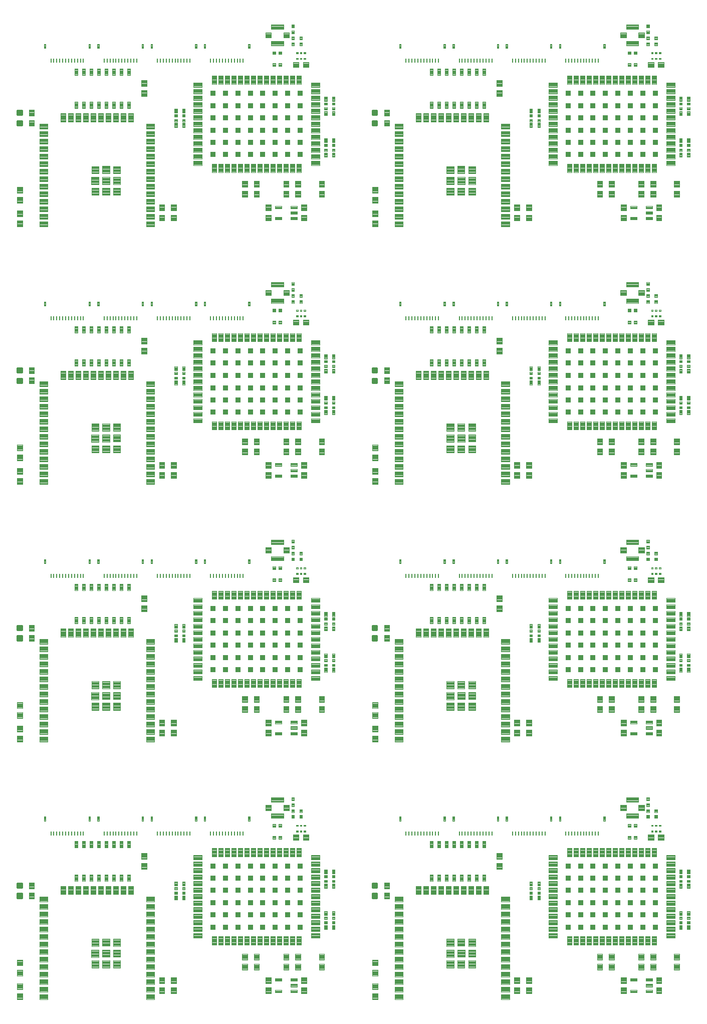
<source format=gtp>
G04 EAGLE Gerber RS-274X export*
G75*
%MOMM*%
%FSLAX34Y34*%
%LPD*%
%INSolderpaste Top*%
%IPPOS*%
%AMOC8*
5,1,8,0,0,1.08239X$1,22.5*%
G01*
%ADD10C,0.300000*%
%ADD11C,0.100000*%
%ADD12C,0.102000*%
%ADD13R,0.900000X0.900000*%
%ADD14C,0.099000*%
%ADD15R,0.250000X0.650000*%
%ADD16C,0.106400*%
%ADD17C,0.102300*%


D10*
X34000Y254730D02*
X41000Y254730D01*
X41000Y247730D01*
X34000Y247730D01*
X34000Y254730D01*
X34000Y250580D02*
X41000Y250580D01*
X41000Y253430D02*
X34000Y253430D01*
X34000Y272270D02*
X41000Y272270D01*
X41000Y265270D01*
X34000Y265270D01*
X34000Y272270D01*
X34000Y268120D02*
X41000Y268120D01*
X41000Y270970D02*
X34000Y270970D01*
D11*
X53000Y273500D02*
X53000Y263500D01*
X53000Y273500D02*
X62000Y273500D01*
X62000Y263500D01*
X53000Y263500D01*
X53000Y264450D02*
X62000Y264450D01*
X62000Y265400D02*
X53000Y265400D01*
X53000Y266350D02*
X62000Y266350D01*
X62000Y267300D02*
X53000Y267300D01*
X53000Y268250D02*
X62000Y268250D01*
X62000Y269200D02*
X53000Y269200D01*
X53000Y270150D02*
X62000Y270150D01*
X62000Y271100D02*
X53000Y271100D01*
X53000Y272050D02*
X62000Y272050D01*
X62000Y273000D02*
X53000Y273000D01*
X53000Y256500D02*
X53000Y246500D01*
X53000Y256500D02*
X62000Y256500D01*
X62000Y246500D01*
X53000Y246500D01*
X53000Y247450D02*
X62000Y247450D01*
X62000Y248400D02*
X53000Y248400D01*
X53000Y249350D02*
X62000Y249350D01*
X62000Y250300D02*
X53000Y250300D01*
X53000Y251250D02*
X62000Y251250D01*
X62000Y252200D02*
X53000Y252200D01*
X53000Y253150D02*
X62000Y253150D01*
X62000Y254100D02*
X53000Y254100D01*
X53000Y255050D02*
X62000Y255050D01*
X62000Y256000D02*
X53000Y256000D01*
X512000Y136500D02*
X512000Y126500D01*
X503000Y126500D01*
X503000Y136500D01*
X512000Y136500D01*
X512000Y127450D02*
X503000Y127450D01*
X503000Y128400D02*
X512000Y128400D01*
X512000Y129350D02*
X503000Y129350D01*
X503000Y130300D02*
X512000Y130300D01*
X512000Y131250D02*
X503000Y131250D01*
X503000Y132200D02*
X512000Y132200D01*
X512000Y133150D02*
X503000Y133150D01*
X503000Y134100D02*
X512000Y134100D01*
X512000Y135050D02*
X503000Y135050D01*
X503000Y136000D02*
X512000Y136000D01*
X512000Y143500D02*
X512000Y153500D01*
X512000Y143500D02*
X503000Y143500D01*
X503000Y153500D01*
X512000Y153500D01*
X512000Y144450D02*
X503000Y144450D01*
X503000Y145400D02*
X512000Y145400D01*
X512000Y146350D02*
X503000Y146350D01*
X503000Y147300D02*
X512000Y147300D01*
X512000Y148250D02*
X503000Y148250D01*
X503000Y149200D02*
X512000Y149200D01*
X512000Y150150D02*
X503000Y150150D01*
X503000Y151100D02*
X512000Y151100D01*
X512000Y152050D02*
X503000Y152050D01*
X503000Y153000D02*
X512000Y153000D01*
X492000Y136500D02*
X492000Y126500D01*
X483000Y126500D01*
X483000Y136500D01*
X492000Y136500D01*
X492000Y127450D02*
X483000Y127450D01*
X483000Y128400D02*
X492000Y128400D01*
X492000Y129350D02*
X483000Y129350D01*
X483000Y130300D02*
X492000Y130300D01*
X492000Y131250D02*
X483000Y131250D01*
X483000Y132200D02*
X492000Y132200D01*
X492000Y133150D02*
X483000Y133150D01*
X483000Y134100D02*
X492000Y134100D01*
X492000Y135050D02*
X483000Y135050D01*
X483000Y136000D02*
X492000Y136000D01*
X492000Y143500D02*
X492000Y153500D01*
X492000Y143500D02*
X483000Y143500D01*
X483000Y153500D01*
X492000Y153500D01*
X492000Y144450D02*
X483000Y144450D01*
X483000Y145400D02*
X492000Y145400D01*
X492000Y146350D02*
X483000Y146350D01*
X483000Y147300D02*
X492000Y147300D01*
X492000Y148250D02*
X483000Y148250D01*
X483000Y149200D02*
X492000Y149200D01*
X492000Y150150D02*
X483000Y150150D01*
X483000Y151100D02*
X492000Y151100D01*
X492000Y152050D02*
X483000Y152050D01*
X483000Y153000D02*
X492000Y153000D01*
D12*
X505260Y317410D02*
X505260Y331590D01*
X512740Y331590D01*
X512740Y317410D01*
X505260Y317410D01*
X505260Y318379D02*
X512740Y318379D01*
X512740Y319348D02*
X505260Y319348D01*
X505260Y320317D02*
X512740Y320317D01*
X512740Y321286D02*
X505260Y321286D01*
X505260Y322255D02*
X512740Y322255D01*
X512740Y323224D02*
X505260Y323224D01*
X505260Y324193D02*
X512740Y324193D01*
X512740Y325162D02*
X505260Y325162D01*
X505260Y326131D02*
X512740Y326131D01*
X512740Y327100D02*
X505260Y327100D01*
X505260Y328069D02*
X512740Y328069D01*
X512740Y329038D02*
X505260Y329038D01*
X505260Y330007D02*
X512740Y330007D01*
X512740Y330976D02*
X505260Y330976D01*
X494260Y331590D02*
X494260Y317410D01*
X494260Y331590D02*
X501740Y331590D01*
X501740Y317410D01*
X494260Y317410D01*
X494260Y318379D02*
X501740Y318379D01*
X501740Y319348D02*
X494260Y319348D01*
X494260Y320317D02*
X501740Y320317D01*
X501740Y321286D02*
X494260Y321286D01*
X494260Y322255D02*
X501740Y322255D01*
X501740Y323224D02*
X494260Y323224D01*
X494260Y324193D02*
X501740Y324193D01*
X501740Y325162D02*
X494260Y325162D01*
X494260Y326131D02*
X501740Y326131D01*
X501740Y327100D02*
X494260Y327100D01*
X494260Y328069D02*
X501740Y328069D01*
X501740Y329038D02*
X494260Y329038D01*
X494260Y330007D02*
X501740Y330007D01*
X501740Y330976D02*
X494260Y330976D01*
X483260Y331590D02*
X483260Y317410D01*
X483260Y331590D02*
X490740Y331590D01*
X490740Y317410D01*
X483260Y317410D01*
X483260Y318379D02*
X490740Y318379D01*
X490740Y319348D02*
X483260Y319348D01*
X483260Y320317D02*
X490740Y320317D01*
X490740Y321286D02*
X483260Y321286D01*
X483260Y322255D02*
X490740Y322255D01*
X490740Y323224D02*
X483260Y323224D01*
X483260Y324193D02*
X490740Y324193D01*
X490740Y325162D02*
X483260Y325162D01*
X483260Y326131D02*
X490740Y326131D01*
X490740Y327100D02*
X483260Y327100D01*
X483260Y328069D02*
X490740Y328069D01*
X490740Y329038D02*
X483260Y329038D01*
X483260Y330007D02*
X490740Y330007D01*
X490740Y330976D02*
X483260Y330976D01*
X472260Y331590D02*
X472260Y317410D01*
X472260Y331590D02*
X479740Y331590D01*
X479740Y317410D01*
X472260Y317410D01*
X472260Y318379D02*
X479740Y318379D01*
X479740Y319348D02*
X472260Y319348D01*
X472260Y320317D02*
X479740Y320317D01*
X479740Y321286D02*
X472260Y321286D01*
X472260Y322255D02*
X479740Y322255D01*
X479740Y323224D02*
X472260Y323224D01*
X472260Y324193D02*
X479740Y324193D01*
X479740Y325162D02*
X472260Y325162D01*
X472260Y326131D02*
X479740Y326131D01*
X479740Y327100D02*
X472260Y327100D01*
X472260Y328069D02*
X479740Y328069D01*
X479740Y329038D02*
X472260Y329038D01*
X472260Y330007D02*
X479740Y330007D01*
X479740Y330976D02*
X472260Y330976D01*
X461260Y331590D02*
X461260Y317410D01*
X461260Y331590D02*
X468740Y331590D01*
X468740Y317410D01*
X461260Y317410D01*
X461260Y318379D02*
X468740Y318379D01*
X468740Y319348D02*
X461260Y319348D01*
X461260Y320317D02*
X468740Y320317D01*
X468740Y321286D02*
X461260Y321286D01*
X461260Y322255D02*
X468740Y322255D01*
X468740Y323224D02*
X461260Y323224D01*
X461260Y324193D02*
X468740Y324193D01*
X468740Y325162D02*
X461260Y325162D01*
X461260Y326131D02*
X468740Y326131D01*
X468740Y327100D02*
X461260Y327100D01*
X461260Y328069D02*
X468740Y328069D01*
X468740Y329038D02*
X461260Y329038D01*
X461260Y330007D02*
X468740Y330007D01*
X468740Y330976D02*
X461260Y330976D01*
X450260Y331590D02*
X450260Y317410D01*
X450260Y331590D02*
X457740Y331590D01*
X457740Y317410D01*
X450260Y317410D01*
X450260Y318379D02*
X457740Y318379D01*
X457740Y319348D02*
X450260Y319348D01*
X450260Y320317D02*
X457740Y320317D01*
X457740Y321286D02*
X450260Y321286D01*
X450260Y322255D02*
X457740Y322255D01*
X457740Y323224D02*
X450260Y323224D01*
X450260Y324193D02*
X457740Y324193D01*
X457740Y325162D02*
X450260Y325162D01*
X450260Y326131D02*
X457740Y326131D01*
X457740Y327100D02*
X450260Y327100D01*
X450260Y328069D02*
X457740Y328069D01*
X457740Y329038D02*
X450260Y329038D01*
X450260Y330007D02*
X457740Y330007D01*
X457740Y330976D02*
X450260Y330976D01*
X439260Y331590D02*
X439260Y317410D01*
X439260Y331590D02*
X446740Y331590D01*
X446740Y317410D01*
X439260Y317410D01*
X439260Y318379D02*
X446740Y318379D01*
X446740Y319348D02*
X439260Y319348D01*
X439260Y320317D02*
X446740Y320317D01*
X446740Y321286D02*
X439260Y321286D01*
X439260Y322255D02*
X446740Y322255D01*
X446740Y323224D02*
X439260Y323224D01*
X439260Y324193D02*
X446740Y324193D01*
X446740Y325162D02*
X439260Y325162D01*
X439260Y326131D02*
X446740Y326131D01*
X446740Y327100D02*
X439260Y327100D01*
X439260Y328069D02*
X446740Y328069D01*
X446740Y329038D02*
X439260Y329038D01*
X439260Y330007D02*
X446740Y330007D01*
X446740Y330976D02*
X439260Y330976D01*
X428260Y331590D02*
X428260Y317410D01*
X428260Y331590D02*
X435740Y331590D01*
X435740Y317410D01*
X428260Y317410D01*
X428260Y318379D02*
X435740Y318379D01*
X435740Y319348D02*
X428260Y319348D01*
X428260Y320317D02*
X435740Y320317D01*
X435740Y321286D02*
X428260Y321286D01*
X428260Y322255D02*
X435740Y322255D01*
X435740Y323224D02*
X428260Y323224D01*
X428260Y324193D02*
X435740Y324193D01*
X435740Y325162D02*
X428260Y325162D01*
X428260Y326131D02*
X435740Y326131D01*
X435740Y327100D02*
X428260Y327100D01*
X428260Y328069D02*
X435740Y328069D01*
X435740Y329038D02*
X428260Y329038D01*
X428260Y330007D02*
X435740Y330007D01*
X435740Y330976D02*
X428260Y330976D01*
X417260Y331590D02*
X417260Y317410D01*
X417260Y331590D02*
X424740Y331590D01*
X424740Y317410D01*
X417260Y317410D01*
X417260Y318379D02*
X424740Y318379D01*
X424740Y319348D02*
X417260Y319348D01*
X417260Y320317D02*
X424740Y320317D01*
X424740Y321286D02*
X417260Y321286D01*
X417260Y322255D02*
X424740Y322255D01*
X424740Y323224D02*
X417260Y323224D01*
X417260Y324193D02*
X424740Y324193D01*
X424740Y325162D02*
X417260Y325162D01*
X417260Y326131D02*
X424740Y326131D01*
X424740Y327100D02*
X417260Y327100D01*
X417260Y328069D02*
X424740Y328069D01*
X424740Y329038D02*
X417260Y329038D01*
X417260Y330007D02*
X424740Y330007D01*
X424740Y330976D02*
X417260Y330976D01*
X406260Y331590D02*
X406260Y317410D01*
X406260Y331590D02*
X413740Y331590D01*
X413740Y317410D01*
X406260Y317410D01*
X406260Y318379D02*
X413740Y318379D01*
X413740Y319348D02*
X406260Y319348D01*
X406260Y320317D02*
X413740Y320317D01*
X413740Y321286D02*
X406260Y321286D01*
X406260Y322255D02*
X413740Y322255D01*
X413740Y323224D02*
X406260Y323224D01*
X406260Y324193D02*
X413740Y324193D01*
X413740Y325162D02*
X406260Y325162D01*
X406260Y326131D02*
X413740Y326131D01*
X413740Y327100D02*
X406260Y327100D01*
X406260Y328069D02*
X413740Y328069D01*
X413740Y329038D02*
X406260Y329038D01*
X406260Y330007D02*
X413740Y330007D01*
X413740Y330976D02*
X406260Y330976D01*
X395260Y331590D02*
X395260Y317410D01*
X395260Y331590D02*
X402740Y331590D01*
X402740Y317410D01*
X395260Y317410D01*
X395260Y318379D02*
X402740Y318379D01*
X402740Y319348D02*
X395260Y319348D01*
X395260Y320317D02*
X402740Y320317D01*
X402740Y321286D02*
X395260Y321286D01*
X395260Y322255D02*
X402740Y322255D01*
X402740Y323224D02*
X395260Y323224D01*
X395260Y324193D02*
X402740Y324193D01*
X402740Y325162D02*
X395260Y325162D01*
X395260Y326131D02*
X402740Y326131D01*
X402740Y327100D02*
X395260Y327100D01*
X395260Y328069D02*
X402740Y328069D01*
X402740Y329038D02*
X395260Y329038D01*
X395260Y330007D02*
X402740Y330007D01*
X402740Y330976D02*
X395260Y330976D01*
X384260Y331590D02*
X384260Y317410D01*
X384260Y331590D02*
X391740Y331590D01*
X391740Y317410D01*
X384260Y317410D01*
X384260Y318379D02*
X391740Y318379D01*
X391740Y319348D02*
X384260Y319348D01*
X384260Y320317D02*
X391740Y320317D01*
X391740Y321286D02*
X384260Y321286D01*
X384260Y322255D02*
X391740Y322255D01*
X391740Y323224D02*
X384260Y323224D01*
X384260Y324193D02*
X391740Y324193D01*
X391740Y325162D02*
X384260Y325162D01*
X384260Y326131D02*
X391740Y326131D01*
X391740Y327100D02*
X384260Y327100D01*
X384260Y328069D02*
X391740Y328069D01*
X391740Y329038D02*
X384260Y329038D01*
X384260Y330007D02*
X391740Y330007D01*
X391740Y330976D02*
X384260Y330976D01*
X373260Y331590D02*
X373260Y317410D01*
X373260Y331590D02*
X380740Y331590D01*
X380740Y317410D01*
X373260Y317410D01*
X373260Y318379D02*
X380740Y318379D01*
X380740Y319348D02*
X373260Y319348D01*
X373260Y320317D02*
X380740Y320317D01*
X380740Y321286D02*
X373260Y321286D01*
X373260Y322255D02*
X380740Y322255D01*
X380740Y323224D02*
X373260Y323224D01*
X373260Y324193D02*
X380740Y324193D01*
X380740Y325162D02*
X373260Y325162D01*
X373260Y326131D02*
X380740Y326131D01*
X380740Y327100D02*
X373260Y327100D01*
X373260Y328069D02*
X380740Y328069D01*
X380740Y329038D02*
X373260Y329038D01*
X373260Y330007D02*
X380740Y330007D01*
X380740Y330976D02*
X373260Y330976D01*
X362260Y331590D02*
X362260Y317410D01*
X362260Y331590D02*
X369740Y331590D01*
X369740Y317410D01*
X362260Y317410D01*
X362260Y318379D02*
X369740Y318379D01*
X369740Y319348D02*
X362260Y319348D01*
X362260Y320317D02*
X369740Y320317D01*
X369740Y321286D02*
X362260Y321286D01*
X362260Y322255D02*
X369740Y322255D01*
X369740Y323224D02*
X362260Y323224D01*
X362260Y324193D02*
X369740Y324193D01*
X369740Y325162D02*
X362260Y325162D01*
X362260Y326131D02*
X369740Y326131D01*
X369740Y327100D02*
X362260Y327100D01*
X362260Y328069D02*
X369740Y328069D01*
X369740Y329038D02*
X362260Y329038D01*
X362260Y330007D02*
X369740Y330007D01*
X369740Y330976D02*
X362260Y330976D01*
X345090Y319740D02*
X330910Y319740D01*
X345090Y319740D02*
X345090Y312260D01*
X330910Y312260D01*
X330910Y319740D01*
X330910Y313229D02*
X345090Y313229D01*
X345090Y314198D02*
X330910Y314198D01*
X330910Y315167D02*
X345090Y315167D01*
X345090Y316136D02*
X330910Y316136D01*
X330910Y317105D02*
X345090Y317105D01*
X345090Y318074D02*
X330910Y318074D01*
X330910Y319043D02*
X345090Y319043D01*
X345090Y308740D02*
X330910Y308740D01*
X345090Y308740D02*
X345090Y301260D01*
X330910Y301260D01*
X330910Y308740D01*
X330910Y302229D02*
X345090Y302229D01*
X345090Y303198D02*
X330910Y303198D01*
X330910Y304167D02*
X345090Y304167D01*
X345090Y305136D02*
X330910Y305136D01*
X330910Y306105D02*
X345090Y306105D01*
X345090Y307074D02*
X330910Y307074D01*
X330910Y308043D02*
X345090Y308043D01*
X345090Y297740D02*
X330910Y297740D01*
X345090Y297740D02*
X345090Y290260D01*
X330910Y290260D01*
X330910Y297740D01*
X330910Y291229D02*
X345090Y291229D01*
X345090Y292198D02*
X330910Y292198D01*
X330910Y293167D02*
X345090Y293167D01*
X345090Y294136D02*
X330910Y294136D01*
X330910Y295105D02*
X345090Y295105D01*
X345090Y296074D02*
X330910Y296074D01*
X330910Y297043D02*
X345090Y297043D01*
X345090Y286740D02*
X330910Y286740D01*
X345090Y286740D02*
X345090Y279260D01*
X330910Y279260D01*
X330910Y286740D01*
X330910Y280229D02*
X345090Y280229D01*
X345090Y281198D02*
X330910Y281198D01*
X330910Y282167D02*
X345090Y282167D01*
X345090Y283136D02*
X330910Y283136D01*
X330910Y284105D02*
X345090Y284105D01*
X345090Y285074D02*
X330910Y285074D01*
X330910Y286043D02*
X345090Y286043D01*
X345090Y275740D02*
X330910Y275740D01*
X345090Y275740D02*
X345090Y268260D01*
X330910Y268260D01*
X330910Y275740D01*
X330910Y269229D02*
X345090Y269229D01*
X345090Y270198D02*
X330910Y270198D01*
X330910Y271167D02*
X345090Y271167D01*
X345090Y272136D02*
X330910Y272136D01*
X330910Y273105D02*
X345090Y273105D01*
X345090Y274074D02*
X330910Y274074D01*
X330910Y275043D02*
X345090Y275043D01*
X345090Y264740D02*
X330910Y264740D01*
X345090Y264740D02*
X345090Y257260D01*
X330910Y257260D01*
X330910Y264740D01*
X330910Y258229D02*
X345090Y258229D01*
X345090Y259198D02*
X330910Y259198D01*
X330910Y260167D02*
X345090Y260167D01*
X345090Y261136D02*
X330910Y261136D01*
X330910Y262105D02*
X345090Y262105D01*
X345090Y263074D02*
X330910Y263074D01*
X330910Y264043D02*
X345090Y264043D01*
X345090Y253740D02*
X330910Y253740D01*
X345090Y253740D02*
X345090Y246260D01*
X330910Y246260D01*
X330910Y253740D01*
X330910Y247229D02*
X345090Y247229D01*
X345090Y248198D02*
X330910Y248198D01*
X330910Y249167D02*
X345090Y249167D01*
X345090Y250136D02*
X330910Y250136D01*
X330910Y251105D02*
X345090Y251105D01*
X345090Y252074D02*
X330910Y252074D01*
X330910Y253043D02*
X345090Y253043D01*
X345090Y242740D02*
X330910Y242740D01*
X345090Y242740D02*
X345090Y235260D01*
X330910Y235260D01*
X330910Y242740D01*
X330910Y236229D02*
X345090Y236229D01*
X345090Y237198D02*
X330910Y237198D01*
X330910Y238167D02*
X345090Y238167D01*
X345090Y239136D02*
X330910Y239136D01*
X330910Y240105D02*
X345090Y240105D01*
X345090Y241074D02*
X330910Y241074D01*
X330910Y242043D02*
X345090Y242043D01*
X345090Y231740D02*
X330910Y231740D01*
X345090Y231740D02*
X345090Y224260D01*
X330910Y224260D01*
X330910Y231740D01*
X330910Y225229D02*
X345090Y225229D01*
X345090Y226198D02*
X330910Y226198D01*
X330910Y227167D02*
X345090Y227167D01*
X345090Y228136D02*
X330910Y228136D01*
X330910Y229105D02*
X345090Y229105D01*
X345090Y230074D02*
X330910Y230074D01*
X330910Y231043D02*
X345090Y231043D01*
X345090Y220740D02*
X330910Y220740D01*
X345090Y220740D02*
X345090Y213260D01*
X330910Y213260D01*
X330910Y220740D01*
X330910Y214229D02*
X345090Y214229D01*
X345090Y215198D02*
X330910Y215198D01*
X330910Y216167D02*
X345090Y216167D01*
X345090Y217136D02*
X330910Y217136D01*
X330910Y218105D02*
X345090Y218105D01*
X345090Y219074D02*
X330910Y219074D01*
X330910Y220043D02*
X345090Y220043D01*
X345090Y209740D02*
X330910Y209740D01*
X345090Y209740D02*
X345090Y202260D01*
X330910Y202260D01*
X330910Y209740D01*
X330910Y203229D02*
X345090Y203229D01*
X345090Y204198D02*
X330910Y204198D01*
X330910Y205167D02*
X345090Y205167D01*
X345090Y206136D02*
X330910Y206136D01*
X330910Y207105D02*
X345090Y207105D01*
X345090Y208074D02*
X330910Y208074D01*
X330910Y209043D02*
X345090Y209043D01*
X345090Y198740D02*
X330910Y198740D01*
X345090Y198740D02*
X345090Y191260D01*
X330910Y191260D01*
X330910Y198740D01*
X330910Y192229D02*
X345090Y192229D01*
X345090Y193198D02*
X330910Y193198D01*
X330910Y194167D02*
X345090Y194167D01*
X345090Y195136D02*
X330910Y195136D01*
X330910Y196105D02*
X345090Y196105D01*
X345090Y197074D02*
X330910Y197074D01*
X330910Y198043D02*
X345090Y198043D01*
X345090Y187740D02*
X330910Y187740D01*
X345090Y187740D02*
X345090Y180260D01*
X330910Y180260D01*
X330910Y187740D01*
X330910Y181229D02*
X345090Y181229D01*
X345090Y182198D02*
X330910Y182198D01*
X330910Y183167D02*
X345090Y183167D01*
X345090Y184136D02*
X330910Y184136D01*
X330910Y185105D02*
X345090Y185105D01*
X345090Y186074D02*
X330910Y186074D01*
X330910Y187043D02*
X345090Y187043D01*
X369740Y182590D02*
X369740Y168410D01*
X362260Y168410D01*
X362260Y182590D01*
X369740Y182590D01*
X369740Y169379D02*
X362260Y169379D01*
X362260Y170348D02*
X369740Y170348D01*
X369740Y171317D02*
X362260Y171317D01*
X362260Y172286D02*
X369740Y172286D01*
X369740Y173255D02*
X362260Y173255D01*
X362260Y174224D02*
X369740Y174224D01*
X369740Y175193D02*
X362260Y175193D01*
X362260Y176162D02*
X369740Y176162D01*
X369740Y177131D02*
X362260Y177131D01*
X362260Y178100D02*
X369740Y178100D01*
X369740Y179069D02*
X362260Y179069D01*
X362260Y180038D02*
X369740Y180038D01*
X369740Y181007D02*
X362260Y181007D01*
X362260Y181976D02*
X369740Y181976D01*
X380740Y182590D02*
X380740Y168410D01*
X373260Y168410D01*
X373260Y182590D01*
X380740Y182590D01*
X380740Y169379D02*
X373260Y169379D01*
X373260Y170348D02*
X380740Y170348D01*
X380740Y171317D02*
X373260Y171317D01*
X373260Y172286D02*
X380740Y172286D01*
X380740Y173255D02*
X373260Y173255D01*
X373260Y174224D02*
X380740Y174224D01*
X380740Y175193D02*
X373260Y175193D01*
X373260Y176162D02*
X380740Y176162D01*
X380740Y177131D02*
X373260Y177131D01*
X373260Y178100D02*
X380740Y178100D01*
X380740Y179069D02*
X373260Y179069D01*
X373260Y180038D02*
X380740Y180038D01*
X380740Y181007D02*
X373260Y181007D01*
X373260Y181976D02*
X380740Y181976D01*
X391740Y182590D02*
X391740Y168410D01*
X384260Y168410D01*
X384260Y182590D01*
X391740Y182590D01*
X391740Y169379D02*
X384260Y169379D01*
X384260Y170348D02*
X391740Y170348D01*
X391740Y171317D02*
X384260Y171317D01*
X384260Y172286D02*
X391740Y172286D01*
X391740Y173255D02*
X384260Y173255D01*
X384260Y174224D02*
X391740Y174224D01*
X391740Y175193D02*
X384260Y175193D01*
X384260Y176162D02*
X391740Y176162D01*
X391740Y177131D02*
X384260Y177131D01*
X384260Y178100D02*
X391740Y178100D01*
X391740Y179069D02*
X384260Y179069D01*
X384260Y180038D02*
X391740Y180038D01*
X391740Y181007D02*
X384260Y181007D01*
X384260Y181976D02*
X391740Y181976D01*
X402740Y182590D02*
X402740Y168410D01*
X395260Y168410D01*
X395260Y182590D01*
X402740Y182590D01*
X402740Y169379D02*
X395260Y169379D01*
X395260Y170348D02*
X402740Y170348D01*
X402740Y171317D02*
X395260Y171317D01*
X395260Y172286D02*
X402740Y172286D01*
X402740Y173255D02*
X395260Y173255D01*
X395260Y174224D02*
X402740Y174224D01*
X402740Y175193D02*
X395260Y175193D01*
X395260Y176162D02*
X402740Y176162D01*
X402740Y177131D02*
X395260Y177131D01*
X395260Y178100D02*
X402740Y178100D01*
X402740Y179069D02*
X395260Y179069D01*
X395260Y180038D02*
X402740Y180038D01*
X402740Y181007D02*
X395260Y181007D01*
X395260Y181976D02*
X402740Y181976D01*
X413740Y182590D02*
X413740Y168410D01*
X406260Y168410D01*
X406260Y182590D01*
X413740Y182590D01*
X413740Y169379D02*
X406260Y169379D01*
X406260Y170348D02*
X413740Y170348D01*
X413740Y171317D02*
X406260Y171317D01*
X406260Y172286D02*
X413740Y172286D01*
X413740Y173255D02*
X406260Y173255D01*
X406260Y174224D02*
X413740Y174224D01*
X413740Y175193D02*
X406260Y175193D01*
X406260Y176162D02*
X413740Y176162D01*
X413740Y177131D02*
X406260Y177131D01*
X406260Y178100D02*
X413740Y178100D01*
X413740Y179069D02*
X406260Y179069D01*
X406260Y180038D02*
X413740Y180038D01*
X413740Y181007D02*
X406260Y181007D01*
X406260Y181976D02*
X413740Y181976D01*
X424740Y182590D02*
X424740Y168410D01*
X417260Y168410D01*
X417260Y182590D01*
X424740Y182590D01*
X424740Y169379D02*
X417260Y169379D01*
X417260Y170348D02*
X424740Y170348D01*
X424740Y171317D02*
X417260Y171317D01*
X417260Y172286D02*
X424740Y172286D01*
X424740Y173255D02*
X417260Y173255D01*
X417260Y174224D02*
X424740Y174224D01*
X424740Y175193D02*
X417260Y175193D01*
X417260Y176162D02*
X424740Y176162D01*
X424740Y177131D02*
X417260Y177131D01*
X417260Y178100D02*
X424740Y178100D01*
X424740Y179069D02*
X417260Y179069D01*
X417260Y180038D02*
X424740Y180038D01*
X424740Y181007D02*
X417260Y181007D01*
X417260Y181976D02*
X424740Y181976D01*
X435740Y182590D02*
X435740Y168410D01*
X428260Y168410D01*
X428260Y182590D01*
X435740Y182590D01*
X435740Y169379D02*
X428260Y169379D01*
X428260Y170348D02*
X435740Y170348D01*
X435740Y171317D02*
X428260Y171317D01*
X428260Y172286D02*
X435740Y172286D01*
X435740Y173255D02*
X428260Y173255D01*
X428260Y174224D02*
X435740Y174224D01*
X435740Y175193D02*
X428260Y175193D01*
X428260Y176162D02*
X435740Y176162D01*
X435740Y177131D02*
X428260Y177131D01*
X428260Y178100D02*
X435740Y178100D01*
X435740Y179069D02*
X428260Y179069D01*
X428260Y180038D02*
X435740Y180038D01*
X435740Y181007D02*
X428260Y181007D01*
X428260Y181976D02*
X435740Y181976D01*
X446740Y182590D02*
X446740Y168410D01*
X439260Y168410D01*
X439260Y182590D01*
X446740Y182590D01*
X446740Y169379D02*
X439260Y169379D01*
X439260Y170348D02*
X446740Y170348D01*
X446740Y171317D02*
X439260Y171317D01*
X439260Y172286D02*
X446740Y172286D01*
X446740Y173255D02*
X439260Y173255D01*
X439260Y174224D02*
X446740Y174224D01*
X446740Y175193D02*
X439260Y175193D01*
X439260Y176162D02*
X446740Y176162D01*
X446740Y177131D02*
X439260Y177131D01*
X439260Y178100D02*
X446740Y178100D01*
X446740Y179069D02*
X439260Y179069D01*
X439260Y180038D02*
X446740Y180038D01*
X446740Y181007D02*
X439260Y181007D01*
X439260Y181976D02*
X446740Y181976D01*
X457740Y182590D02*
X457740Y168410D01*
X450260Y168410D01*
X450260Y182590D01*
X457740Y182590D01*
X457740Y169379D02*
X450260Y169379D01*
X450260Y170348D02*
X457740Y170348D01*
X457740Y171317D02*
X450260Y171317D01*
X450260Y172286D02*
X457740Y172286D01*
X457740Y173255D02*
X450260Y173255D01*
X450260Y174224D02*
X457740Y174224D01*
X457740Y175193D02*
X450260Y175193D01*
X450260Y176162D02*
X457740Y176162D01*
X457740Y177131D02*
X450260Y177131D01*
X450260Y178100D02*
X457740Y178100D01*
X457740Y179069D02*
X450260Y179069D01*
X450260Y180038D02*
X457740Y180038D01*
X457740Y181007D02*
X450260Y181007D01*
X450260Y181976D02*
X457740Y181976D01*
X468740Y182590D02*
X468740Y168410D01*
X461260Y168410D01*
X461260Y182590D01*
X468740Y182590D01*
X468740Y169379D02*
X461260Y169379D01*
X461260Y170348D02*
X468740Y170348D01*
X468740Y171317D02*
X461260Y171317D01*
X461260Y172286D02*
X468740Y172286D01*
X468740Y173255D02*
X461260Y173255D01*
X461260Y174224D02*
X468740Y174224D01*
X468740Y175193D02*
X461260Y175193D01*
X461260Y176162D02*
X468740Y176162D01*
X468740Y177131D02*
X461260Y177131D01*
X461260Y178100D02*
X468740Y178100D01*
X468740Y179069D02*
X461260Y179069D01*
X461260Y180038D02*
X468740Y180038D01*
X468740Y181007D02*
X461260Y181007D01*
X461260Y181976D02*
X468740Y181976D01*
X479740Y182590D02*
X479740Y168410D01*
X472260Y168410D01*
X472260Y182590D01*
X479740Y182590D01*
X479740Y169379D02*
X472260Y169379D01*
X472260Y170348D02*
X479740Y170348D01*
X479740Y171317D02*
X472260Y171317D01*
X472260Y172286D02*
X479740Y172286D01*
X479740Y173255D02*
X472260Y173255D01*
X472260Y174224D02*
X479740Y174224D01*
X479740Y175193D02*
X472260Y175193D01*
X472260Y176162D02*
X479740Y176162D01*
X479740Y177131D02*
X472260Y177131D01*
X472260Y178100D02*
X479740Y178100D01*
X479740Y179069D02*
X472260Y179069D01*
X472260Y180038D02*
X479740Y180038D01*
X479740Y181007D02*
X472260Y181007D01*
X472260Y181976D02*
X479740Y181976D01*
X490740Y182590D02*
X490740Y168410D01*
X483260Y168410D01*
X483260Y182590D01*
X490740Y182590D01*
X490740Y169379D02*
X483260Y169379D01*
X483260Y170348D02*
X490740Y170348D01*
X490740Y171317D02*
X483260Y171317D01*
X483260Y172286D02*
X490740Y172286D01*
X490740Y173255D02*
X483260Y173255D01*
X483260Y174224D02*
X490740Y174224D01*
X490740Y175193D02*
X483260Y175193D01*
X483260Y176162D02*
X490740Y176162D01*
X490740Y177131D02*
X483260Y177131D01*
X483260Y178100D02*
X490740Y178100D01*
X490740Y179069D02*
X483260Y179069D01*
X483260Y180038D02*
X490740Y180038D01*
X490740Y181007D02*
X483260Y181007D01*
X483260Y181976D02*
X490740Y181976D01*
X501740Y182590D02*
X501740Y168410D01*
X494260Y168410D01*
X494260Y182590D01*
X501740Y182590D01*
X501740Y169379D02*
X494260Y169379D01*
X494260Y170348D02*
X501740Y170348D01*
X501740Y171317D02*
X494260Y171317D01*
X494260Y172286D02*
X501740Y172286D01*
X501740Y173255D02*
X494260Y173255D01*
X494260Y174224D02*
X501740Y174224D01*
X501740Y175193D02*
X494260Y175193D01*
X494260Y176162D02*
X501740Y176162D01*
X501740Y177131D02*
X494260Y177131D01*
X494260Y178100D02*
X501740Y178100D01*
X501740Y179069D02*
X494260Y179069D01*
X494260Y180038D02*
X501740Y180038D01*
X501740Y181007D02*
X494260Y181007D01*
X494260Y181976D02*
X501740Y181976D01*
X512740Y182590D02*
X512740Y168410D01*
X505260Y168410D01*
X505260Y182590D01*
X512740Y182590D01*
X512740Y169379D02*
X505260Y169379D01*
X505260Y170348D02*
X512740Y170348D01*
X512740Y171317D02*
X505260Y171317D01*
X505260Y172286D02*
X512740Y172286D01*
X512740Y173255D02*
X505260Y173255D01*
X505260Y174224D02*
X512740Y174224D01*
X512740Y175193D02*
X505260Y175193D01*
X505260Y176162D02*
X512740Y176162D01*
X512740Y177131D02*
X505260Y177131D01*
X505260Y178100D02*
X512740Y178100D01*
X512740Y179069D02*
X505260Y179069D01*
X505260Y180038D02*
X512740Y180038D01*
X512740Y181007D02*
X505260Y181007D01*
X505260Y181976D02*
X512740Y181976D01*
X529910Y180260D02*
X544090Y180260D01*
X529910Y180260D02*
X529910Y187740D01*
X544090Y187740D01*
X544090Y180260D01*
X544090Y181229D02*
X529910Y181229D01*
X529910Y182198D02*
X544090Y182198D01*
X544090Y183167D02*
X529910Y183167D01*
X529910Y184136D02*
X544090Y184136D01*
X544090Y185105D02*
X529910Y185105D01*
X529910Y186074D02*
X544090Y186074D01*
X544090Y187043D02*
X529910Y187043D01*
X529910Y191260D02*
X544090Y191260D01*
X529910Y191260D02*
X529910Y198740D01*
X544090Y198740D01*
X544090Y191260D01*
X544090Y192229D02*
X529910Y192229D01*
X529910Y193198D02*
X544090Y193198D01*
X544090Y194167D02*
X529910Y194167D01*
X529910Y195136D02*
X544090Y195136D01*
X544090Y196105D02*
X529910Y196105D01*
X529910Y197074D02*
X544090Y197074D01*
X544090Y198043D02*
X529910Y198043D01*
X529910Y202260D02*
X544090Y202260D01*
X529910Y202260D02*
X529910Y209740D01*
X544090Y209740D01*
X544090Y202260D01*
X544090Y203229D02*
X529910Y203229D01*
X529910Y204198D02*
X544090Y204198D01*
X544090Y205167D02*
X529910Y205167D01*
X529910Y206136D02*
X544090Y206136D01*
X544090Y207105D02*
X529910Y207105D01*
X529910Y208074D02*
X544090Y208074D01*
X544090Y209043D02*
X529910Y209043D01*
X529910Y213260D02*
X544090Y213260D01*
X529910Y213260D02*
X529910Y220740D01*
X544090Y220740D01*
X544090Y213260D01*
X544090Y214229D02*
X529910Y214229D01*
X529910Y215198D02*
X544090Y215198D01*
X544090Y216167D02*
X529910Y216167D01*
X529910Y217136D02*
X544090Y217136D01*
X544090Y218105D02*
X529910Y218105D01*
X529910Y219074D02*
X544090Y219074D01*
X544090Y220043D02*
X529910Y220043D01*
X529910Y224260D02*
X544090Y224260D01*
X529910Y224260D02*
X529910Y231740D01*
X544090Y231740D01*
X544090Y224260D01*
X544090Y225229D02*
X529910Y225229D01*
X529910Y226198D02*
X544090Y226198D01*
X544090Y227167D02*
X529910Y227167D01*
X529910Y228136D02*
X544090Y228136D01*
X544090Y229105D02*
X529910Y229105D01*
X529910Y230074D02*
X544090Y230074D01*
X544090Y231043D02*
X529910Y231043D01*
X529910Y235260D02*
X544090Y235260D01*
X529910Y235260D02*
X529910Y242740D01*
X544090Y242740D01*
X544090Y235260D01*
X544090Y236229D02*
X529910Y236229D01*
X529910Y237198D02*
X544090Y237198D01*
X544090Y238167D02*
X529910Y238167D01*
X529910Y239136D02*
X544090Y239136D01*
X544090Y240105D02*
X529910Y240105D01*
X529910Y241074D02*
X544090Y241074D01*
X544090Y242043D02*
X529910Y242043D01*
X529910Y246260D02*
X544090Y246260D01*
X529910Y246260D02*
X529910Y253740D01*
X544090Y253740D01*
X544090Y246260D01*
X544090Y247229D02*
X529910Y247229D01*
X529910Y248198D02*
X544090Y248198D01*
X544090Y249167D02*
X529910Y249167D01*
X529910Y250136D02*
X544090Y250136D01*
X544090Y251105D02*
X529910Y251105D01*
X529910Y252074D02*
X544090Y252074D01*
X544090Y253043D02*
X529910Y253043D01*
X529910Y257260D02*
X544090Y257260D01*
X529910Y257260D02*
X529910Y264740D01*
X544090Y264740D01*
X544090Y257260D01*
X544090Y258229D02*
X529910Y258229D01*
X529910Y259198D02*
X544090Y259198D01*
X544090Y260167D02*
X529910Y260167D01*
X529910Y261136D02*
X544090Y261136D01*
X544090Y262105D02*
X529910Y262105D01*
X529910Y263074D02*
X544090Y263074D01*
X544090Y264043D02*
X529910Y264043D01*
X529910Y268260D02*
X544090Y268260D01*
X529910Y268260D02*
X529910Y275740D01*
X544090Y275740D01*
X544090Y268260D01*
X544090Y269229D02*
X529910Y269229D01*
X529910Y270198D02*
X544090Y270198D01*
X544090Y271167D02*
X529910Y271167D01*
X529910Y272136D02*
X544090Y272136D01*
X544090Y273105D02*
X529910Y273105D01*
X529910Y274074D02*
X544090Y274074D01*
X544090Y275043D02*
X529910Y275043D01*
X529910Y279260D02*
X544090Y279260D01*
X529910Y279260D02*
X529910Y286740D01*
X544090Y286740D01*
X544090Y279260D01*
X544090Y280229D02*
X529910Y280229D01*
X529910Y281198D02*
X544090Y281198D01*
X544090Y282167D02*
X529910Y282167D01*
X529910Y283136D02*
X544090Y283136D01*
X544090Y284105D02*
X529910Y284105D01*
X529910Y285074D02*
X544090Y285074D01*
X544090Y286043D02*
X529910Y286043D01*
X529910Y290260D02*
X544090Y290260D01*
X529910Y290260D02*
X529910Y297740D01*
X544090Y297740D01*
X544090Y290260D01*
X544090Y291229D02*
X529910Y291229D01*
X529910Y292198D02*
X544090Y292198D01*
X544090Y293167D02*
X529910Y293167D01*
X529910Y294136D02*
X544090Y294136D01*
X544090Y295105D02*
X529910Y295105D01*
X529910Y296074D02*
X544090Y296074D01*
X544090Y297043D02*
X529910Y297043D01*
X529910Y301260D02*
X544090Y301260D01*
X529910Y301260D02*
X529910Y308740D01*
X544090Y308740D01*
X544090Y301260D01*
X544090Y302229D02*
X529910Y302229D01*
X529910Y303198D02*
X544090Y303198D01*
X544090Y304167D02*
X529910Y304167D01*
X529910Y305136D02*
X544090Y305136D01*
X544090Y306105D02*
X529910Y306105D01*
X529910Y307074D02*
X544090Y307074D01*
X544090Y308043D02*
X529910Y308043D01*
X529910Y312260D02*
X544090Y312260D01*
X529910Y312260D02*
X529910Y319740D01*
X544090Y319740D01*
X544090Y312260D01*
X544090Y313229D02*
X529910Y313229D01*
X529910Y314198D02*
X544090Y314198D01*
X544090Y315167D02*
X529910Y315167D01*
X529910Y316136D02*
X544090Y316136D01*
X544090Y317105D02*
X529910Y317105D01*
X529910Y318074D02*
X544090Y318074D01*
X544090Y319043D02*
X529910Y319043D01*
D13*
X448000Y239500D03*
X469000Y239500D03*
X490000Y239500D03*
X511000Y239500D03*
X448000Y219000D03*
X469000Y219000D03*
X490000Y219000D03*
X511000Y219000D03*
X448000Y198500D03*
X469000Y198500D03*
X490000Y198500D03*
X511000Y198500D03*
X448000Y301500D03*
X469000Y301500D03*
X490000Y301500D03*
X511000Y301500D03*
X448000Y281000D03*
X469000Y281000D03*
X490000Y281000D03*
X511000Y281000D03*
X448000Y260500D03*
X469000Y260500D03*
X490000Y260500D03*
X511000Y260500D03*
X364000Y239500D03*
X385000Y239500D03*
X406000Y239500D03*
X427000Y239500D03*
X364000Y219000D03*
X385000Y219000D03*
X406000Y219000D03*
X427000Y219000D03*
X364000Y198500D03*
X385000Y198500D03*
X406000Y198500D03*
X427000Y198500D03*
X364000Y301500D03*
X385000Y301500D03*
X406000Y301500D03*
X427000Y301500D03*
X364000Y281000D03*
X385000Y281000D03*
X406000Y281000D03*
X427000Y281000D03*
X364000Y260500D03*
X385000Y260500D03*
X406000Y260500D03*
X427000Y260500D03*
D11*
X413000Y153500D02*
X413000Y143500D01*
X413000Y153500D02*
X422000Y153500D01*
X422000Y143500D01*
X413000Y143500D01*
X413000Y144450D02*
X422000Y144450D01*
X422000Y145400D02*
X413000Y145400D01*
X413000Y146350D02*
X422000Y146350D01*
X422000Y147300D02*
X413000Y147300D01*
X413000Y148250D02*
X422000Y148250D01*
X422000Y149200D02*
X413000Y149200D01*
X413000Y150150D02*
X422000Y150150D01*
X422000Y151100D02*
X413000Y151100D01*
X413000Y152050D02*
X422000Y152050D01*
X422000Y153000D02*
X413000Y153000D01*
X413000Y136500D02*
X413000Y126500D01*
X413000Y136500D02*
X422000Y136500D01*
X422000Y126500D01*
X413000Y126500D01*
X413000Y127450D02*
X422000Y127450D01*
X422000Y128400D02*
X413000Y128400D01*
X413000Y129350D02*
X422000Y129350D01*
X422000Y130300D02*
X413000Y130300D01*
X413000Y131250D02*
X422000Y131250D01*
X422000Y132200D02*
X413000Y132200D01*
X413000Y133150D02*
X422000Y133150D01*
X422000Y134100D02*
X413000Y134100D01*
X413000Y135050D02*
X422000Y135050D01*
X422000Y136000D02*
X413000Y136000D01*
X442000Y136500D02*
X442000Y126500D01*
X433000Y126500D01*
X433000Y136500D01*
X442000Y136500D01*
X442000Y127450D02*
X433000Y127450D01*
X433000Y128400D02*
X442000Y128400D01*
X442000Y129350D02*
X433000Y129350D01*
X433000Y130300D02*
X442000Y130300D01*
X442000Y131250D02*
X433000Y131250D01*
X433000Y132200D02*
X442000Y132200D01*
X442000Y133150D02*
X433000Y133150D01*
X433000Y134100D02*
X442000Y134100D01*
X442000Y135050D02*
X433000Y135050D01*
X433000Y136000D02*
X442000Y136000D01*
X442000Y143500D02*
X442000Y153500D01*
X442000Y143500D02*
X433000Y143500D01*
X433000Y153500D01*
X442000Y153500D01*
X442000Y144450D02*
X433000Y144450D01*
X433000Y145400D02*
X442000Y145400D01*
X442000Y146350D02*
X433000Y146350D01*
X433000Y147300D02*
X442000Y147300D01*
X442000Y148250D02*
X433000Y148250D01*
X433000Y149200D02*
X442000Y149200D01*
X442000Y150150D02*
X433000Y150150D01*
X433000Y151100D02*
X442000Y151100D01*
X442000Y152050D02*
X433000Y152050D01*
X433000Y153000D02*
X442000Y153000D01*
D14*
X552045Y218495D02*
X552045Y225505D01*
X556555Y225505D01*
X556555Y218495D01*
X552045Y218495D01*
X552045Y219435D02*
X556555Y219435D01*
X556555Y220375D02*
X552045Y220375D01*
X552045Y221315D02*
X556555Y221315D01*
X556555Y222255D02*
X552045Y222255D01*
X552045Y223195D02*
X556555Y223195D01*
X556555Y224135D02*
X552045Y224135D01*
X552045Y225075D02*
X556555Y225075D01*
D11*
X552050Y216000D02*
X552050Y212000D01*
X552050Y216000D02*
X556550Y216000D01*
X556550Y212000D01*
X552050Y212000D01*
X552050Y212950D02*
X556550Y212950D01*
X556550Y213900D02*
X552050Y213900D01*
X552050Y214850D02*
X556550Y214850D01*
X556550Y215800D02*
X552050Y215800D01*
X552050Y208000D02*
X552050Y204000D01*
X552050Y208000D02*
X556550Y208000D01*
X556550Y204000D01*
X552050Y204000D01*
X552050Y204950D02*
X556550Y204950D01*
X556550Y205900D02*
X552050Y205900D01*
X552050Y206850D02*
X556550Y206850D01*
X556550Y207800D02*
X552050Y207800D01*
D14*
X552045Y201505D02*
X552045Y194495D01*
X552045Y201505D02*
X556555Y201505D01*
X556555Y194495D01*
X552045Y194495D01*
X552045Y195435D02*
X556555Y195435D01*
X556555Y196375D02*
X552045Y196375D01*
X552045Y197315D02*
X556555Y197315D01*
X556555Y198255D02*
X552045Y198255D01*
X552045Y199195D02*
X556555Y199195D01*
X556555Y200135D02*
X552045Y200135D01*
X552045Y201075D02*
X556555Y201075D01*
X565045Y201505D02*
X565045Y194495D01*
X565045Y201505D02*
X569555Y201505D01*
X569555Y194495D01*
X565045Y194495D01*
X565045Y195435D02*
X569555Y195435D01*
X569555Y196375D02*
X565045Y196375D01*
X565045Y197315D02*
X569555Y197315D01*
X569555Y198255D02*
X565045Y198255D01*
X565045Y199195D02*
X569555Y199195D01*
X569555Y200135D02*
X565045Y200135D01*
X565045Y201075D02*
X569555Y201075D01*
D11*
X565050Y204000D02*
X565050Y208000D01*
X569550Y208000D01*
X569550Y204000D01*
X565050Y204000D01*
X565050Y204950D02*
X569550Y204950D01*
X569550Y205900D02*
X565050Y205900D01*
X565050Y206850D02*
X569550Y206850D01*
X569550Y207800D02*
X565050Y207800D01*
X565050Y212000D02*
X565050Y216000D01*
X569550Y216000D01*
X569550Y212000D01*
X565050Y212000D01*
X565050Y212950D02*
X569550Y212950D01*
X569550Y213900D02*
X565050Y213900D01*
X565050Y214850D02*
X569550Y214850D01*
X569550Y215800D02*
X565050Y215800D01*
D14*
X565045Y218495D02*
X565045Y225505D01*
X569555Y225505D01*
X569555Y218495D01*
X565045Y218495D01*
X565045Y219435D02*
X569555Y219435D01*
X569555Y220375D02*
X565045Y220375D01*
X565045Y221315D02*
X569555Y221315D01*
X569555Y222255D02*
X565045Y222255D01*
X565045Y223195D02*
X569555Y223195D01*
X569555Y224135D02*
X565045Y224135D01*
X565045Y225075D02*
X569555Y225075D01*
X552045Y288495D02*
X552045Y295505D01*
X556555Y295505D01*
X556555Y288495D01*
X552045Y288495D01*
X552045Y289435D02*
X556555Y289435D01*
X556555Y290375D02*
X552045Y290375D01*
X552045Y291315D02*
X556555Y291315D01*
X556555Y292255D02*
X552045Y292255D01*
X552045Y293195D02*
X556555Y293195D01*
X556555Y294135D02*
X552045Y294135D01*
X552045Y295075D02*
X556555Y295075D01*
D11*
X552050Y286000D02*
X552050Y282000D01*
X552050Y286000D02*
X556550Y286000D01*
X556550Y282000D01*
X552050Y282000D01*
X552050Y282950D02*
X556550Y282950D01*
X556550Y283900D02*
X552050Y283900D01*
X552050Y284850D02*
X556550Y284850D01*
X556550Y285800D02*
X552050Y285800D01*
X552050Y278000D02*
X552050Y274000D01*
X552050Y278000D02*
X556550Y278000D01*
X556550Y274000D01*
X552050Y274000D01*
X552050Y274950D02*
X556550Y274950D01*
X556550Y275900D02*
X552050Y275900D01*
X552050Y276850D02*
X556550Y276850D01*
X556550Y277800D02*
X552050Y277800D01*
D14*
X552045Y271505D02*
X552045Y264495D01*
X552045Y271505D02*
X556555Y271505D01*
X556555Y264495D01*
X552045Y264495D01*
X552045Y265435D02*
X556555Y265435D01*
X556555Y266375D02*
X552045Y266375D01*
X552045Y267315D02*
X556555Y267315D01*
X556555Y268255D02*
X552045Y268255D01*
X552045Y269195D02*
X556555Y269195D01*
X556555Y270135D02*
X552045Y270135D01*
X552045Y271075D02*
X556555Y271075D01*
X565045Y271505D02*
X565045Y264495D01*
X565045Y271505D02*
X569555Y271505D01*
X569555Y264495D01*
X565045Y264495D01*
X565045Y265435D02*
X569555Y265435D01*
X569555Y266375D02*
X565045Y266375D01*
X565045Y267315D02*
X569555Y267315D01*
X569555Y268255D02*
X565045Y268255D01*
X565045Y269195D02*
X569555Y269195D01*
X569555Y270135D02*
X565045Y270135D01*
X565045Y271075D02*
X569555Y271075D01*
D11*
X565050Y274000D02*
X565050Y278000D01*
X569550Y278000D01*
X569550Y274000D01*
X565050Y274000D01*
X565050Y274950D02*
X569550Y274950D01*
X569550Y275900D02*
X565050Y275900D01*
X565050Y276850D02*
X569550Y276850D01*
X569550Y277800D02*
X565050Y277800D01*
X565050Y282000D02*
X565050Y286000D01*
X569550Y286000D01*
X569550Y282000D01*
X565050Y282000D01*
X565050Y282950D02*
X569550Y282950D01*
X569550Y283900D02*
X565050Y283900D01*
X565050Y284850D02*
X569550Y284850D01*
X569550Y285800D02*
X565050Y285800D01*
D14*
X565045Y288495D02*
X565045Y295505D01*
X569555Y295505D01*
X569555Y288495D01*
X565045Y288495D01*
X565045Y289435D02*
X569555Y289435D01*
X569555Y290375D02*
X565045Y290375D01*
X565045Y291315D02*
X569555Y291315D01*
X569555Y292255D02*
X565045Y292255D01*
X565045Y293195D02*
X569555Y293195D01*
X569555Y294135D02*
X565045Y294135D01*
X565045Y295075D02*
X569555Y295075D01*
D11*
X543000Y153500D02*
X543000Y143500D01*
X543000Y153500D02*
X552000Y153500D01*
X552000Y143500D01*
X543000Y143500D01*
X543000Y144450D02*
X552000Y144450D01*
X552000Y145400D02*
X543000Y145400D01*
X543000Y146350D02*
X552000Y146350D01*
X552000Y147300D02*
X543000Y147300D01*
X543000Y148250D02*
X552000Y148250D01*
X552000Y149200D02*
X543000Y149200D01*
X543000Y150150D02*
X552000Y150150D01*
X552000Y151100D02*
X543000Y151100D01*
X543000Y152050D02*
X552000Y152050D01*
X552000Y153000D02*
X543000Y153000D01*
X543000Y136500D02*
X543000Y126500D01*
X543000Y136500D02*
X552000Y136500D01*
X552000Y126500D01*
X543000Y126500D01*
X543000Y127450D02*
X552000Y127450D01*
X552000Y128400D02*
X543000Y128400D01*
X543000Y129350D02*
X552000Y129350D01*
X552000Y130300D02*
X543000Y130300D01*
X543000Y131250D02*
X552000Y131250D01*
X552000Y132200D02*
X543000Y132200D01*
X543000Y133150D02*
X552000Y133150D01*
X552000Y134100D02*
X543000Y134100D01*
X543000Y135050D02*
X552000Y135050D01*
X552000Y136000D02*
X543000Y136000D01*
X302000Y96500D02*
X302000Y86500D01*
X293000Y86500D01*
X293000Y96500D01*
X302000Y96500D01*
X302000Y87450D02*
X293000Y87450D01*
X293000Y88400D02*
X302000Y88400D01*
X302000Y89350D02*
X293000Y89350D01*
X293000Y90300D02*
X302000Y90300D01*
X302000Y91250D02*
X293000Y91250D01*
X293000Y92200D02*
X302000Y92200D01*
X302000Y93150D02*
X293000Y93150D01*
X293000Y94100D02*
X302000Y94100D01*
X302000Y95050D02*
X293000Y95050D01*
X293000Y96000D02*
X302000Y96000D01*
X302000Y103500D02*
X302000Y113500D01*
X302000Y103500D02*
X293000Y103500D01*
X293000Y113500D01*
X302000Y113500D01*
X302000Y104450D02*
X293000Y104450D01*
X293000Y105400D02*
X302000Y105400D01*
X302000Y106350D02*
X293000Y106350D01*
X293000Y107300D02*
X302000Y107300D01*
X302000Y108250D02*
X293000Y108250D01*
X293000Y109200D02*
X302000Y109200D01*
X302000Y110150D02*
X293000Y110150D01*
X293000Y111100D02*
X302000Y111100D01*
X302000Y112050D02*
X293000Y112050D01*
X293000Y113000D02*
X302000Y113000D01*
X282000Y96500D02*
X282000Y86500D01*
X273000Y86500D01*
X273000Y96500D01*
X282000Y96500D01*
X282000Y87450D02*
X273000Y87450D01*
X273000Y88400D02*
X282000Y88400D01*
X282000Y89350D02*
X273000Y89350D01*
X273000Y90300D02*
X282000Y90300D01*
X282000Y91250D02*
X273000Y91250D01*
X273000Y92200D02*
X282000Y92200D01*
X282000Y93150D02*
X273000Y93150D01*
X273000Y94100D02*
X282000Y94100D01*
X282000Y95050D02*
X273000Y95050D01*
X273000Y96000D02*
X282000Y96000D01*
X282000Y103500D02*
X282000Y113500D01*
X282000Y103500D02*
X273000Y103500D01*
X273000Y113500D01*
X282000Y113500D01*
X282000Y104450D02*
X273000Y104450D01*
X273000Y105400D02*
X282000Y105400D01*
X282000Y106350D02*
X273000Y106350D01*
X273000Y107300D02*
X282000Y107300D01*
X282000Y108250D02*
X273000Y108250D01*
X273000Y109200D02*
X282000Y109200D01*
X282000Y110150D02*
X273000Y110150D01*
X273000Y111100D02*
X282000Y111100D01*
X282000Y112050D02*
X273000Y112050D01*
X273000Y113000D02*
X282000Y113000D01*
D14*
X299045Y268495D02*
X299045Y275505D01*
X303555Y275505D01*
X303555Y268495D01*
X299045Y268495D01*
X299045Y269435D02*
X303555Y269435D01*
X303555Y270375D02*
X299045Y270375D01*
X299045Y271315D02*
X303555Y271315D01*
X303555Y272255D02*
X299045Y272255D01*
X299045Y273195D02*
X303555Y273195D01*
X303555Y274135D02*
X299045Y274135D01*
X299045Y275075D02*
X303555Y275075D01*
D11*
X299050Y266000D02*
X299050Y262000D01*
X299050Y266000D02*
X303550Y266000D01*
X303550Y262000D01*
X299050Y262000D01*
X299050Y262950D02*
X303550Y262950D01*
X303550Y263900D02*
X299050Y263900D01*
X299050Y264850D02*
X303550Y264850D01*
X303550Y265800D02*
X299050Y265800D01*
X299050Y258000D02*
X299050Y254000D01*
X299050Y258000D02*
X303550Y258000D01*
X303550Y254000D01*
X299050Y254000D01*
X299050Y254950D02*
X303550Y254950D01*
X303550Y255900D02*
X299050Y255900D01*
X299050Y256850D02*
X303550Y256850D01*
X303550Y257800D02*
X299050Y257800D01*
D14*
X299045Y251505D02*
X299045Y244495D01*
X299045Y251505D02*
X303555Y251505D01*
X303555Y244495D01*
X299045Y244495D01*
X299045Y245435D02*
X303555Y245435D01*
X303555Y246375D02*
X299045Y246375D01*
X299045Y247315D02*
X303555Y247315D01*
X303555Y248255D02*
X299045Y248255D01*
X299045Y249195D02*
X303555Y249195D01*
X303555Y250135D02*
X299045Y250135D01*
X299045Y251075D02*
X303555Y251075D01*
X312045Y251505D02*
X312045Y244495D01*
X312045Y251505D02*
X316555Y251505D01*
X316555Y244495D01*
X312045Y244495D01*
X312045Y245435D02*
X316555Y245435D01*
X316555Y246375D02*
X312045Y246375D01*
X312045Y247315D02*
X316555Y247315D01*
X316555Y248255D02*
X312045Y248255D01*
X312045Y249195D02*
X316555Y249195D01*
X316555Y250135D02*
X312045Y250135D01*
X312045Y251075D02*
X316555Y251075D01*
D11*
X312050Y254000D02*
X312050Y258000D01*
X316550Y258000D01*
X316550Y254000D01*
X312050Y254000D01*
X312050Y254950D02*
X316550Y254950D01*
X316550Y255900D02*
X312050Y255900D01*
X312050Y256850D02*
X316550Y256850D01*
X316550Y257800D02*
X312050Y257800D01*
X312050Y262000D02*
X312050Y266000D01*
X316550Y266000D01*
X316550Y262000D01*
X312050Y262000D01*
X312050Y262950D02*
X316550Y262950D01*
X316550Y263900D02*
X312050Y263900D01*
X312050Y264850D02*
X316550Y264850D01*
X316550Y265800D02*
X312050Y265800D01*
D14*
X312045Y268495D02*
X312045Y275505D01*
X316555Y275505D01*
X316555Y268495D01*
X312045Y268495D01*
X312045Y269435D02*
X316555Y269435D01*
X316555Y270375D02*
X312045Y270375D01*
X312045Y271315D02*
X316555Y271315D01*
X316555Y272255D02*
X312045Y272255D01*
X312045Y273195D02*
X316555Y273195D01*
X316555Y274135D02*
X312045Y274135D01*
X312045Y275075D02*
X316555Y275075D01*
D11*
X522000Y96500D02*
X522000Y86500D01*
X513000Y86500D01*
X513000Y96500D01*
X522000Y96500D01*
X522000Y87450D02*
X513000Y87450D01*
X513000Y88400D02*
X522000Y88400D01*
X522000Y89350D02*
X513000Y89350D01*
X513000Y90300D02*
X522000Y90300D01*
X522000Y91250D02*
X513000Y91250D01*
X513000Y92200D02*
X522000Y92200D01*
X522000Y93150D02*
X513000Y93150D01*
X513000Y94100D02*
X522000Y94100D01*
X522000Y95050D02*
X513000Y95050D01*
X513000Y96000D02*
X522000Y96000D01*
X522000Y103500D02*
X522000Y113500D01*
X522000Y103500D02*
X513000Y103500D01*
X513000Y113500D01*
X522000Y113500D01*
X522000Y104450D02*
X513000Y104450D01*
X513000Y105400D02*
X522000Y105400D01*
X522000Y106350D02*
X513000Y106350D01*
X513000Y107300D02*
X522000Y107300D01*
X522000Y108250D02*
X513000Y108250D01*
X513000Y109200D02*
X522000Y109200D01*
X522000Y110150D02*
X513000Y110150D01*
X513000Y111100D02*
X522000Y111100D01*
X522000Y112050D02*
X513000Y112050D01*
X513000Y113000D02*
X522000Y113000D01*
X453000Y113500D02*
X453000Y103500D01*
X453000Y113500D02*
X462000Y113500D01*
X462000Y103500D01*
X453000Y103500D01*
X453000Y104450D02*
X462000Y104450D01*
X462000Y105400D02*
X453000Y105400D01*
X453000Y106350D02*
X462000Y106350D01*
X462000Y107300D02*
X453000Y107300D01*
X453000Y108250D02*
X462000Y108250D01*
X462000Y109200D02*
X453000Y109200D01*
X453000Y110150D02*
X462000Y110150D01*
X462000Y111100D02*
X453000Y111100D01*
X453000Y112050D02*
X462000Y112050D01*
X462000Y113000D02*
X453000Y113000D01*
X453000Y96500D02*
X453000Y86500D01*
X453000Y96500D02*
X462000Y96500D01*
X462000Y86500D01*
X453000Y86500D01*
X453000Y87450D02*
X462000Y87450D01*
X462000Y88400D02*
X453000Y88400D01*
X453000Y89350D02*
X462000Y89350D01*
X462000Y90300D02*
X453000Y90300D01*
X453000Y91250D02*
X462000Y91250D01*
X462000Y92200D02*
X453000Y92200D01*
X453000Y93150D02*
X462000Y93150D01*
X462000Y94100D02*
X453000Y94100D01*
X453000Y95050D02*
X462000Y95050D01*
X462000Y96000D02*
X453000Y96000D01*
D12*
X224440Y343490D02*
X219460Y343490D01*
X224440Y343490D02*
X224440Y332510D01*
X219460Y332510D01*
X219460Y343490D01*
X219460Y333479D02*
X224440Y333479D01*
X224440Y334448D02*
X219460Y334448D01*
X219460Y335417D02*
X224440Y335417D01*
X224440Y336386D02*
X219460Y336386D01*
X219460Y337355D02*
X224440Y337355D01*
X224440Y338324D02*
X219460Y338324D01*
X219460Y339293D02*
X224440Y339293D01*
X224440Y340262D02*
X219460Y340262D01*
X219460Y341231D02*
X224440Y341231D01*
X224440Y342200D02*
X219460Y342200D01*
X219460Y343169D02*
X224440Y343169D01*
X211740Y343490D02*
X206760Y343490D01*
X211740Y343490D02*
X211740Y332510D01*
X206760Y332510D01*
X206760Y343490D01*
X206760Y333479D02*
X211740Y333479D01*
X211740Y334448D02*
X206760Y334448D01*
X206760Y335417D02*
X211740Y335417D01*
X211740Y336386D02*
X206760Y336386D01*
X206760Y337355D02*
X211740Y337355D01*
X211740Y338324D02*
X206760Y338324D01*
X206760Y339293D02*
X211740Y339293D01*
X211740Y340262D02*
X206760Y340262D01*
X206760Y341231D02*
X211740Y341231D01*
X211740Y342200D02*
X206760Y342200D01*
X206760Y343169D02*
X211740Y343169D01*
X199040Y343490D02*
X194060Y343490D01*
X199040Y343490D02*
X199040Y332510D01*
X194060Y332510D01*
X194060Y343490D01*
X194060Y333479D02*
X199040Y333479D01*
X199040Y334448D02*
X194060Y334448D01*
X194060Y335417D02*
X199040Y335417D01*
X199040Y336386D02*
X194060Y336386D01*
X194060Y337355D02*
X199040Y337355D01*
X199040Y338324D02*
X194060Y338324D01*
X194060Y339293D02*
X199040Y339293D01*
X199040Y340262D02*
X194060Y340262D01*
X194060Y341231D02*
X199040Y341231D01*
X199040Y342200D02*
X194060Y342200D01*
X194060Y343169D02*
X199040Y343169D01*
X186340Y343490D02*
X181360Y343490D01*
X186340Y343490D02*
X186340Y332510D01*
X181360Y332510D01*
X181360Y343490D01*
X181360Y333479D02*
X186340Y333479D01*
X186340Y334448D02*
X181360Y334448D01*
X181360Y335417D02*
X186340Y335417D01*
X186340Y336386D02*
X181360Y336386D01*
X181360Y337355D02*
X186340Y337355D01*
X186340Y338324D02*
X181360Y338324D01*
X181360Y339293D02*
X186340Y339293D01*
X186340Y340262D02*
X181360Y340262D01*
X181360Y341231D02*
X186340Y341231D01*
X186340Y342200D02*
X181360Y342200D01*
X181360Y343169D02*
X186340Y343169D01*
X173640Y343490D02*
X168660Y343490D01*
X173640Y343490D02*
X173640Y332510D01*
X168660Y332510D01*
X168660Y343490D01*
X168660Y333479D02*
X173640Y333479D01*
X173640Y334448D02*
X168660Y334448D01*
X168660Y335417D02*
X173640Y335417D01*
X173640Y336386D02*
X168660Y336386D01*
X168660Y337355D02*
X173640Y337355D01*
X173640Y338324D02*
X168660Y338324D01*
X168660Y339293D02*
X173640Y339293D01*
X173640Y340262D02*
X168660Y340262D01*
X168660Y341231D02*
X173640Y341231D01*
X173640Y342200D02*
X168660Y342200D01*
X168660Y343169D02*
X173640Y343169D01*
X160940Y343490D02*
X155960Y343490D01*
X160940Y343490D02*
X160940Y332510D01*
X155960Y332510D01*
X155960Y343490D01*
X155960Y333479D02*
X160940Y333479D01*
X160940Y334448D02*
X155960Y334448D01*
X155960Y335417D02*
X160940Y335417D01*
X160940Y336386D02*
X155960Y336386D01*
X155960Y337355D02*
X160940Y337355D01*
X160940Y338324D02*
X155960Y338324D01*
X155960Y339293D02*
X160940Y339293D01*
X160940Y340262D02*
X155960Y340262D01*
X155960Y341231D02*
X160940Y341231D01*
X160940Y342200D02*
X155960Y342200D01*
X155960Y343169D02*
X160940Y343169D01*
X148240Y343490D02*
X143260Y343490D01*
X148240Y343490D02*
X148240Y332510D01*
X143260Y332510D01*
X143260Y343490D01*
X143260Y333479D02*
X148240Y333479D01*
X148240Y334448D02*
X143260Y334448D01*
X143260Y335417D02*
X148240Y335417D01*
X148240Y336386D02*
X143260Y336386D01*
X143260Y337355D02*
X148240Y337355D01*
X148240Y338324D02*
X143260Y338324D01*
X143260Y339293D02*
X148240Y339293D01*
X148240Y340262D02*
X143260Y340262D01*
X143260Y341231D02*
X148240Y341231D01*
X148240Y342200D02*
X143260Y342200D01*
X143260Y343169D02*
X148240Y343169D01*
X135540Y343490D02*
X130560Y343490D01*
X135540Y343490D02*
X135540Y332510D01*
X130560Y332510D01*
X130560Y343490D01*
X130560Y333479D02*
X135540Y333479D01*
X135540Y334448D02*
X130560Y334448D01*
X130560Y335417D02*
X135540Y335417D01*
X135540Y336386D02*
X130560Y336386D01*
X130560Y337355D02*
X135540Y337355D01*
X135540Y338324D02*
X130560Y338324D01*
X130560Y339293D02*
X135540Y339293D01*
X135540Y340262D02*
X130560Y340262D01*
X130560Y341231D02*
X135540Y341231D01*
X135540Y342200D02*
X130560Y342200D01*
X130560Y343169D02*
X135540Y343169D01*
X135540Y287490D02*
X130560Y287490D01*
X135540Y287490D02*
X135540Y276510D01*
X130560Y276510D01*
X130560Y287490D01*
X130560Y277479D02*
X135540Y277479D01*
X135540Y278448D02*
X130560Y278448D01*
X130560Y279417D02*
X135540Y279417D01*
X135540Y280386D02*
X130560Y280386D01*
X130560Y281355D02*
X135540Y281355D01*
X135540Y282324D02*
X130560Y282324D01*
X130560Y283293D02*
X135540Y283293D01*
X135540Y284262D02*
X130560Y284262D01*
X130560Y285231D02*
X135540Y285231D01*
X135540Y286200D02*
X130560Y286200D01*
X130560Y287169D02*
X135540Y287169D01*
X143260Y287490D02*
X148240Y287490D01*
X148240Y276510D01*
X143260Y276510D01*
X143260Y287490D01*
X143260Y277479D02*
X148240Y277479D01*
X148240Y278448D02*
X143260Y278448D01*
X143260Y279417D02*
X148240Y279417D01*
X148240Y280386D02*
X143260Y280386D01*
X143260Y281355D02*
X148240Y281355D01*
X148240Y282324D02*
X143260Y282324D01*
X143260Y283293D02*
X148240Y283293D01*
X148240Y284262D02*
X143260Y284262D01*
X143260Y285231D02*
X148240Y285231D01*
X148240Y286200D02*
X143260Y286200D01*
X143260Y287169D02*
X148240Y287169D01*
X155960Y287490D02*
X160940Y287490D01*
X160940Y276510D01*
X155960Y276510D01*
X155960Y287490D01*
X155960Y277479D02*
X160940Y277479D01*
X160940Y278448D02*
X155960Y278448D01*
X155960Y279417D02*
X160940Y279417D01*
X160940Y280386D02*
X155960Y280386D01*
X155960Y281355D02*
X160940Y281355D01*
X160940Y282324D02*
X155960Y282324D01*
X155960Y283293D02*
X160940Y283293D01*
X160940Y284262D02*
X155960Y284262D01*
X155960Y285231D02*
X160940Y285231D01*
X160940Y286200D02*
X155960Y286200D01*
X155960Y287169D02*
X160940Y287169D01*
X168660Y287490D02*
X173640Y287490D01*
X173640Y276510D01*
X168660Y276510D01*
X168660Y287490D01*
X168660Y277479D02*
X173640Y277479D01*
X173640Y278448D02*
X168660Y278448D01*
X168660Y279417D02*
X173640Y279417D01*
X173640Y280386D02*
X168660Y280386D01*
X168660Y281355D02*
X173640Y281355D01*
X173640Y282324D02*
X168660Y282324D01*
X168660Y283293D02*
X173640Y283293D01*
X173640Y284262D02*
X168660Y284262D01*
X168660Y285231D02*
X173640Y285231D01*
X173640Y286200D02*
X168660Y286200D01*
X168660Y287169D02*
X173640Y287169D01*
X181360Y287490D02*
X186340Y287490D01*
X186340Y276510D01*
X181360Y276510D01*
X181360Y287490D01*
X181360Y277479D02*
X186340Y277479D01*
X186340Y278448D02*
X181360Y278448D01*
X181360Y279417D02*
X186340Y279417D01*
X186340Y280386D02*
X181360Y280386D01*
X181360Y281355D02*
X186340Y281355D01*
X186340Y282324D02*
X181360Y282324D01*
X181360Y283293D02*
X186340Y283293D01*
X186340Y284262D02*
X181360Y284262D01*
X181360Y285231D02*
X186340Y285231D01*
X186340Y286200D02*
X181360Y286200D01*
X181360Y287169D02*
X186340Y287169D01*
X194060Y287490D02*
X199040Y287490D01*
X199040Y276510D01*
X194060Y276510D01*
X194060Y287490D01*
X194060Y277479D02*
X199040Y277479D01*
X199040Y278448D02*
X194060Y278448D01*
X194060Y279417D02*
X199040Y279417D01*
X199040Y280386D02*
X194060Y280386D01*
X194060Y281355D02*
X199040Y281355D01*
X199040Y282324D02*
X194060Y282324D01*
X194060Y283293D02*
X199040Y283293D01*
X199040Y284262D02*
X194060Y284262D01*
X194060Y285231D02*
X199040Y285231D01*
X199040Y286200D02*
X194060Y286200D01*
X194060Y287169D02*
X199040Y287169D01*
X206760Y287490D02*
X211740Y287490D01*
X211740Y276510D01*
X206760Y276510D01*
X206760Y287490D01*
X206760Y277479D02*
X211740Y277479D01*
X211740Y278448D02*
X206760Y278448D01*
X206760Y279417D02*
X211740Y279417D01*
X211740Y280386D02*
X206760Y280386D01*
X206760Y281355D02*
X211740Y281355D01*
X211740Y282324D02*
X206760Y282324D01*
X206760Y283293D02*
X211740Y283293D01*
X211740Y284262D02*
X206760Y284262D01*
X206760Y285231D02*
X211740Y285231D01*
X211740Y286200D02*
X206760Y286200D01*
X206760Y287169D02*
X211740Y287169D01*
X219460Y287490D02*
X224440Y287490D01*
X224440Y276510D01*
X219460Y276510D01*
X219460Y287490D01*
X219460Y277479D02*
X224440Y277479D01*
X224440Y278448D02*
X219460Y278448D01*
X219460Y279417D02*
X224440Y279417D01*
X224440Y280386D02*
X219460Y280386D01*
X219460Y281355D02*
X224440Y281355D01*
X224440Y282324D02*
X219460Y282324D01*
X219460Y283293D02*
X224440Y283293D01*
X224440Y284262D02*
X219460Y284262D01*
X219460Y285231D02*
X224440Y285231D01*
X224440Y286200D02*
X219460Y286200D01*
X219460Y287169D02*
X224440Y287169D01*
D11*
X252100Y296500D02*
X252100Y306500D01*
X252100Y296500D02*
X243100Y296500D01*
X243100Y306500D01*
X252100Y306500D01*
X252100Y297450D02*
X243100Y297450D01*
X243100Y298400D02*
X252100Y298400D01*
X252100Y299350D02*
X243100Y299350D01*
X243100Y300300D02*
X252100Y300300D01*
X252100Y301250D02*
X243100Y301250D01*
X243100Y302200D02*
X252100Y302200D01*
X252100Y303150D02*
X243100Y303150D01*
X243100Y304100D02*
X252100Y304100D01*
X252100Y305050D02*
X243100Y305050D01*
X243100Y306000D02*
X252100Y306000D01*
X252100Y313500D02*
X252100Y323500D01*
X252100Y313500D02*
X243100Y313500D01*
X243100Y323500D01*
X252100Y323500D01*
X252100Y314450D02*
X243100Y314450D01*
X243100Y315400D02*
X252100Y315400D01*
X252100Y316350D02*
X243100Y316350D01*
X243100Y317300D02*
X252100Y317300D01*
X252100Y318250D02*
X243100Y318250D01*
X243100Y319200D02*
X252100Y319200D01*
X252100Y320150D02*
X243100Y320150D01*
X243100Y321100D02*
X252100Y321100D01*
X252100Y322050D02*
X243100Y322050D01*
X243100Y323000D02*
X252100Y323000D01*
X156500Y385000D02*
X153500Y385000D01*
X156500Y385000D02*
X156500Y378000D01*
X153500Y378000D01*
X153500Y385000D01*
X153500Y378950D02*
X156500Y378950D01*
X156500Y379900D02*
X153500Y379900D01*
X153500Y380850D02*
X156500Y380850D01*
X156500Y381800D02*
X153500Y381800D01*
X153500Y382750D02*
X156500Y382750D01*
X156500Y383700D02*
X153500Y383700D01*
X153500Y384650D02*
X156500Y384650D01*
D15*
X145000Y356500D03*
X140000Y356500D03*
D11*
X81500Y385000D02*
X78500Y385000D01*
X81500Y385000D02*
X81500Y378000D01*
X78500Y378000D01*
X78500Y385000D01*
X78500Y378950D02*
X81500Y378950D01*
X81500Y379900D02*
X78500Y379900D01*
X78500Y380850D02*
X81500Y380850D01*
X81500Y381800D02*
X78500Y381800D01*
X78500Y382750D02*
X81500Y382750D01*
X81500Y383700D02*
X78500Y383700D01*
X78500Y384650D02*
X81500Y384650D01*
D15*
X135000Y356500D03*
X130000Y356500D03*
X125000Y356500D03*
X120000Y356500D03*
X115000Y356500D03*
X110000Y356500D03*
X105000Y356500D03*
X100000Y356500D03*
X95000Y356500D03*
X90000Y356500D03*
D11*
X243500Y385000D02*
X246500Y385000D01*
X246500Y378000D01*
X243500Y378000D01*
X243500Y385000D01*
X243500Y378950D02*
X246500Y378950D01*
X246500Y379900D02*
X243500Y379900D01*
X243500Y380850D02*
X246500Y380850D01*
X246500Y381800D02*
X243500Y381800D01*
X243500Y382750D02*
X246500Y382750D01*
X246500Y383700D02*
X243500Y383700D01*
X243500Y384650D02*
X246500Y384650D01*
D15*
X235000Y356500D03*
X230000Y356500D03*
D11*
X171500Y385000D02*
X168500Y385000D01*
X171500Y385000D02*
X171500Y378000D01*
X168500Y378000D01*
X168500Y385000D01*
X168500Y378950D02*
X171500Y378950D01*
X171500Y379900D02*
X168500Y379900D01*
X168500Y380850D02*
X171500Y380850D01*
X171500Y381800D02*
X168500Y381800D01*
X168500Y382750D02*
X171500Y382750D01*
X171500Y383700D02*
X168500Y383700D01*
X168500Y384650D02*
X171500Y384650D01*
D15*
X225000Y356500D03*
X220000Y356500D03*
X215000Y356500D03*
X210000Y356500D03*
X205000Y356500D03*
X200000Y356500D03*
X195000Y356500D03*
X190000Y356500D03*
X185000Y356500D03*
X180000Y356500D03*
D14*
X506006Y92755D02*
X506006Y88245D01*
X494996Y88245D01*
X494996Y92755D01*
X506006Y92755D01*
X506006Y89185D02*
X494996Y89185D01*
X494996Y90125D02*
X506006Y90125D01*
X506006Y91065D02*
X494996Y91065D01*
X494996Y92005D02*
X506006Y92005D01*
X506006Y97745D02*
X506006Y102255D01*
X506006Y97745D02*
X494996Y97745D01*
X494996Y102255D01*
X506006Y102255D01*
X506006Y98685D02*
X494996Y98685D01*
X494996Y99625D02*
X506006Y99625D01*
X506006Y100565D02*
X494996Y100565D01*
X494996Y101505D02*
X506006Y101505D01*
X506006Y107245D02*
X506006Y111755D01*
X506006Y107245D02*
X494996Y107245D01*
X494996Y111755D01*
X506006Y111755D01*
X506006Y108185D02*
X494996Y108185D01*
X494996Y109125D02*
X506006Y109125D01*
X506006Y110065D02*
X494996Y110065D01*
X494996Y111005D02*
X506006Y111005D01*
X480004Y111755D02*
X480004Y107245D01*
X468994Y107245D01*
X468994Y111755D01*
X480004Y111755D01*
X480004Y108185D02*
X468994Y108185D01*
X468994Y109125D02*
X480004Y109125D01*
X480004Y110065D02*
X468994Y110065D01*
X468994Y111005D02*
X480004Y111005D01*
X480004Y92755D02*
X480004Y88245D01*
X468994Y88245D01*
X468994Y92755D01*
X480004Y92755D01*
X480004Y89185D02*
X468994Y89185D01*
X468994Y90125D02*
X480004Y90125D01*
X480004Y91065D02*
X468994Y91065D01*
X468994Y92005D02*
X480004Y92005D01*
D11*
X426500Y385000D02*
X423500Y385000D01*
X426500Y385000D02*
X426500Y378000D01*
X423500Y378000D01*
X423500Y385000D01*
X423500Y378950D02*
X426500Y378950D01*
X426500Y379900D02*
X423500Y379900D01*
X423500Y380850D02*
X426500Y380850D01*
X426500Y381800D02*
X423500Y381800D01*
X423500Y382750D02*
X426500Y382750D01*
X426500Y383700D02*
X423500Y383700D01*
X423500Y384650D02*
X426500Y384650D01*
D15*
X415000Y356500D03*
X410000Y356500D03*
D11*
X351500Y385000D02*
X348500Y385000D01*
X351500Y385000D02*
X351500Y378000D01*
X348500Y378000D01*
X348500Y385000D01*
X348500Y378950D02*
X351500Y378950D01*
X351500Y379900D02*
X348500Y379900D01*
X348500Y380850D02*
X351500Y380850D01*
X351500Y381800D02*
X348500Y381800D01*
X348500Y382750D02*
X351500Y382750D01*
X351500Y383700D02*
X348500Y383700D01*
X348500Y384650D02*
X351500Y384650D01*
D15*
X405000Y356500D03*
X400000Y356500D03*
X395000Y356500D03*
X390000Y356500D03*
X385000Y356500D03*
X380000Y356500D03*
X375000Y356500D03*
X370000Y356500D03*
X365000Y356500D03*
X360000Y356500D03*
D14*
X250895Y84705D02*
X250895Y76695D01*
X250895Y84705D02*
X264905Y84705D01*
X264905Y76695D01*
X250895Y76695D01*
X250895Y77635D02*
X264905Y77635D01*
X264905Y78575D02*
X250895Y78575D01*
X250895Y79515D02*
X264905Y79515D01*
X264905Y80455D02*
X250895Y80455D01*
X250895Y81395D02*
X264905Y81395D01*
X264905Y82335D02*
X250895Y82335D01*
X250895Y83275D02*
X264905Y83275D01*
X264905Y84215D02*
X250895Y84215D01*
X250895Y89395D02*
X250895Y97405D01*
X264905Y97405D01*
X264905Y89395D01*
X250895Y89395D01*
X250895Y90335D02*
X264905Y90335D01*
X264905Y91275D02*
X250895Y91275D01*
X250895Y92215D02*
X264905Y92215D01*
X264905Y93155D02*
X250895Y93155D01*
X250895Y94095D02*
X264905Y94095D01*
X264905Y95035D02*
X250895Y95035D01*
X250895Y95975D02*
X264905Y95975D01*
X264905Y96915D02*
X250895Y96915D01*
X250895Y102095D02*
X250895Y110105D01*
X264905Y110105D01*
X264905Y102095D01*
X250895Y102095D01*
X250895Y103035D02*
X264905Y103035D01*
X264905Y103975D02*
X250895Y103975D01*
X250895Y104915D02*
X264905Y104915D01*
X264905Y105855D02*
X250895Y105855D01*
X250895Y106795D02*
X264905Y106795D01*
X264905Y107735D02*
X250895Y107735D01*
X250895Y108675D02*
X264905Y108675D01*
X264905Y109615D02*
X250895Y109615D01*
X250895Y114795D02*
X250895Y122805D01*
X264905Y122805D01*
X264905Y114795D01*
X250895Y114795D01*
X250895Y115735D02*
X264905Y115735D01*
X264905Y116675D02*
X250895Y116675D01*
X250895Y117615D02*
X264905Y117615D01*
X264905Y118555D02*
X250895Y118555D01*
X250895Y119495D02*
X264905Y119495D01*
X264905Y120435D02*
X250895Y120435D01*
X250895Y121375D02*
X264905Y121375D01*
X264905Y122315D02*
X250895Y122315D01*
X250895Y127495D02*
X250895Y135505D01*
X264905Y135505D01*
X264905Y127495D01*
X250895Y127495D01*
X250895Y128435D02*
X264905Y128435D01*
X264905Y129375D02*
X250895Y129375D01*
X250895Y130315D02*
X264905Y130315D01*
X264905Y131255D02*
X250895Y131255D01*
X250895Y132195D02*
X264905Y132195D01*
X264905Y133135D02*
X250895Y133135D01*
X250895Y134075D02*
X264905Y134075D01*
X264905Y135015D02*
X250895Y135015D01*
X250895Y140195D02*
X250895Y148205D01*
X264905Y148205D01*
X264905Y140195D01*
X250895Y140195D01*
X250895Y141135D02*
X264905Y141135D01*
X264905Y142075D02*
X250895Y142075D01*
X250895Y143015D02*
X264905Y143015D01*
X264905Y143955D02*
X250895Y143955D01*
X250895Y144895D02*
X264905Y144895D01*
X264905Y145835D02*
X250895Y145835D01*
X250895Y146775D02*
X264905Y146775D01*
X264905Y147715D02*
X250895Y147715D01*
X250895Y152895D02*
X250895Y160905D01*
X264905Y160905D01*
X264905Y152895D01*
X250895Y152895D01*
X250895Y153835D02*
X264905Y153835D01*
X264905Y154775D02*
X250895Y154775D01*
X250895Y155715D02*
X264905Y155715D01*
X264905Y156655D02*
X250895Y156655D01*
X250895Y157595D02*
X264905Y157595D01*
X264905Y158535D02*
X250895Y158535D01*
X250895Y159475D02*
X264905Y159475D01*
X264905Y160415D02*
X250895Y160415D01*
X250895Y165595D02*
X250895Y173605D01*
X264905Y173605D01*
X264905Y165595D01*
X250895Y165595D01*
X250895Y166535D02*
X264905Y166535D01*
X264905Y167475D02*
X250895Y167475D01*
X250895Y168415D02*
X264905Y168415D01*
X264905Y169355D02*
X250895Y169355D01*
X250895Y170295D02*
X264905Y170295D01*
X264905Y171235D02*
X250895Y171235D01*
X250895Y172175D02*
X264905Y172175D01*
X264905Y173115D02*
X250895Y173115D01*
X250895Y178295D02*
X250895Y186305D01*
X264905Y186305D01*
X264905Y178295D01*
X250895Y178295D01*
X250895Y179235D02*
X264905Y179235D01*
X264905Y180175D02*
X250895Y180175D01*
X250895Y181115D02*
X264905Y181115D01*
X264905Y182055D02*
X250895Y182055D01*
X250895Y182995D02*
X264905Y182995D01*
X264905Y183935D02*
X250895Y183935D01*
X250895Y184875D02*
X264905Y184875D01*
X264905Y185815D02*
X250895Y185815D01*
X250895Y190995D02*
X250895Y199005D01*
X264905Y199005D01*
X264905Y190995D01*
X250895Y190995D01*
X250895Y191935D02*
X264905Y191935D01*
X264905Y192875D02*
X250895Y192875D01*
X250895Y193815D02*
X264905Y193815D01*
X264905Y194755D02*
X250895Y194755D01*
X250895Y195695D02*
X264905Y195695D01*
X264905Y196635D02*
X250895Y196635D01*
X250895Y197575D02*
X264905Y197575D01*
X264905Y198515D02*
X250895Y198515D01*
X250895Y203695D02*
X250895Y211705D01*
X264905Y211705D01*
X264905Y203695D01*
X250895Y203695D01*
X250895Y204635D02*
X264905Y204635D01*
X264905Y205575D02*
X250895Y205575D01*
X250895Y206515D02*
X264905Y206515D01*
X264905Y207455D02*
X250895Y207455D01*
X250895Y208395D02*
X264905Y208395D01*
X264905Y209335D02*
X250895Y209335D01*
X250895Y210275D02*
X264905Y210275D01*
X264905Y211215D02*
X250895Y211215D01*
X250895Y216395D02*
X250895Y224405D01*
X264905Y224405D01*
X264905Y216395D01*
X250895Y216395D01*
X250895Y217335D02*
X264905Y217335D01*
X264905Y218275D02*
X250895Y218275D01*
X250895Y219215D02*
X264905Y219215D01*
X264905Y220155D02*
X250895Y220155D01*
X250895Y221095D02*
X264905Y221095D01*
X264905Y222035D02*
X250895Y222035D01*
X250895Y222975D02*
X264905Y222975D01*
X264905Y223915D02*
X250895Y223915D01*
X250895Y229095D02*
X250895Y237105D01*
X264905Y237105D01*
X264905Y229095D01*
X250895Y229095D01*
X250895Y230035D02*
X264905Y230035D01*
X264905Y230975D02*
X250895Y230975D01*
X250895Y231915D02*
X264905Y231915D01*
X264905Y232855D02*
X250895Y232855D01*
X250895Y233795D02*
X264905Y233795D01*
X264905Y234735D02*
X250895Y234735D01*
X250895Y235675D02*
X264905Y235675D01*
X264905Y236615D02*
X250895Y236615D01*
X250895Y241795D02*
X250895Y249805D01*
X264905Y249805D01*
X264905Y241795D01*
X250895Y241795D01*
X250895Y242735D02*
X264905Y242735D01*
X264905Y243675D02*
X250895Y243675D01*
X250895Y244615D02*
X264905Y244615D01*
X264905Y245555D02*
X250895Y245555D01*
X250895Y246495D02*
X264905Y246495D01*
X264905Y247435D02*
X250895Y247435D01*
X250895Y248375D02*
X264905Y248375D01*
X264905Y249315D02*
X250895Y249315D01*
X229055Y253695D02*
X221045Y253695D01*
X221045Y267705D01*
X229055Y267705D01*
X229055Y253695D01*
X229055Y254635D02*
X221045Y254635D01*
X221045Y255575D02*
X229055Y255575D01*
X229055Y256515D02*
X221045Y256515D01*
X221045Y257455D02*
X229055Y257455D01*
X229055Y258395D02*
X221045Y258395D01*
X221045Y259335D02*
X229055Y259335D01*
X229055Y260275D02*
X221045Y260275D01*
X221045Y261215D02*
X229055Y261215D01*
X229055Y262155D02*
X221045Y262155D01*
X221045Y263095D02*
X229055Y263095D01*
X229055Y264035D02*
X221045Y264035D01*
X221045Y264975D02*
X229055Y264975D01*
X229055Y265915D02*
X221045Y265915D01*
X221045Y266855D02*
X229055Y266855D01*
X216355Y253695D02*
X208345Y253695D01*
X208345Y267705D01*
X216355Y267705D01*
X216355Y253695D01*
X216355Y254635D02*
X208345Y254635D01*
X208345Y255575D02*
X216355Y255575D01*
X216355Y256515D02*
X208345Y256515D01*
X208345Y257455D02*
X216355Y257455D01*
X216355Y258395D02*
X208345Y258395D01*
X208345Y259335D02*
X216355Y259335D01*
X216355Y260275D02*
X208345Y260275D01*
X208345Y261215D02*
X216355Y261215D01*
X216355Y262155D02*
X208345Y262155D01*
X208345Y263095D02*
X216355Y263095D01*
X216355Y264035D02*
X208345Y264035D01*
X208345Y264975D02*
X216355Y264975D01*
X216355Y265915D02*
X208345Y265915D01*
X208345Y266855D02*
X216355Y266855D01*
X203655Y253695D02*
X195645Y253695D01*
X195645Y267705D01*
X203655Y267705D01*
X203655Y253695D01*
X203655Y254635D02*
X195645Y254635D01*
X195645Y255575D02*
X203655Y255575D01*
X203655Y256515D02*
X195645Y256515D01*
X195645Y257455D02*
X203655Y257455D01*
X203655Y258395D02*
X195645Y258395D01*
X195645Y259335D02*
X203655Y259335D01*
X203655Y260275D02*
X195645Y260275D01*
X195645Y261215D02*
X203655Y261215D01*
X203655Y262155D02*
X195645Y262155D01*
X195645Y263095D02*
X203655Y263095D01*
X203655Y264035D02*
X195645Y264035D01*
X195645Y264975D02*
X203655Y264975D01*
X203655Y265915D02*
X195645Y265915D01*
X195645Y266855D02*
X203655Y266855D01*
X190955Y253695D02*
X182945Y253695D01*
X182945Y267705D01*
X190955Y267705D01*
X190955Y253695D01*
X190955Y254635D02*
X182945Y254635D01*
X182945Y255575D02*
X190955Y255575D01*
X190955Y256515D02*
X182945Y256515D01*
X182945Y257455D02*
X190955Y257455D01*
X190955Y258395D02*
X182945Y258395D01*
X182945Y259335D02*
X190955Y259335D01*
X190955Y260275D02*
X182945Y260275D01*
X182945Y261215D02*
X190955Y261215D01*
X190955Y262155D02*
X182945Y262155D01*
X182945Y263095D02*
X190955Y263095D01*
X190955Y264035D02*
X182945Y264035D01*
X182945Y264975D02*
X190955Y264975D01*
X190955Y265915D02*
X182945Y265915D01*
X182945Y266855D02*
X190955Y266855D01*
X178255Y253695D02*
X170245Y253695D01*
X170245Y267705D01*
X178255Y267705D01*
X178255Y253695D01*
X178255Y254635D02*
X170245Y254635D01*
X170245Y255575D02*
X178255Y255575D01*
X178255Y256515D02*
X170245Y256515D01*
X170245Y257455D02*
X178255Y257455D01*
X178255Y258395D02*
X170245Y258395D01*
X170245Y259335D02*
X178255Y259335D01*
X178255Y260275D02*
X170245Y260275D01*
X170245Y261215D02*
X178255Y261215D01*
X178255Y262155D02*
X170245Y262155D01*
X170245Y263095D02*
X178255Y263095D01*
X178255Y264035D02*
X170245Y264035D01*
X170245Y264975D02*
X178255Y264975D01*
X178255Y265915D02*
X170245Y265915D01*
X170245Y266855D02*
X178255Y266855D01*
X165555Y253695D02*
X157545Y253695D01*
X157545Y267705D01*
X165555Y267705D01*
X165555Y253695D01*
X165555Y254635D02*
X157545Y254635D01*
X157545Y255575D02*
X165555Y255575D01*
X165555Y256515D02*
X157545Y256515D01*
X157545Y257455D02*
X165555Y257455D01*
X165555Y258395D02*
X157545Y258395D01*
X157545Y259335D02*
X165555Y259335D01*
X165555Y260275D02*
X157545Y260275D01*
X157545Y261215D02*
X165555Y261215D01*
X165555Y262155D02*
X157545Y262155D01*
X157545Y263095D02*
X165555Y263095D01*
X165555Y264035D02*
X157545Y264035D01*
X157545Y264975D02*
X165555Y264975D01*
X165555Y265915D02*
X157545Y265915D01*
X157545Y266855D02*
X165555Y266855D01*
X152855Y253695D02*
X144845Y253695D01*
X144845Y267705D01*
X152855Y267705D01*
X152855Y253695D01*
X152855Y254635D02*
X144845Y254635D01*
X144845Y255575D02*
X152855Y255575D01*
X152855Y256515D02*
X144845Y256515D01*
X144845Y257455D02*
X152855Y257455D01*
X152855Y258395D02*
X144845Y258395D01*
X144845Y259335D02*
X152855Y259335D01*
X152855Y260275D02*
X144845Y260275D01*
X144845Y261215D02*
X152855Y261215D01*
X152855Y262155D02*
X144845Y262155D01*
X144845Y263095D02*
X152855Y263095D01*
X152855Y264035D02*
X144845Y264035D01*
X144845Y264975D02*
X152855Y264975D01*
X152855Y265915D02*
X144845Y265915D01*
X144845Y266855D02*
X152855Y266855D01*
X140155Y253695D02*
X132145Y253695D01*
X132145Y267705D01*
X140155Y267705D01*
X140155Y253695D01*
X140155Y254635D02*
X132145Y254635D01*
X132145Y255575D02*
X140155Y255575D01*
X140155Y256515D02*
X132145Y256515D01*
X132145Y257455D02*
X140155Y257455D01*
X140155Y258395D02*
X132145Y258395D01*
X132145Y259335D02*
X140155Y259335D01*
X140155Y260275D02*
X132145Y260275D01*
X132145Y261215D02*
X140155Y261215D01*
X140155Y262155D02*
X132145Y262155D01*
X132145Y263095D02*
X140155Y263095D01*
X140155Y264035D02*
X132145Y264035D01*
X132145Y264975D02*
X140155Y264975D01*
X140155Y265915D02*
X132145Y265915D01*
X132145Y266855D02*
X140155Y266855D01*
X127455Y253695D02*
X119445Y253695D01*
X119445Y267705D01*
X127455Y267705D01*
X127455Y253695D01*
X127455Y254635D02*
X119445Y254635D01*
X119445Y255575D02*
X127455Y255575D01*
X127455Y256515D02*
X119445Y256515D01*
X119445Y257455D02*
X127455Y257455D01*
X127455Y258395D02*
X119445Y258395D01*
X119445Y259335D02*
X127455Y259335D01*
X127455Y260275D02*
X119445Y260275D01*
X119445Y261215D02*
X127455Y261215D01*
X127455Y262155D02*
X119445Y262155D01*
X119445Y263095D02*
X127455Y263095D01*
X127455Y264035D02*
X119445Y264035D01*
X119445Y264975D02*
X127455Y264975D01*
X127455Y265915D02*
X119445Y265915D01*
X119445Y266855D02*
X127455Y266855D01*
X114755Y253695D02*
X106745Y253695D01*
X106745Y267705D01*
X114755Y267705D01*
X114755Y253695D01*
X114755Y254635D02*
X106745Y254635D01*
X106745Y255575D02*
X114755Y255575D01*
X114755Y256515D02*
X106745Y256515D01*
X106745Y257455D02*
X114755Y257455D01*
X114755Y258395D02*
X106745Y258395D01*
X106745Y259335D02*
X114755Y259335D01*
X114755Y260275D02*
X106745Y260275D01*
X106745Y261215D02*
X114755Y261215D01*
X114755Y262155D02*
X106745Y262155D01*
X106745Y263095D02*
X114755Y263095D01*
X114755Y264035D02*
X106745Y264035D01*
X106745Y264975D02*
X114755Y264975D01*
X114755Y265915D02*
X106745Y265915D01*
X106745Y266855D02*
X114755Y266855D01*
X70895Y249805D02*
X70895Y241795D01*
X70895Y249805D02*
X84905Y249805D01*
X84905Y241795D01*
X70895Y241795D01*
X70895Y242735D02*
X84905Y242735D01*
X84905Y243675D02*
X70895Y243675D01*
X70895Y244615D02*
X84905Y244615D01*
X84905Y245555D02*
X70895Y245555D01*
X70895Y246495D02*
X84905Y246495D01*
X84905Y247435D02*
X70895Y247435D01*
X70895Y248375D02*
X84905Y248375D01*
X84905Y249315D02*
X70895Y249315D01*
X70895Y237105D02*
X70895Y229095D01*
X70895Y237105D02*
X84905Y237105D01*
X84905Y229095D01*
X70895Y229095D01*
X70895Y230035D02*
X84905Y230035D01*
X84905Y230975D02*
X70895Y230975D01*
X70895Y231915D02*
X84905Y231915D01*
X84905Y232855D02*
X70895Y232855D01*
X70895Y233795D02*
X84905Y233795D01*
X84905Y234735D02*
X70895Y234735D01*
X70895Y235675D02*
X84905Y235675D01*
X84905Y236615D02*
X70895Y236615D01*
X70895Y224405D02*
X70895Y216395D01*
X70895Y224405D02*
X84905Y224405D01*
X84905Y216395D01*
X70895Y216395D01*
X70895Y217335D02*
X84905Y217335D01*
X84905Y218275D02*
X70895Y218275D01*
X70895Y219215D02*
X84905Y219215D01*
X84905Y220155D02*
X70895Y220155D01*
X70895Y221095D02*
X84905Y221095D01*
X84905Y222035D02*
X70895Y222035D01*
X70895Y222975D02*
X84905Y222975D01*
X84905Y223915D02*
X70895Y223915D01*
X70895Y211705D02*
X70895Y203695D01*
X70895Y211705D02*
X84905Y211705D01*
X84905Y203695D01*
X70895Y203695D01*
X70895Y204635D02*
X84905Y204635D01*
X84905Y205575D02*
X70895Y205575D01*
X70895Y206515D02*
X84905Y206515D01*
X84905Y207455D02*
X70895Y207455D01*
X70895Y208395D02*
X84905Y208395D01*
X84905Y209335D02*
X70895Y209335D01*
X70895Y210275D02*
X84905Y210275D01*
X84905Y211215D02*
X70895Y211215D01*
X70895Y199005D02*
X70895Y190995D01*
X70895Y199005D02*
X84905Y199005D01*
X84905Y190995D01*
X70895Y190995D01*
X70895Y191935D02*
X84905Y191935D01*
X84905Y192875D02*
X70895Y192875D01*
X70895Y193815D02*
X84905Y193815D01*
X84905Y194755D02*
X70895Y194755D01*
X70895Y195695D02*
X84905Y195695D01*
X84905Y196635D02*
X70895Y196635D01*
X70895Y197575D02*
X84905Y197575D01*
X84905Y198515D02*
X70895Y198515D01*
X70895Y186305D02*
X70895Y178295D01*
X70895Y186305D02*
X84905Y186305D01*
X84905Y178295D01*
X70895Y178295D01*
X70895Y179235D02*
X84905Y179235D01*
X84905Y180175D02*
X70895Y180175D01*
X70895Y181115D02*
X84905Y181115D01*
X84905Y182055D02*
X70895Y182055D01*
X70895Y182995D02*
X84905Y182995D01*
X84905Y183935D02*
X70895Y183935D01*
X70895Y184875D02*
X84905Y184875D01*
X84905Y185815D02*
X70895Y185815D01*
X70895Y173605D02*
X70895Y165595D01*
X70895Y173605D02*
X84905Y173605D01*
X84905Y165595D01*
X70895Y165595D01*
X70895Y166535D02*
X84905Y166535D01*
X84905Y167475D02*
X70895Y167475D01*
X70895Y168415D02*
X84905Y168415D01*
X84905Y169355D02*
X70895Y169355D01*
X70895Y170295D02*
X84905Y170295D01*
X84905Y171235D02*
X70895Y171235D01*
X70895Y172175D02*
X84905Y172175D01*
X84905Y173115D02*
X70895Y173115D01*
X70895Y160905D02*
X70895Y152895D01*
X70895Y160905D02*
X84905Y160905D01*
X84905Y152895D01*
X70895Y152895D01*
X70895Y153835D02*
X84905Y153835D01*
X84905Y154775D02*
X70895Y154775D01*
X70895Y155715D02*
X84905Y155715D01*
X84905Y156655D02*
X70895Y156655D01*
X70895Y157595D02*
X84905Y157595D01*
X84905Y158535D02*
X70895Y158535D01*
X70895Y159475D02*
X84905Y159475D01*
X84905Y160415D02*
X70895Y160415D01*
X70895Y148205D02*
X70895Y140195D01*
X70895Y148205D02*
X84905Y148205D01*
X84905Y140195D01*
X70895Y140195D01*
X70895Y141135D02*
X84905Y141135D01*
X84905Y142075D02*
X70895Y142075D01*
X70895Y143015D02*
X84905Y143015D01*
X84905Y143955D02*
X70895Y143955D01*
X70895Y144895D02*
X84905Y144895D01*
X84905Y145835D02*
X70895Y145835D01*
X70895Y146775D02*
X84905Y146775D01*
X84905Y147715D02*
X70895Y147715D01*
X70895Y135505D02*
X70895Y127495D01*
X70895Y135505D02*
X84905Y135505D01*
X84905Y127495D01*
X70895Y127495D01*
X70895Y128435D02*
X84905Y128435D01*
X84905Y129375D02*
X70895Y129375D01*
X70895Y130315D02*
X84905Y130315D01*
X84905Y131255D02*
X70895Y131255D01*
X70895Y132195D02*
X84905Y132195D01*
X84905Y133135D02*
X70895Y133135D01*
X70895Y134075D02*
X84905Y134075D01*
X84905Y135015D02*
X70895Y135015D01*
X70895Y122805D02*
X70895Y114795D01*
X70895Y122805D02*
X84905Y122805D01*
X84905Y114795D01*
X70895Y114795D01*
X70895Y115735D02*
X84905Y115735D01*
X84905Y116675D02*
X70895Y116675D01*
X70895Y117615D02*
X84905Y117615D01*
X84905Y118555D02*
X70895Y118555D01*
X70895Y119495D02*
X84905Y119495D01*
X84905Y120435D02*
X70895Y120435D01*
X70895Y121375D02*
X84905Y121375D01*
X84905Y122315D02*
X70895Y122315D01*
X70895Y110105D02*
X70895Y102095D01*
X70895Y110105D02*
X84905Y110105D01*
X84905Y102095D01*
X70895Y102095D01*
X70895Y103035D02*
X84905Y103035D01*
X84905Y103975D02*
X70895Y103975D01*
X70895Y104915D02*
X84905Y104915D01*
X84905Y105855D02*
X70895Y105855D01*
X70895Y106795D02*
X84905Y106795D01*
X84905Y107735D02*
X70895Y107735D01*
X70895Y108675D02*
X84905Y108675D01*
X84905Y109615D02*
X70895Y109615D01*
X70895Y97405D02*
X70895Y89395D01*
X70895Y97405D02*
X84905Y97405D01*
X84905Y89395D01*
X70895Y89395D01*
X70895Y90335D02*
X84905Y90335D01*
X84905Y91275D02*
X70895Y91275D01*
X70895Y92215D02*
X84905Y92215D01*
X84905Y93155D02*
X70895Y93155D01*
X70895Y94095D02*
X84905Y94095D01*
X84905Y95035D02*
X70895Y95035D01*
X70895Y95975D02*
X84905Y95975D01*
X84905Y96915D02*
X70895Y96915D01*
X70895Y84705D02*
X70895Y76695D01*
X70895Y84705D02*
X84905Y84705D01*
X84905Y76695D01*
X70895Y76695D01*
X70895Y77635D02*
X84905Y77635D01*
X84905Y78575D02*
X70895Y78575D01*
X70895Y79515D02*
X84905Y79515D01*
X84905Y80455D02*
X70895Y80455D01*
X70895Y81395D02*
X84905Y81395D01*
X84905Y82335D02*
X70895Y82335D01*
X70895Y83275D02*
X84905Y83275D01*
X84905Y84215D02*
X70895Y84215D01*
D16*
X177092Y148002D02*
X177092Y160238D01*
X189328Y160238D01*
X189328Y148002D01*
X177092Y148002D01*
X177092Y149013D02*
X189328Y149013D01*
X189328Y150024D02*
X177092Y150024D01*
X177092Y151035D02*
X189328Y151035D01*
X189328Y152046D02*
X177092Y152046D01*
X177092Y153057D02*
X189328Y153057D01*
X189328Y154068D02*
X177092Y154068D01*
X177092Y155079D02*
X189328Y155079D01*
X189328Y156090D02*
X177092Y156090D01*
X177092Y157101D02*
X189328Y157101D01*
X189328Y158112D02*
X177092Y158112D01*
X177092Y159123D02*
X189328Y159123D01*
X189328Y160134D02*
X177092Y160134D01*
X158642Y142028D02*
X158642Y129792D01*
X158642Y142028D02*
X170878Y142028D01*
X170878Y129792D01*
X158642Y129792D01*
X158642Y130803D02*
X170878Y130803D01*
X170878Y131814D02*
X158642Y131814D01*
X158642Y132825D02*
X170878Y132825D01*
X170878Y133836D02*
X158642Y133836D01*
X158642Y134847D02*
X170878Y134847D01*
X170878Y135858D02*
X158642Y135858D01*
X158642Y136869D02*
X170878Y136869D01*
X170878Y137880D02*
X158642Y137880D01*
X158642Y138891D02*
X170878Y138891D01*
X170878Y139902D02*
X158642Y139902D01*
X158642Y140913D02*
X170878Y140913D01*
X170878Y141924D02*
X158642Y141924D01*
X176942Y142028D02*
X176942Y129792D01*
X176942Y142028D02*
X189178Y142028D01*
X189178Y129792D01*
X176942Y129792D01*
X176942Y130803D02*
X189178Y130803D01*
X189178Y131814D02*
X176942Y131814D01*
X176942Y132825D02*
X189178Y132825D01*
X189178Y133836D02*
X176942Y133836D01*
X176942Y134847D02*
X189178Y134847D01*
X189178Y135858D02*
X176942Y135858D01*
X176942Y136869D02*
X189178Y136869D01*
X189178Y137880D02*
X176942Y137880D01*
X176942Y138891D02*
X189178Y138891D01*
X189178Y139902D02*
X176942Y139902D01*
X176942Y140913D02*
X189178Y140913D01*
X189178Y141924D02*
X176942Y141924D01*
X195242Y142028D02*
X195242Y129792D01*
X195242Y142028D02*
X207478Y142028D01*
X207478Y129792D01*
X195242Y129792D01*
X195242Y130803D02*
X207478Y130803D01*
X207478Y131814D02*
X195242Y131814D01*
X195242Y132825D02*
X207478Y132825D01*
X207478Y133836D02*
X195242Y133836D01*
X195242Y134847D02*
X207478Y134847D01*
X207478Y135858D02*
X195242Y135858D01*
X195242Y136869D02*
X207478Y136869D01*
X207478Y137880D02*
X195242Y137880D01*
X195242Y138891D02*
X207478Y138891D01*
X207478Y139902D02*
X195242Y139902D01*
X195242Y140913D02*
X207478Y140913D01*
X207478Y141924D02*
X195242Y141924D01*
X195242Y148092D02*
X195242Y160328D01*
X207478Y160328D01*
X207478Y148092D01*
X195242Y148092D01*
X195242Y149103D02*
X207478Y149103D01*
X207478Y150114D02*
X195242Y150114D01*
X195242Y151125D02*
X207478Y151125D01*
X207478Y152136D02*
X195242Y152136D01*
X195242Y153147D02*
X207478Y153147D01*
X207478Y154158D02*
X195242Y154158D01*
X195242Y155169D02*
X207478Y155169D01*
X207478Y156180D02*
X195242Y156180D01*
X195242Y157191D02*
X207478Y157191D01*
X207478Y158202D02*
X195242Y158202D01*
X195242Y159213D02*
X207478Y159213D01*
X207478Y160224D02*
X195242Y160224D01*
X158542Y160028D02*
X158542Y147792D01*
X158542Y160028D02*
X170778Y160028D01*
X170778Y147792D01*
X158542Y147792D01*
X158542Y148803D02*
X170778Y148803D01*
X170778Y149814D02*
X158542Y149814D01*
X158542Y150825D02*
X170778Y150825D01*
X170778Y151836D02*
X158542Y151836D01*
X158542Y152847D02*
X170778Y152847D01*
X170778Y153858D02*
X158542Y153858D01*
X158542Y154869D02*
X170778Y154869D01*
X170778Y155880D02*
X158542Y155880D01*
X158542Y156891D02*
X170778Y156891D01*
X170778Y157902D02*
X158542Y157902D01*
X158542Y158913D02*
X170778Y158913D01*
X170778Y159924D02*
X158542Y159924D01*
X158642Y166392D02*
X158642Y178628D01*
X170878Y178628D01*
X170878Y166392D01*
X158642Y166392D01*
X158642Y167403D02*
X170878Y167403D01*
X170878Y168414D02*
X158642Y168414D01*
X158642Y169425D02*
X170878Y169425D01*
X170878Y170436D02*
X158642Y170436D01*
X158642Y171447D02*
X170878Y171447D01*
X170878Y172458D02*
X158642Y172458D01*
X158642Y173469D02*
X170878Y173469D01*
X170878Y174480D02*
X158642Y174480D01*
X158642Y175491D02*
X170878Y175491D01*
X170878Y176502D02*
X158642Y176502D01*
X158642Y177513D02*
X170878Y177513D01*
X170878Y178524D02*
X158642Y178524D01*
X176942Y178728D02*
X176942Y166492D01*
X176942Y178728D02*
X189178Y178728D01*
X189178Y166492D01*
X176942Y166492D01*
X176942Y167503D02*
X189178Y167503D01*
X189178Y168514D02*
X176942Y168514D01*
X176942Y169525D02*
X189178Y169525D01*
X189178Y170536D02*
X176942Y170536D01*
X176942Y171547D02*
X189178Y171547D01*
X189178Y172558D02*
X176942Y172558D01*
X176942Y173569D02*
X189178Y173569D01*
X189178Y174580D02*
X176942Y174580D01*
X176942Y175591D02*
X189178Y175591D01*
X189178Y176602D02*
X176942Y176602D01*
X176942Y177613D02*
X189178Y177613D01*
X189178Y178624D02*
X176942Y178624D01*
X195242Y178628D02*
X195242Y166392D01*
X195242Y178628D02*
X207478Y178628D01*
X207478Y166392D01*
X195242Y166392D01*
X195242Y167403D02*
X207478Y167403D01*
X207478Y168414D02*
X195242Y168414D01*
X195242Y169425D02*
X207478Y169425D01*
X207478Y170436D02*
X195242Y170436D01*
X195242Y171447D02*
X207478Y171447D01*
X207478Y172458D02*
X195242Y172458D01*
X195242Y173469D02*
X207478Y173469D01*
X207478Y174480D02*
X195242Y174480D01*
X195242Y175491D02*
X207478Y175491D01*
X207478Y176502D02*
X195242Y176502D01*
X195242Y177513D02*
X207478Y177513D01*
X207478Y178524D02*
X195242Y178524D01*
D11*
X42000Y86500D02*
X42000Y76500D01*
X33000Y76500D01*
X33000Y86500D01*
X42000Y86500D01*
X42000Y77450D02*
X33000Y77450D01*
X33000Y78400D02*
X42000Y78400D01*
X42000Y79350D02*
X33000Y79350D01*
X33000Y80300D02*
X42000Y80300D01*
X42000Y81250D02*
X33000Y81250D01*
X33000Y82200D02*
X42000Y82200D01*
X42000Y83150D02*
X33000Y83150D01*
X33000Y84100D02*
X42000Y84100D01*
X42000Y85050D02*
X33000Y85050D01*
X33000Y86000D02*
X42000Y86000D01*
X42000Y93500D02*
X42000Y103500D01*
X42000Y93500D02*
X33000Y93500D01*
X33000Y103500D01*
X42000Y103500D01*
X42000Y94450D02*
X33000Y94450D01*
X33000Y95400D02*
X42000Y95400D01*
X42000Y96350D02*
X33000Y96350D01*
X33000Y97300D02*
X42000Y97300D01*
X42000Y98250D02*
X33000Y98250D01*
X33000Y99200D02*
X42000Y99200D01*
X42000Y100150D02*
X33000Y100150D01*
X33000Y101100D02*
X42000Y101100D01*
X42000Y102050D02*
X33000Y102050D01*
X33000Y103000D02*
X42000Y103000D01*
X42000Y116500D02*
X42000Y126500D01*
X42000Y116500D02*
X33000Y116500D01*
X33000Y126500D01*
X42000Y126500D01*
X42000Y117450D02*
X33000Y117450D01*
X33000Y118400D02*
X42000Y118400D01*
X42000Y119350D02*
X33000Y119350D01*
X33000Y120300D02*
X42000Y120300D01*
X42000Y121250D02*
X33000Y121250D01*
X33000Y122200D02*
X42000Y122200D01*
X42000Y123150D02*
X33000Y123150D01*
X33000Y124100D02*
X42000Y124100D01*
X42000Y125050D02*
X33000Y125050D01*
X33000Y126000D02*
X42000Y126000D01*
X42000Y133500D02*
X42000Y143500D01*
X42000Y133500D02*
X33000Y133500D01*
X33000Y143500D01*
X42000Y143500D01*
X42000Y134450D02*
X33000Y134450D01*
X33000Y135400D02*
X42000Y135400D01*
X42000Y136350D02*
X33000Y136350D01*
X33000Y137300D02*
X42000Y137300D01*
X42000Y138250D02*
X33000Y138250D01*
X33000Y139200D02*
X42000Y139200D01*
X42000Y140150D02*
X33000Y140150D01*
X33000Y141100D02*
X42000Y141100D01*
X42000Y142050D02*
X33000Y142050D01*
X33000Y143000D02*
X42000Y143000D01*
X333500Y385000D02*
X336500Y385000D01*
X336500Y378000D01*
X333500Y378000D01*
X333500Y385000D01*
X333500Y378950D02*
X336500Y378950D01*
X336500Y379900D02*
X333500Y379900D01*
X333500Y380850D02*
X336500Y380850D01*
X336500Y381800D02*
X333500Y381800D01*
X333500Y382750D02*
X336500Y382750D01*
X336500Y383700D02*
X333500Y383700D01*
X333500Y384650D02*
X336500Y384650D01*
D15*
X325000Y356500D03*
X320000Y356500D03*
D11*
X261500Y385000D02*
X258500Y385000D01*
X261500Y385000D02*
X261500Y378000D01*
X258500Y378000D01*
X258500Y385000D01*
X258500Y378950D02*
X261500Y378950D01*
X261500Y379900D02*
X258500Y379900D01*
X258500Y380850D02*
X261500Y380850D01*
X261500Y381800D02*
X258500Y381800D01*
X258500Y382750D02*
X261500Y382750D01*
X261500Y383700D02*
X258500Y383700D01*
X258500Y384650D02*
X261500Y384650D01*
D15*
X315000Y356500D03*
X310000Y356500D03*
X305000Y356500D03*
X300000Y356500D03*
X295000Y356500D03*
X290000Y356500D03*
X285000Y356500D03*
X280000Y356500D03*
X275000Y356500D03*
X270000Y356500D03*
D12*
X475010Y372490D02*
X479990Y372490D01*
X479990Y367510D01*
X475010Y367510D01*
X475010Y372490D01*
X475010Y368479D02*
X479990Y368479D01*
X479990Y369448D02*
X475010Y369448D01*
X475010Y370417D02*
X479990Y370417D01*
X479990Y371386D02*
X475010Y371386D01*
X475010Y372355D02*
X479990Y372355D01*
X469990Y372490D02*
X465010Y372490D01*
X469990Y372490D02*
X469990Y367510D01*
X465010Y367510D01*
X465010Y372490D01*
X465010Y368479D02*
X469990Y368479D01*
X469990Y369448D02*
X465010Y369448D01*
X465010Y370417D02*
X469990Y370417D01*
X469990Y371386D02*
X465010Y371386D01*
X465010Y372355D02*
X469990Y372355D01*
X510010Y392510D02*
X510010Y397490D01*
X514990Y397490D01*
X514990Y392510D01*
X510010Y392510D01*
X510010Y393479D02*
X514990Y393479D01*
X514990Y394448D02*
X510010Y394448D01*
X510010Y395417D02*
X514990Y395417D01*
X514990Y396386D02*
X510010Y396386D01*
X510010Y397355D02*
X514990Y397355D01*
X510010Y387490D02*
X510010Y382510D01*
X510010Y387490D02*
X514990Y387490D01*
X514990Y382510D01*
X510010Y382510D01*
X510010Y383479D02*
X514990Y383479D01*
X514990Y384448D02*
X510010Y384448D01*
X510010Y385417D02*
X514990Y385417D01*
X514990Y386386D02*
X510010Y386386D01*
X510010Y387355D02*
X514990Y387355D01*
X496410Y392510D02*
X496410Y397490D01*
X501390Y397490D01*
X501390Y392510D01*
X496410Y392510D01*
X496410Y393479D02*
X501390Y393479D01*
X501390Y394448D02*
X496410Y394448D01*
X496410Y395417D02*
X501390Y395417D01*
X501390Y396386D02*
X496410Y396386D01*
X496410Y397355D02*
X501390Y397355D01*
X496410Y387490D02*
X496410Y382510D01*
X496410Y387490D02*
X501390Y387490D01*
X501390Y382510D01*
X496410Y382510D01*
X496410Y383479D02*
X501390Y383479D01*
X501390Y384448D02*
X496410Y384448D01*
X496410Y385417D02*
X501390Y385417D01*
X501390Y386386D02*
X496410Y386386D01*
X496410Y387355D02*
X501390Y387355D01*
X469990Y347510D02*
X465010Y347510D01*
X465010Y352490D01*
X469990Y352490D01*
X469990Y347510D01*
X469990Y348479D02*
X465010Y348479D01*
X465010Y349448D02*
X469990Y349448D01*
X469990Y350417D02*
X465010Y350417D01*
X465010Y351386D02*
X469990Y351386D01*
X469990Y352355D02*
X465010Y352355D01*
X475010Y347510D02*
X479990Y347510D01*
X475010Y347510D02*
X475010Y352490D01*
X479990Y352490D01*
X479990Y347510D01*
X479990Y348479D02*
X475010Y348479D01*
X475010Y349448D02*
X479990Y349448D01*
X479990Y350417D02*
X475010Y350417D01*
X475010Y351386D02*
X479990Y351386D01*
X479990Y352355D02*
X475010Y352355D01*
X501390Y402510D02*
X501390Y407490D01*
X501390Y402510D02*
X496410Y402510D01*
X496410Y407490D01*
X501390Y407490D01*
X501390Y403479D02*
X496410Y403479D01*
X496410Y404448D02*
X501390Y404448D01*
X501390Y405417D02*
X496410Y405417D01*
X496410Y406386D02*
X501390Y406386D01*
X501390Y407355D02*
X496410Y407355D01*
X501390Y412510D02*
X501390Y417490D01*
X501390Y412510D02*
X496410Y412510D01*
X496410Y417490D01*
X501390Y417490D01*
X501390Y413479D02*
X496410Y413479D01*
X496410Y414448D02*
X501390Y414448D01*
X501390Y415417D02*
X496410Y415417D01*
X496410Y416386D02*
X501390Y416386D01*
X501390Y417355D02*
X496410Y417355D01*
D17*
X517461Y371165D02*
X517461Y368887D01*
X517461Y371165D02*
X520539Y371165D01*
X520539Y368887D01*
X517461Y368887D01*
X517461Y369859D02*
X520539Y369859D01*
X520539Y370831D02*
X517461Y370831D01*
X510961Y371165D02*
X510961Y368887D01*
X510961Y371165D02*
X514039Y371165D01*
X514039Y368887D01*
X510961Y368887D01*
X510961Y369859D02*
X514039Y369859D01*
X514039Y370831D02*
X510961Y370831D01*
X504461Y371165D02*
X504461Y368887D01*
X504461Y371165D02*
X507539Y371165D01*
X507539Y368887D01*
X504461Y368887D01*
X504461Y369859D02*
X507539Y369859D01*
X507539Y370831D02*
X504461Y370831D01*
X504461Y361513D02*
X504461Y359235D01*
X504461Y361513D02*
X507539Y361513D01*
X507539Y359235D01*
X504461Y359235D01*
X504461Y360207D02*
X507539Y360207D01*
X507539Y361179D02*
X504461Y361179D01*
X510961Y361513D02*
X510961Y359235D01*
X510961Y361513D02*
X514039Y361513D01*
X514039Y359235D01*
X510961Y359235D01*
X510961Y360207D02*
X514039Y360207D01*
X514039Y361179D02*
X510961Y361179D01*
X517461Y361513D02*
X517461Y359235D01*
X517461Y361513D02*
X520539Y361513D01*
X520539Y359235D01*
X517461Y359235D01*
X517461Y360207D02*
X520539Y360207D01*
X520539Y361179D02*
X517461Y361179D01*
D12*
X482990Y410010D02*
X462010Y410010D01*
X462010Y417490D01*
X482990Y417490D01*
X482990Y410010D01*
X482990Y410979D02*
X462010Y410979D01*
X462010Y411948D02*
X482990Y411948D01*
X482990Y412917D02*
X462010Y412917D01*
X462010Y413886D02*
X482990Y413886D01*
X482990Y414855D02*
X462010Y414855D01*
X462010Y415824D02*
X482990Y415824D01*
X482990Y416793D02*
X462010Y416793D01*
X462010Y382510D02*
X482990Y382510D01*
X462010Y382510D02*
X462010Y389990D01*
X482990Y389990D01*
X482990Y382510D01*
X482990Y383479D02*
X462010Y383479D01*
X462010Y384448D02*
X482990Y384448D01*
X482990Y385417D02*
X462010Y385417D01*
X462010Y386386D02*
X482990Y386386D01*
X482990Y387355D02*
X462010Y387355D01*
X462010Y388324D02*
X482990Y388324D01*
X482990Y389293D02*
X462010Y389293D01*
D11*
X483000Y395500D02*
X492500Y395500D01*
X483000Y395500D02*
X483000Y404500D01*
X492500Y404500D01*
X492500Y395500D01*
X492500Y396450D02*
X483000Y396450D01*
X483000Y397400D02*
X492500Y397400D01*
X492500Y398350D02*
X483000Y398350D01*
X483000Y399300D02*
X492500Y399300D01*
X492500Y400250D02*
X483000Y400250D01*
X483000Y401200D02*
X492500Y401200D01*
X492500Y402150D02*
X483000Y402150D01*
X483000Y403100D02*
X492500Y403100D01*
X492500Y404050D02*
X483000Y404050D01*
X462000Y395500D02*
X452500Y395500D01*
X452500Y404500D01*
X462000Y404500D01*
X462000Y395500D01*
X462000Y396450D02*
X452500Y396450D01*
X452500Y397400D02*
X462000Y397400D01*
X462000Y398350D02*
X452500Y398350D01*
X452500Y399300D02*
X462000Y399300D01*
X462000Y400250D02*
X452500Y400250D01*
X452500Y401200D02*
X462000Y401200D01*
X462000Y402150D02*
X452500Y402150D01*
X452500Y403100D02*
X462000Y403100D01*
X462000Y404050D02*
X452500Y404050D01*
X499000Y345500D02*
X509000Y345500D01*
X499000Y345500D02*
X499000Y354500D01*
X509000Y354500D01*
X509000Y345500D01*
X509000Y346450D02*
X499000Y346450D01*
X499000Y347400D02*
X509000Y347400D01*
X509000Y348350D02*
X499000Y348350D01*
X499000Y349300D02*
X509000Y349300D01*
X509000Y350250D02*
X499000Y350250D01*
X499000Y351200D02*
X509000Y351200D01*
X509000Y352150D02*
X499000Y352150D01*
X499000Y353100D02*
X509000Y353100D01*
X509000Y354050D02*
X499000Y354050D01*
X516000Y345500D02*
X526000Y345500D01*
X516000Y345500D02*
X516000Y354500D01*
X526000Y354500D01*
X526000Y345500D01*
X526000Y346450D02*
X516000Y346450D01*
X516000Y347400D02*
X526000Y347400D01*
X526000Y348350D02*
X516000Y348350D01*
X516000Y349300D02*
X526000Y349300D01*
X526000Y350250D02*
X516000Y350250D01*
X516000Y351200D02*
X526000Y351200D01*
X526000Y352150D02*
X516000Y352150D01*
X516000Y353100D02*
X526000Y353100D01*
X526000Y354050D02*
X516000Y354050D01*
D10*
X634075Y254730D02*
X641075Y254730D01*
X641075Y247730D01*
X634075Y247730D01*
X634075Y254730D01*
X634075Y250580D02*
X641075Y250580D01*
X641075Y253430D02*
X634075Y253430D01*
X634075Y272270D02*
X641075Y272270D01*
X641075Y265270D01*
X634075Y265270D01*
X634075Y272270D01*
X634075Y268120D02*
X641075Y268120D01*
X641075Y270970D02*
X634075Y270970D01*
D11*
X653075Y273500D02*
X653075Y263500D01*
X653075Y273500D02*
X662075Y273500D01*
X662075Y263500D01*
X653075Y263500D01*
X653075Y264450D02*
X662075Y264450D01*
X662075Y265400D02*
X653075Y265400D01*
X653075Y266350D02*
X662075Y266350D01*
X662075Y267300D02*
X653075Y267300D01*
X653075Y268250D02*
X662075Y268250D01*
X662075Y269200D02*
X653075Y269200D01*
X653075Y270150D02*
X662075Y270150D01*
X662075Y271100D02*
X653075Y271100D01*
X653075Y272050D02*
X662075Y272050D01*
X662075Y273000D02*
X653075Y273000D01*
X653075Y256500D02*
X653075Y246500D01*
X653075Y256500D02*
X662075Y256500D01*
X662075Y246500D01*
X653075Y246500D01*
X653075Y247450D02*
X662075Y247450D01*
X662075Y248400D02*
X653075Y248400D01*
X653075Y249350D02*
X662075Y249350D01*
X662075Y250300D02*
X653075Y250300D01*
X653075Y251250D02*
X662075Y251250D01*
X662075Y252200D02*
X653075Y252200D01*
X653075Y253150D02*
X662075Y253150D01*
X662075Y254100D02*
X653075Y254100D01*
X653075Y255050D02*
X662075Y255050D01*
X662075Y256000D02*
X653075Y256000D01*
X1112075Y136500D02*
X1112075Y126500D01*
X1103075Y126500D01*
X1103075Y136500D01*
X1112075Y136500D01*
X1112075Y127450D02*
X1103075Y127450D01*
X1103075Y128400D02*
X1112075Y128400D01*
X1112075Y129350D02*
X1103075Y129350D01*
X1103075Y130300D02*
X1112075Y130300D01*
X1112075Y131250D02*
X1103075Y131250D01*
X1103075Y132200D02*
X1112075Y132200D01*
X1112075Y133150D02*
X1103075Y133150D01*
X1103075Y134100D02*
X1112075Y134100D01*
X1112075Y135050D02*
X1103075Y135050D01*
X1103075Y136000D02*
X1112075Y136000D01*
X1112075Y143500D02*
X1112075Y153500D01*
X1112075Y143500D02*
X1103075Y143500D01*
X1103075Y153500D01*
X1112075Y153500D01*
X1112075Y144450D02*
X1103075Y144450D01*
X1103075Y145400D02*
X1112075Y145400D01*
X1112075Y146350D02*
X1103075Y146350D01*
X1103075Y147300D02*
X1112075Y147300D01*
X1112075Y148250D02*
X1103075Y148250D01*
X1103075Y149200D02*
X1112075Y149200D01*
X1112075Y150150D02*
X1103075Y150150D01*
X1103075Y151100D02*
X1112075Y151100D01*
X1112075Y152050D02*
X1103075Y152050D01*
X1103075Y153000D02*
X1112075Y153000D01*
X1092075Y136500D02*
X1092075Y126500D01*
X1083075Y126500D01*
X1083075Y136500D01*
X1092075Y136500D01*
X1092075Y127450D02*
X1083075Y127450D01*
X1083075Y128400D02*
X1092075Y128400D01*
X1092075Y129350D02*
X1083075Y129350D01*
X1083075Y130300D02*
X1092075Y130300D01*
X1092075Y131250D02*
X1083075Y131250D01*
X1083075Y132200D02*
X1092075Y132200D01*
X1092075Y133150D02*
X1083075Y133150D01*
X1083075Y134100D02*
X1092075Y134100D01*
X1092075Y135050D02*
X1083075Y135050D01*
X1083075Y136000D02*
X1092075Y136000D01*
X1092075Y143500D02*
X1092075Y153500D01*
X1092075Y143500D02*
X1083075Y143500D01*
X1083075Y153500D01*
X1092075Y153500D01*
X1092075Y144450D02*
X1083075Y144450D01*
X1083075Y145400D02*
X1092075Y145400D01*
X1092075Y146350D02*
X1083075Y146350D01*
X1083075Y147300D02*
X1092075Y147300D01*
X1092075Y148250D02*
X1083075Y148250D01*
X1083075Y149200D02*
X1092075Y149200D01*
X1092075Y150150D02*
X1083075Y150150D01*
X1083075Y151100D02*
X1092075Y151100D01*
X1092075Y152050D02*
X1083075Y152050D01*
X1083075Y153000D02*
X1092075Y153000D01*
D12*
X1105335Y317410D02*
X1105335Y331590D01*
X1112815Y331590D01*
X1112815Y317410D01*
X1105335Y317410D01*
X1105335Y318379D02*
X1112815Y318379D01*
X1112815Y319348D02*
X1105335Y319348D01*
X1105335Y320317D02*
X1112815Y320317D01*
X1112815Y321286D02*
X1105335Y321286D01*
X1105335Y322255D02*
X1112815Y322255D01*
X1112815Y323224D02*
X1105335Y323224D01*
X1105335Y324193D02*
X1112815Y324193D01*
X1112815Y325162D02*
X1105335Y325162D01*
X1105335Y326131D02*
X1112815Y326131D01*
X1112815Y327100D02*
X1105335Y327100D01*
X1105335Y328069D02*
X1112815Y328069D01*
X1112815Y329038D02*
X1105335Y329038D01*
X1105335Y330007D02*
X1112815Y330007D01*
X1112815Y330976D02*
X1105335Y330976D01*
X1094335Y331590D02*
X1094335Y317410D01*
X1094335Y331590D02*
X1101815Y331590D01*
X1101815Y317410D01*
X1094335Y317410D01*
X1094335Y318379D02*
X1101815Y318379D01*
X1101815Y319348D02*
X1094335Y319348D01*
X1094335Y320317D02*
X1101815Y320317D01*
X1101815Y321286D02*
X1094335Y321286D01*
X1094335Y322255D02*
X1101815Y322255D01*
X1101815Y323224D02*
X1094335Y323224D01*
X1094335Y324193D02*
X1101815Y324193D01*
X1101815Y325162D02*
X1094335Y325162D01*
X1094335Y326131D02*
X1101815Y326131D01*
X1101815Y327100D02*
X1094335Y327100D01*
X1094335Y328069D02*
X1101815Y328069D01*
X1101815Y329038D02*
X1094335Y329038D01*
X1094335Y330007D02*
X1101815Y330007D01*
X1101815Y330976D02*
X1094335Y330976D01*
X1083335Y331590D02*
X1083335Y317410D01*
X1083335Y331590D02*
X1090815Y331590D01*
X1090815Y317410D01*
X1083335Y317410D01*
X1083335Y318379D02*
X1090815Y318379D01*
X1090815Y319348D02*
X1083335Y319348D01*
X1083335Y320317D02*
X1090815Y320317D01*
X1090815Y321286D02*
X1083335Y321286D01*
X1083335Y322255D02*
X1090815Y322255D01*
X1090815Y323224D02*
X1083335Y323224D01*
X1083335Y324193D02*
X1090815Y324193D01*
X1090815Y325162D02*
X1083335Y325162D01*
X1083335Y326131D02*
X1090815Y326131D01*
X1090815Y327100D02*
X1083335Y327100D01*
X1083335Y328069D02*
X1090815Y328069D01*
X1090815Y329038D02*
X1083335Y329038D01*
X1083335Y330007D02*
X1090815Y330007D01*
X1090815Y330976D02*
X1083335Y330976D01*
X1072335Y331590D02*
X1072335Y317410D01*
X1072335Y331590D02*
X1079815Y331590D01*
X1079815Y317410D01*
X1072335Y317410D01*
X1072335Y318379D02*
X1079815Y318379D01*
X1079815Y319348D02*
X1072335Y319348D01*
X1072335Y320317D02*
X1079815Y320317D01*
X1079815Y321286D02*
X1072335Y321286D01*
X1072335Y322255D02*
X1079815Y322255D01*
X1079815Y323224D02*
X1072335Y323224D01*
X1072335Y324193D02*
X1079815Y324193D01*
X1079815Y325162D02*
X1072335Y325162D01*
X1072335Y326131D02*
X1079815Y326131D01*
X1079815Y327100D02*
X1072335Y327100D01*
X1072335Y328069D02*
X1079815Y328069D01*
X1079815Y329038D02*
X1072335Y329038D01*
X1072335Y330007D02*
X1079815Y330007D01*
X1079815Y330976D02*
X1072335Y330976D01*
X1061335Y331590D02*
X1061335Y317410D01*
X1061335Y331590D02*
X1068815Y331590D01*
X1068815Y317410D01*
X1061335Y317410D01*
X1061335Y318379D02*
X1068815Y318379D01*
X1068815Y319348D02*
X1061335Y319348D01*
X1061335Y320317D02*
X1068815Y320317D01*
X1068815Y321286D02*
X1061335Y321286D01*
X1061335Y322255D02*
X1068815Y322255D01*
X1068815Y323224D02*
X1061335Y323224D01*
X1061335Y324193D02*
X1068815Y324193D01*
X1068815Y325162D02*
X1061335Y325162D01*
X1061335Y326131D02*
X1068815Y326131D01*
X1068815Y327100D02*
X1061335Y327100D01*
X1061335Y328069D02*
X1068815Y328069D01*
X1068815Y329038D02*
X1061335Y329038D01*
X1061335Y330007D02*
X1068815Y330007D01*
X1068815Y330976D02*
X1061335Y330976D01*
X1050335Y331590D02*
X1050335Y317410D01*
X1050335Y331590D02*
X1057815Y331590D01*
X1057815Y317410D01*
X1050335Y317410D01*
X1050335Y318379D02*
X1057815Y318379D01*
X1057815Y319348D02*
X1050335Y319348D01*
X1050335Y320317D02*
X1057815Y320317D01*
X1057815Y321286D02*
X1050335Y321286D01*
X1050335Y322255D02*
X1057815Y322255D01*
X1057815Y323224D02*
X1050335Y323224D01*
X1050335Y324193D02*
X1057815Y324193D01*
X1057815Y325162D02*
X1050335Y325162D01*
X1050335Y326131D02*
X1057815Y326131D01*
X1057815Y327100D02*
X1050335Y327100D01*
X1050335Y328069D02*
X1057815Y328069D01*
X1057815Y329038D02*
X1050335Y329038D01*
X1050335Y330007D02*
X1057815Y330007D01*
X1057815Y330976D02*
X1050335Y330976D01*
X1039335Y331590D02*
X1039335Y317410D01*
X1039335Y331590D02*
X1046815Y331590D01*
X1046815Y317410D01*
X1039335Y317410D01*
X1039335Y318379D02*
X1046815Y318379D01*
X1046815Y319348D02*
X1039335Y319348D01*
X1039335Y320317D02*
X1046815Y320317D01*
X1046815Y321286D02*
X1039335Y321286D01*
X1039335Y322255D02*
X1046815Y322255D01*
X1046815Y323224D02*
X1039335Y323224D01*
X1039335Y324193D02*
X1046815Y324193D01*
X1046815Y325162D02*
X1039335Y325162D01*
X1039335Y326131D02*
X1046815Y326131D01*
X1046815Y327100D02*
X1039335Y327100D01*
X1039335Y328069D02*
X1046815Y328069D01*
X1046815Y329038D02*
X1039335Y329038D01*
X1039335Y330007D02*
X1046815Y330007D01*
X1046815Y330976D02*
X1039335Y330976D01*
X1028335Y331590D02*
X1028335Y317410D01*
X1028335Y331590D02*
X1035815Y331590D01*
X1035815Y317410D01*
X1028335Y317410D01*
X1028335Y318379D02*
X1035815Y318379D01*
X1035815Y319348D02*
X1028335Y319348D01*
X1028335Y320317D02*
X1035815Y320317D01*
X1035815Y321286D02*
X1028335Y321286D01*
X1028335Y322255D02*
X1035815Y322255D01*
X1035815Y323224D02*
X1028335Y323224D01*
X1028335Y324193D02*
X1035815Y324193D01*
X1035815Y325162D02*
X1028335Y325162D01*
X1028335Y326131D02*
X1035815Y326131D01*
X1035815Y327100D02*
X1028335Y327100D01*
X1028335Y328069D02*
X1035815Y328069D01*
X1035815Y329038D02*
X1028335Y329038D01*
X1028335Y330007D02*
X1035815Y330007D01*
X1035815Y330976D02*
X1028335Y330976D01*
X1017335Y331590D02*
X1017335Y317410D01*
X1017335Y331590D02*
X1024815Y331590D01*
X1024815Y317410D01*
X1017335Y317410D01*
X1017335Y318379D02*
X1024815Y318379D01*
X1024815Y319348D02*
X1017335Y319348D01*
X1017335Y320317D02*
X1024815Y320317D01*
X1024815Y321286D02*
X1017335Y321286D01*
X1017335Y322255D02*
X1024815Y322255D01*
X1024815Y323224D02*
X1017335Y323224D01*
X1017335Y324193D02*
X1024815Y324193D01*
X1024815Y325162D02*
X1017335Y325162D01*
X1017335Y326131D02*
X1024815Y326131D01*
X1024815Y327100D02*
X1017335Y327100D01*
X1017335Y328069D02*
X1024815Y328069D01*
X1024815Y329038D02*
X1017335Y329038D01*
X1017335Y330007D02*
X1024815Y330007D01*
X1024815Y330976D02*
X1017335Y330976D01*
X1006335Y331590D02*
X1006335Y317410D01*
X1006335Y331590D02*
X1013815Y331590D01*
X1013815Y317410D01*
X1006335Y317410D01*
X1006335Y318379D02*
X1013815Y318379D01*
X1013815Y319348D02*
X1006335Y319348D01*
X1006335Y320317D02*
X1013815Y320317D01*
X1013815Y321286D02*
X1006335Y321286D01*
X1006335Y322255D02*
X1013815Y322255D01*
X1013815Y323224D02*
X1006335Y323224D01*
X1006335Y324193D02*
X1013815Y324193D01*
X1013815Y325162D02*
X1006335Y325162D01*
X1006335Y326131D02*
X1013815Y326131D01*
X1013815Y327100D02*
X1006335Y327100D01*
X1006335Y328069D02*
X1013815Y328069D01*
X1013815Y329038D02*
X1006335Y329038D01*
X1006335Y330007D02*
X1013815Y330007D01*
X1013815Y330976D02*
X1006335Y330976D01*
X995335Y331590D02*
X995335Y317410D01*
X995335Y331590D02*
X1002815Y331590D01*
X1002815Y317410D01*
X995335Y317410D01*
X995335Y318379D02*
X1002815Y318379D01*
X1002815Y319348D02*
X995335Y319348D01*
X995335Y320317D02*
X1002815Y320317D01*
X1002815Y321286D02*
X995335Y321286D01*
X995335Y322255D02*
X1002815Y322255D01*
X1002815Y323224D02*
X995335Y323224D01*
X995335Y324193D02*
X1002815Y324193D01*
X1002815Y325162D02*
X995335Y325162D01*
X995335Y326131D02*
X1002815Y326131D01*
X1002815Y327100D02*
X995335Y327100D01*
X995335Y328069D02*
X1002815Y328069D01*
X1002815Y329038D02*
X995335Y329038D01*
X995335Y330007D02*
X1002815Y330007D01*
X1002815Y330976D02*
X995335Y330976D01*
X984335Y331590D02*
X984335Y317410D01*
X984335Y331590D02*
X991815Y331590D01*
X991815Y317410D01*
X984335Y317410D01*
X984335Y318379D02*
X991815Y318379D01*
X991815Y319348D02*
X984335Y319348D01*
X984335Y320317D02*
X991815Y320317D01*
X991815Y321286D02*
X984335Y321286D01*
X984335Y322255D02*
X991815Y322255D01*
X991815Y323224D02*
X984335Y323224D01*
X984335Y324193D02*
X991815Y324193D01*
X991815Y325162D02*
X984335Y325162D01*
X984335Y326131D02*
X991815Y326131D01*
X991815Y327100D02*
X984335Y327100D01*
X984335Y328069D02*
X991815Y328069D01*
X991815Y329038D02*
X984335Y329038D01*
X984335Y330007D02*
X991815Y330007D01*
X991815Y330976D02*
X984335Y330976D01*
X973335Y331590D02*
X973335Y317410D01*
X973335Y331590D02*
X980815Y331590D01*
X980815Y317410D01*
X973335Y317410D01*
X973335Y318379D02*
X980815Y318379D01*
X980815Y319348D02*
X973335Y319348D01*
X973335Y320317D02*
X980815Y320317D01*
X980815Y321286D02*
X973335Y321286D01*
X973335Y322255D02*
X980815Y322255D01*
X980815Y323224D02*
X973335Y323224D01*
X973335Y324193D02*
X980815Y324193D01*
X980815Y325162D02*
X973335Y325162D01*
X973335Y326131D02*
X980815Y326131D01*
X980815Y327100D02*
X973335Y327100D01*
X973335Y328069D02*
X980815Y328069D01*
X980815Y329038D02*
X973335Y329038D01*
X973335Y330007D02*
X980815Y330007D01*
X980815Y330976D02*
X973335Y330976D01*
X962335Y331590D02*
X962335Y317410D01*
X962335Y331590D02*
X969815Y331590D01*
X969815Y317410D01*
X962335Y317410D01*
X962335Y318379D02*
X969815Y318379D01*
X969815Y319348D02*
X962335Y319348D01*
X962335Y320317D02*
X969815Y320317D01*
X969815Y321286D02*
X962335Y321286D01*
X962335Y322255D02*
X969815Y322255D01*
X969815Y323224D02*
X962335Y323224D01*
X962335Y324193D02*
X969815Y324193D01*
X969815Y325162D02*
X962335Y325162D01*
X962335Y326131D02*
X969815Y326131D01*
X969815Y327100D02*
X962335Y327100D01*
X962335Y328069D02*
X969815Y328069D01*
X969815Y329038D02*
X962335Y329038D01*
X962335Y330007D02*
X969815Y330007D01*
X969815Y330976D02*
X962335Y330976D01*
X945165Y319740D02*
X930985Y319740D01*
X945165Y319740D02*
X945165Y312260D01*
X930985Y312260D01*
X930985Y319740D01*
X930985Y313229D02*
X945165Y313229D01*
X945165Y314198D02*
X930985Y314198D01*
X930985Y315167D02*
X945165Y315167D01*
X945165Y316136D02*
X930985Y316136D01*
X930985Y317105D02*
X945165Y317105D01*
X945165Y318074D02*
X930985Y318074D01*
X930985Y319043D02*
X945165Y319043D01*
X945165Y308740D02*
X930985Y308740D01*
X945165Y308740D02*
X945165Y301260D01*
X930985Y301260D01*
X930985Y308740D01*
X930985Y302229D02*
X945165Y302229D01*
X945165Y303198D02*
X930985Y303198D01*
X930985Y304167D02*
X945165Y304167D01*
X945165Y305136D02*
X930985Y305136D01*
X930985Y306105D02*
X945165Y306105D01*
X945165Y307074D02*
X930985Y307074D01*
X930985Y308043D02*
X945165Y308043D01*
X945165Y297740D02*
X930985Y297740D01*
X945165Y297740D02*
X945165Y290260D01*
X930985Y290260D01*
X930985Y297740D01*
X930985Y291229D02*
X945165Y291229D01*
X945165Y292198D02*
X930985Y292198D01*
X930985Y293167D02*
X945165Y293167D01*
X945165Y294136D02*
X930985Y294136D01*
X930985Y295105D02*
X945165Y295105D01*
X945165Y296074D02*
X930985Y296074D01*
X930985Y297043D02*
X945165Y297043D01*
X945165Y286740D02*
X930985Y286740D01*
X945165Y286740D02*
X945165Y279260D01*
X930985Y279260D01*
X930985Y286740D01*
X930985Y280229D02*
X945165Y280229D01*
X945165Y281198D02*
X930985Y281198D01*
X930985Y282167D02*
X945165Y282167D01*
X945165Y283136D02*
X930985Y283136D01*
X930985Y284105D02*
X945165Y284105D01*
X945165Y285074D02*
X930985Y285074D01*
X930985Y286043D02*
X945165Y286043D01*
X945165Y275740D02*
X930985Y275740D01*
X945165Y275740D02*
X945165Y268260D01*
X930985Y268260D01*
X930985Y275740D01*
X930985Y269229D02*
X945165Y269229D01*
X945165Y270198D02*
X930985Y270198D01*
X930985Y271167D02*
X945165Y271167D01*
X945165Y272136D02*
X930985Y272136D01*
X930985Y273105D02*
X945165Y273105D01*
X945165Y274074D02*
X930985Y274074D01*
X930985Y275043D02*
X945165Y275043D01*
X945165Y264740D02*
X930985Y264740D01*
X945165Y264740D02*
X945165Y257260D01*
X930985Y257260D01*
X930985Y264740D01*
X930985Y258229D02*
X945165Y258229D01*
X945165Y259198D02*
X930985Y259198D01*
X930985Y260167D02*
X945165Y260167D01*
X945165Y261136D02*
X930985Y261136D01*
X930985Y262105D02*
X945165Y262105D01*
X945165Y263074D02*
X930985Y263074D01*
X930985Y264043D02*
X945165Y264043D01*
X945165Y253740D02*
X930985Y253740D01*
X945165Y253740D02*
X945165Y246260D01*
X930985Y246260D01*
X930985Y253740D01*
X930985Y247229D02*
X945165Y247229D01*
X945165Y248198D02*
X930985Y248198D01*
X930985Y249167D02*
X945165Y249167D01*
X945165Y250136D02*
X930985Y250136D01*
X930985Y251105D02*
X945165Y251105D01*
X945165Y252074D02*
X930985Y252074D01*
X930985Y253043D02*
X945165Y253043D01*
X945165Y242740D02*
X930985Y242740D01*
X945165Y242740D02*
X945165Y235260D01*
X930985Y235260D01*
X930985Y242740D01*
X930985Y236229D02*
X945165Y236229D01*
X945165Y237198D02*
X930985Y237198D01*
X930985Y238167D02*
X945165Y238167D01*
X945165Y239136D02*
X930985Y239136D01*
X930985Y240105D02*
X945165Y240105D01*
X945165Y241074D02*
X930985Y241074D01*
X930985Y242043D02*
X945165Y242043D01*
X945165Y231740D02*
X930985Y231740D01*
X945165Y231740D02*
X945165Y224260D01*
X930985Y224260D01*
X930985Y231740D01*
X930985Y225229D02*
X945165Y225229D01*
X945165Y226198D02*
X930985Y226198D01*
X930985Y227167D02*
X945165Y227167D01*
X945165Y228136D02*
X930985Y228136D01*
X930985Y229105D02*
X945165Y229105D01*
X945165Y230074D02*
X930985Y230074D01*
X930985Y231043D02*
X945165Y231043D01*
X945165Y220740D02*
X930985Y220740D01*
X945165Y220740D02*
X945165Y213260D01*
X930985Y213260D01*
X930985Y220740D01*
X930985Y214229D02*
X945165Y214229D01*
X945165Y215198D02*
X930985Y215198D01*
X930985Y216167D02*
X945165Y216167D01*
X945165Y217136D02*
X930985Y217136D01*
X930985Y218105D02*
X945165Y218105D01*
X945165Y219074D02*
X930985Y219074D01*
X930985Y220043D02*
X945165Y220043D01*
X945165Y209740D02*
X930985Y209740D01*
X945165Y209740D02*
X945165Y202260D01*
X930985Y202260D01*
X930985Y209740D01*
X930985Y203229D02*
X945165Y203229D01*
X945165Y204198D02*
X930985Y204198D01*
X930985Y205167D02*
X945165Y205167D01*
X945165Y206136D02*
X930985Y206136D01*
X930985Y207105D02*
X945165Y207105D01*
X945165Y208074D02*
X930985Y208074D01*
X930985Y209043D02*
X945165Y209043D01*
X945165Y198740D02*
X930985Y198740D01*
X945165Y198740D02*
X945165Y191260D01*
X930985Y191260D01*
X930985Y198740D01*
X930985Y192229D02*
X945165Y192229D01*
X945165Y193198D02*
X930985Y193198D01*
X930985Y194167D02*
X945165Y194167D01*
X945165Y195136D02*
X930985Y195136D01*
X930985Y196105D02*
X945165Y196105D01*
X945165Y197074D02*
X930985Y197074D01*
X930985Y198043D02*
X945165Y198043D01*
X945165Y187740D02*
X930985Y187740D01*
X945165Y187740D02*
X945165Y180260D01*
X930985Y180260D01*
X930985Y187740D01*
X930985Y181229D02*
X945165Y181229D01*
X945165Y182198D02*
X930985Y182198D01*
X930985Y183167D02*
X945165Y183167D01*
X945165Y184136D02*
X930985Y184136D01*
X930985Y185105D02*
X945165Y185105D01*
X945165Y186074D02*
X930985Y186074D01*
X930985Y187043D02*
X945165Y187043D01*
X969815Y182590D02*
X969815Y168410D01*
X962335Y168410D01*
X962335Y182590D01*
X969815Y182590D01*
X969815Y169379D02*
X962335Y169379D01*
X962335Y170348D02*
X969815Y170348D01*
X969815Y171317D02*
X962335Y171317D01*
X962335Y172286D02*
X969815Y172286D01*
X969815Y173255D02*
X962335Y173255D01*
X962335Y174224D02*
X969815Y174224D01*
X969815Y175193D02*
X962335Y175193D01*
X962335Y176162D02*
X969815Y176162D01*
X969815Y177131D02*
X962335Y177131D01*
X962335Y178100D02*
X969815Y178100D01*
X969815Y179069D02*
X962335Y179069D01*
X962335Y180038D02*
X969815Y180038D01*
X969815Y181007D02*
X962335Y181007D01*
X962335Y181976D02*
X969815Y181976D01*
X980815Y182590D02*
X980815Y168410D01*
X973335Y168410D01*
X973335Y182590D01*
X980815Y182590D01*
X980815Y169379D02*
X973335Y169379D01*
X973335Y170348D02*
X980815Y170348D01*
X980815Y171317D02*
X973335Y171317D01*
X973335Y172286D02*
X980815Y172286D01*
X980815Y173255D02*
X973335Y173255D01*
X973335Y174224D02*
X980815Y174224D01*
X980815Y175193D02*
X973335Y175193D01*
X973335Y176162D02*
X980815Y176162D01*
X980815Y177131D02*
X973335Y177131D01*
X973335Y178100D02*
X980815Y178100D01*
X980815Y179069D02*
X973335Y179069D01*
X973335Y180038D02*
X980815Y180038D01*
X980815Y181007D02*
X973335Y181007D01*
X973335Y181976D02*
X980815Y181976D01*
X991815Y182590D02*
X991815Y168410D01*
X984335Y168410D01*
X984335Y182590D01*
X991815Y182590D01*
X991815Y169379D02*
X984335Y169379D01*
X984335Y170348D02*
X991815Y170348D01*
X991815Y171317D02*
X984335Y171317D01*
X984335Y172286D02*
X991815Y172286D01*
X991815Y173255D02*
X984335Y173255D01*
X984335Y174224D02*
X991815Y174224D01*
X991815Y175193D02*
X984335Y175193D01*
X984335Y176162D02*
X991815Y176162D01*
X991815Y177131D02*
X984335Y177131D01*
X984335Y178100D02*
X991815Y178100D01*
X991815Y179069D02*
X984335Y179069D01*
X984335Y180038D02*
X991815Y180038D01*
X991815Y181007D02*
X984335Y181007D01*
X984335Y181976D02*
X991815Y181976D01*
X1002815Y182590D02*
X1002815Y168410D01*
X995335Y168410D01*
X995335Y182590D01*
X1002815Y182590D01*
X1002815Y169379D02*
X995335Y169379D01*
X995335Y170348D02*
X1002815Y170348D01*
X1002815Y171317D02*
X995335Y171317D01*
X995335Y172286D02*
X1002815Y172286D01*
X1002815Y173255D02*
X995335Y173255D01*
X995335Y174224D02*
X1002815Y174224D01*
X1002815Y175193D02*
X995335Y175193D01*
X995335Y176162D02*
X1002815Y176162D01*
X1002815Y177131D02*
X995335Y177131D01*
X995335Y178100D02*
X1002815Y178100D01*
X1002815Y179069D02*
X995335Y179069D01*
X995335Y180038D02*
X1002815Y180038D01*
X1002815Y181007D02*
X995335Y181007D01*
X995335Y181976D02*
X1002815Y181976D01*
X1013815Y182590D02*
X1013815Y168410D01*
X1006335Y168410D01*
X1006335Y182590D01*
X1013815Y182590D01*
X1013815Y169379D02*
X1006335Y169379D01*
X1006335Y170348D02*
X1013815Y170348D01*
X1013815Y171317D02*
X1006335Y171317D01*
X1006335Y172286D02*
X1013815Y172286D01*
X1013815Y173255D02*
X1006335Y173255D01*
X1006335Y174224D02*
X1013815Y174224D01*
X1013815Y175193D02*
X1006335Y175193D01*
X1006335Y176162D02*
X1013815Y176162D01*
X1013815Y177131D02*
X1006335Y177131D01*
X1006335Y178100D02*
X1013815Y178100D01*
X1013815Y179069D02*
X1006335Y179069D01*
X1006335Y180038D02*
X1013815Y180038D01*
X1013815Y181007D02*
X1006335Y181007D01*
X1006335Y181976D02*
X1013815Y181976D01*
X1024815Y182590D02*
X1024815Y168410D01*
X1017335Y168410D01*
X1017335Y182590D01*
X1024815Y182590D01*
X1024815Y169379D02*
X1017335Y169379D01*
X1017335Y170348D02*
X1024815Y170348D01*
X1024815Y171317D02*
X1017335Y171317D01*
X1017335Y172286D02*
X1024815Y172286D01*
X1024815Y173255D02*
X1017335Y173255D01*
X1017335Y174224D02*
X1024815Y174224D01*
X1024815Y175193D02*
X1017335Y175193D01*
X1017335Y176162D02*
X1024815Y176162D01*
X1024815Y177131D02*
X1017335Y177131D01*
X1017335Y178100D02*
X1024815Y178100D01*
X1024815Y179069D02*
X1017335Y179069D01*
X1017335Y180038D02*
X1024815Y180038D01*
X1024815Y181007D02*
X1017335Y181007D01*
X1017335Y181976D02*
X1024815Y181976D01*
X1035815Y182590D02*
X1035815Y168410D01*
X1028335Y168410D01*
X1028335Y182590D01*
X1035815Y182590D01*
X1035815Y169379D02*
X1028335Y169379D01*
X1028335Y170348D02*
X1035815Y170348D01*
X1035815Y171317D02*
X1028335Y171317D01*
X1028335Y172286D02*
X1035815Y172286D01*
X1035815Y173255D02*
X1028335Y173255D01*
X1028335Y174224D02*
X1035815Y174224D01*
X1035815Y175193D02*
X1028335Y175193D01*
X1028335Y176162D02*
X1035815Y176162D01*
X1035815Y177131D02*
X1028335Y177131D01*
X1028335Y178100D02*
X1035815Y178100D01*
X1035815Y179069D02*
X1028335Y179069D01*
X1028335Y180038D02*
X1035815Y180038D01*
X1035815Y181007D02*
X1028335Y181007D01*
X1028335Y181976D02*
X1035815Y181976D01*
X1046815Y182590D02*
X1046815Y168410D01*
X1039335Y168410D01*
X1039335Y182590D01*
X1046815Y182590D01*
X1046815Y169379D02*
X1039335Y169379D01*
X1039335Y170348D02*
X1046815Y170348D01*
X1046815Y171317D02*
X1039335Y171317D01*
X1039335Y172286D02*
X1046815Y172286D01*
X1046815Y173255D02*
X1039335Y173255D01*
X1039335Y174224D02*
X1046815Y174224D01*
X1046815Y175193D02*
X1039335Y175193D01*
X1039335Y176162D02*
X1046815Y176162D01*
X1046815Y177131D02*
X1039335Y177131D01*
X1039335Y178100D02*
X1046815Y178100D01*
X1046815Y179069D02*
X1039335Y179069D01*
X1039335Y180038D02*
X1046815Y180038D01*
X1046815Y181007D02*
X1039335Y181007D01*
X1039335Y181976D02*
X1046815Y181976D01*
X1057815Y182590D02*
X1057815Y168410D01*
X1050335Y168410D01*
X1050335Y182590D01*
X1057815Y182590D01*
X1057815Y169379D02*
X1050335Y169379D01*
X1050335Y170348D02*
X1057815Y170348D01*
X1057815Y171317D02*
X1050335Y171317D01*
X1050335Y172286D02*
X1057815Y172286D01*
X1057815Y173255D02*
X1050335Y173255D01*
X1050335Y174224D02*
X1057815Y174224D01*
X1057815Y175193D02*
X1050335Y175193D01*
X1050335Y176162D02*
X1057815Y176162D01*
X1057815Y177131D02*
X1050335Y177131D01*
X1050335Y178100D02*
X1057815Y178100D01*
X1057815Y179069D02*
X1050335Y179069D01*
X1050335Y180038D02*
X1057815Y180038D01*
X1057815Y181007D02*
X1050335Y181007D01*
X1050335Y181976D02*
X1057815Y181976D01*
X1068815Y182590D02*
X1068815Y168410D01*
X1061335Y168410D01*
X1061335Y182590D01*
X1068815Y182590D01*
X1068815Y169379D02*
X1061335Y169379D01*
X1061335Y170348D02*
X1068815Y170348D01*
X1068815Y171317D02*
X1061335Y171317D01*
X1061335Y172286D02*
X1068815Y172286D01*
X1068815Y173255D02*
X1061335Y173255D01*
X1061335Y174224D02*
X1068815Y174224D01*
X1068815Y175193D02*
X1061335Y175193D01*
X1061335Y176162D02*
X1068815Y176162D01*
X1068815Y177131D02*
X1061335Y177131D01*
X1061335Y178100D02*
X1068815Y178100D01*
X1068815Y179069D02*
X1061335Y179069D01*
X1061335Y180038D02*
X1068815Y180038D01*
X1068815Y181007D02*
X1061335Y181007D01*
X1061335Y181976D02*
X1068815Y181976D01*
X1079815Y182590D02*
X1079815Y168410D01*
X1072335Y168410D01*
X1072335Y182590D01*
X1079815Y182590D01*
X1079815Y169379D02*
X1072335Y169379D01*
X1072335Y170348D02*
X1079815Y170348D01*
X1079815Y171317D02*
X1072335Y171317D01*
X1072335Y172286D02*
X1079815Y172286D01*
X1079815Y173255D02*
X1072335Y173255D01*
X1072335Y174224D02*
X1079815Y174224D01*
X1079815Y175193D02*
X1072335Y175193D01*
X1072335Y176162D02*
X1079815Y176162D01*
X1079815Y177131D02*
X1072335Y177131D01*
X1072335Y178100D02*
X1079815Y178100D01*
X1079815Y179069D02*
X1072335Y179069D01*
X1072335Y180038D02*
X1079815Y180038D01*
X1079815Y181007D02*
X1072335Y181007D01*
X1072335Y181976D02*
X1079815Y181976D01*
X1090815Y182590D02*
X1090815Y168410D01*
X1083335Y168410D01*
X1083335Y182590D01*
X1090815Y182590D01*
X1090815Y169379D02*
X1083335Y169379D01*
X1083335Y170348D02*
X1090815Y170348D01*
X1090815Y171317D02*
X1083335Y171317D01*
X1083335Y172286D02*
X1090815Y172286D01*
X1090815Y173255D02*
X1083335Y173255D01*
X1083335Y174224D02*
X1090815Y174224D01*
X1090815Y175193D02*
X1083335Y175193D01*
X1083335Y176162D02*
X1090815Y176162D01*
X1090815Y177131D02*
X1083335Y177131D01*
X1083335Y178100D02*
X1090815Y178100D01*
X1090815Y179069D02*
X1083335Y179069D01*
X1083335Y180038D02*
X1090815Y180038D01*
X1090815Y181007D02*
X1083335Y181007D01*
X1083335Y181976D02*
X1090815Y181976D01*
X1101815Y182590D02*
X1101815Y168410D01*
X1094335Y168410D01*
X1094335Y182590D01*
X1101815Y182590D01*
X1101815Y169379D02*
X1094335Y169379D01*
X1094335Y170348D02*
X1101815Y170348D01*
X1101815Y171317D02*
X1094335Y171317D01*
X1094335Y172286D02*
X1101815Y172286D01*
X1101815Y173255D02*
X1094335Y173255D01*
X1094335Y174224D02*
X1101815Y174224D01*
X1101815Y175193D02*
X1094335Y175193D01*
X1094335Y176162D02*
X1101815Y176162D01*
X1101815Y177131D02*
X1094335Y177131D01*
X1094335Y178100D02*
X1101815Y178100D01*
X1101815Y179069D02*
X1094335Y179069D01*
X1094335Y180038D02*
X1101815Y180038D01*
X1101815Y181007D02*
X1094335Y181007D01*
X1094335Y181976D02*
X1101815Y181976D01*
X1112815Y182590D02*
X1112815Y168410D01*
X1105335Y168410D01*
X1105335Y182590D01*
X1112815Y182590D01*
X1112815Y169379D02*
X1105335Y169379D01*
X1105335Y170348D02*
X1112815Y170348D01*
X1112815Y171317D02*
X1105335Y171317D01*
X1105335Y172286D02*
X1112815Y172286D01*
X1112815Y173255D02*
X1105335Y173255D01*
X1105335Y174224D02*
X1112815Y174224D01*
X1112815Y175193D02*
X1105335Y175193D01*
X1105335Y176162D02*
X1112815Y176162D01*
X1112815Y177131D02*
X1105335Y177131D01*
X1105335Y178100D02*
X1112815Y178100D01*
X1112815Y179069D02*
X1105335Y179069D01*
X1105335Y180038D02*
X1112815Y180038D01*
X1112815Y181007D02*
X1105335Y181007D01*
X1105335Y181976D02*
X1112815Y181976D01*
X1129985Y180260D02*
X1144165Y180260D01*
X1129985Y180260D02*
X1129985Y187740D01*
X1144165Y187740D01*
X1144165Y180260D01*
X1144165Y181229D02*
X1129985Y181229D01*
X1129985Y182198D02*
X1144165Y182198D01*
X1144165Y183167D02*
X1129985Y183167D01*
X1129985Y184136D02*
X1144165Y184136D01*
X1144165Y185105D02*
X1129985Y185105D01*
X1129985Y186074D02*
X1144165Y186074D01*
X1144165Y187043D02*
X1129985Y187043D01*
X1129985Y191260D02*
X1144165Y191260D01*
X1129985Y191260D02*
X1129985Y198740D01*
X1144165Y198740D01*
X1144165Y191260D01*
X1144165Y192229D02*
X1129985Y192229D01*
X1129985Y193198D02*
X1144165Y193198D01*
X1144165Y194167D02*
X1129985Y194167D01*
X1129985Y195136D02*
X1144165Y195136D01*
X1144165Y196105D02*
X1129985Y196105D01*
X1129985Y197074D02*
X1144165Y197074D01*
X1144165Y198043D02*
X1129985Y198043D01*
X1129985Y202260D02*
X1144165Y202260D01*
X1129985Y202260D02*
X1129985Y209740D01*
X1144165Y209740D01*
X1144165Y202260D01*
X1144165Y203229D02*
X1129985Y203229D01*
X1129985Y204198D02*
X1144165Y204198D01*
X1144165Y205167D02*
X1129985Y205167D01*
X1129985Y206136D02*
X1144165Y206136D01*
X1144165Y207105D02*
X1129985Y207105D01*
X1129985Y208074D02*
X1144165Y208074D01*
X1144165Y209043D02*
X1129985Y209043D01*
X1129985Y213260D02*
X1144165Y213260D01*
X1129985Y213260D02*
X1129985Y220740D01*
X1144165Y220740D01*
X1144165Y213260D01*
X1144165Y214229D02*
X1129985Y214229D01*
X1129985Y215198D02*
X1144165Y215198D01*
X1144165Y216167D02*
X1129985Y216167D01*
X1129985Y217136D02*
X1144165Y217136D01*
X1144165Y218105D02*
X1129985Y218105D01*
X1129985Y219074D02*
X1144165Y219074D01*
X1144165Y220043D02*
X1129985Y220043D01*
X1129985Y224260D02*
X1144165Y224260D01*
X1129985Y224260D02*
X1129985Y231740D01*
X1144165Y231740D01*
X1144165Y224260D01*
X1144165Y225229D02*
X1129985Y225229D01*
X1129985Y226198D02*
X1144165Y226198D01*
X1144165Y227167D02*
X1129985Y227167D01*
X1129985Y228136D02*
X1144165Y228136D01*
X1144165Y229105D02*
X1129985Y229105D01*
X1129985Y230074D02*
X1144165Y230074D01*
X1144165Y231043D02*
X1129985Y231043D01*
X1129985Y235260D02*
X1144165Y235260D01*
X1129985Y235260D02*
X1129985Y242740D01*
X1144165Y242740D01*
X1144165Y235260D01*
X1144165Y236229D02*
X1129985Y236229D01*
X1129985Y237198D02*
X1144165Y237198D01*
X1144165Y238167D02*
X1129985Y238167D01*
X1129985Y239136D02*
X1144165Y239136D01*
X1144165Y240105D02*
X1129985Y240105D01*
X1129985Y241074D02*
X1144165Y241074D01*
X1144165Y242043D02*
X1129985Y242043D01*
X1129985Y246260D02*
X1144165Y246260D01*
X1129985Y246260D02*
X1129985Y253740D01*
X1144165Y253740D01*
X1144165Y246260D01*
X1144165Y247229D02*
X1129985Y247229D01*
X1129985Y248198D02*
X1144165Y248198D01*
X1144165Y249167D02*
X1129985Y249167D01*
X1129985Y250136D02*
X1144165Y250136D01*
X1144165Y251105D02*
X1129985Y251105D01*
X1129985Y252074D02*
X1144165Y252074D01*
X1144165Y253043D02*
X1129985Y253043D01*
X1129985Y257260D02*
X1144165Y257260D01*
X1129985Y257260D02*
X1129985Y264740D01*
X1144165Y264740D01*
X1144165Y257260D01*
X1144165Y258229D02*
X1129985Y258229D01*
X1129985Y259198D02*
X1144165Y259198D01*
X1144165Y260167D02*
X1129985Y260167D01*
X1129985Y261136D02*
X1144165Y261136D01*
X1144165Y262105D02*
X1129985Y262105D01*
X1129985Y263074D02*
X1144165Y263074D01*
X1144165Y264043D02*
X1129985Y264043D01*
X1129985Y268260D02*
X1144165Y268260D01*
X1129985Y268260D02*
X1129985Y275740D01*
X1144165Y275740D01*
X1144165Y268260D01*
X1144165Y269229D02*
X1129985Y269229D01*
X1129985Y270198D02*
X1144165Y270198D01*
X1144165Y271167D02*
X1129985Y271167D01*
X1129985Y272136D02*
X1144165Y272136D01*
X1144165Y273105D02*
X1129985Y273105D01*
X1129985Y274074D02*
X1144165Y274074D01*
X1144165Y275043D02*
X1129985Y275043D01*
X1129985Y279260D02*
X1144165Y279260D01*
X1129985Y279260D02*
X1129985Y286740D01*
X1144165Y286740D01*
X1144165Y279260D01*
X1144165Y280229D02*
X1129985Y280229D01*
X1129985Y281198D02*
X1144165Y281198D01*
X1144165Y282167D02*
X1129985Y282167D01*
X1129985Y283136D02*
X1144165Y283136D01*
X1144165Y284105D02*
X1129985Y284105D01*
X1129985Y285074D02*
X1144165Y285074D01*
X1144165Y286043D02*
X1129985Y286043D01*
X1129985Y290260D02*
X1144165Y290260D01*
X1129985Y290260D02*
X1129985Y297740D01*
X1144165Y297740D01*
X1144165Y290260D01*
X1144165Y291229D02*
X1129985Y291229D01*
X1129985Y292198D02*
X1144165Y292198D01*
X1144165Y293167D02*
X1129985Y293167D01*
X1129985Y294136D02*
X1144165Y294136D01*
X1144165Y295105D02*
X1129985Y295105D01*
X1129985Y296074D02*
X1144165Y296074D01*
X1144165Y297043D02*
X1129985Y297043D01*
X1129985Y301260D02*
X1144165Y301260D01*
X1129985Y301260D02*
X1129985Y308740D01*
X1144165Y308740D01*
X1144165Y301260D01*
X1144165Y302229D02*
X1129985Y302229D01*
X1129985Y303198D02*
X1144165Y303198D01*
X1144165Y304167D02*
X1129985Y304167D01*
X1129985Y305136D02*
X1144165Y305136D01*
X1144165Y306105D02*
X1129985Y306105D01*
X1129985Y307074D02*
X1144165Y307074D01*
X1144165Y308043D02*
X1129985Y308043D01*
X1129985Y312260D02*
X1144165Y312260D01*
X1129985Y312260D02*
X1129985Y319740D01*
X1144165Y319740D01*
X1144165Y312260D01*
X1144165Y313229D02*
X1129985Y313229D01*
X1129985Y314198D02*
X1144165Y314198D01*
X1144165Y315167D02*
X1129985Y315167D01*
X1129985Y316136D02*
X1144165Y316136D01*
X1144165Y317105D02*
X1129985Y317105D01*
X1129985Y318074D02*
X1144165Y318074D01*
X1144165Y319043D02*
X1129985Y319043D01*
D13*
X1048075Y239500D03*
X1069075Y239500D03*
X1090075Y239500D03*
X1111075Y239500D03*
X1048075Y219000D03*
X1069075Y219000D03*
X1090075Y219000D03*
X1111075Y219000D03*
X1048075Y198500D03*
X1069075Y198500D03*
X1090075Y198500D03*
X1111075Y198500D03*
X1048075Y301500D03*
X1069075Y301500D03*
X1090075Y301500D03*
X1111075Y301500D03*
X1048075Y281000D03*
X1069075Y281000D03*
X1090075Y281000D03*
X1111075Y281000D03*
X1048075Y260500D03*
X1069075Y260500D03*
X1090075Y260500D03*
X1111075Y260500D03*
X964075Y239500D03*
X985075Y239500D03*
X1006075Y239500D03*
X1027075Y239500D03*
X964075Y219000D03*
X985075Y219000D03*
X1006075Y219000D03*
X1027075Y219000D03*
X964075Y198500D03*
X985075Y198500D03*
X1006075Y198500D03*
X1027075Y198500D03*
X964075Y301500D03*
X985075Y301500D03*
X1006075Y301500D03*
X1027075Y301500D03*
X964075Y281000D03*
X985075Y281000D03*
X1006075Y281000D03*
X1027075Y281000D03*
X964075Y260500D03*
X985075Y260500D03*
X1006075Y260500D03*
X1027075Y260500D03*
D11*
X1013075Y153500D02*
X1013075Y143500D01*
X1013075Y153500D02*
X1022075Y153500D01*
X1022075Y143500D01*
X1013075Y143500D01*
X1013075Y144450D02*
X1022075Y144450D01*
X1022075Y145400D02*
X1013075Y145400D01*
X1013075Y146350D02*
X1022075Y146350D01*
X1022075Y147300D02*
X1013075Y147300D01*
X1013075Y148250D02*
X1022075Y148250D01*
X1022075Y149200D02*
X1013075Y149200D01*
X1013075Y150150D02*
X1022075Y150150D01*
X1022075Y151100D02*
X1013075Y151100D01*
X1013075Y152050D02*
X1022075Y152050D01*
X1022075Y153000D02*
X1013075Y153000D01*
X1013075Y136500D02*
X1013075Y126500D01*
X1013075Y136500D02*
X1022075Y136500D01*
X1022075Y126500D01*
X1013075Y126500D01*
X1013075Y127450D02*
X1022075Y127450D01*
X1022075Y128400D02*
X1013075Y128400D01*
X1013075Y129350D02*
X1022075Y129350D01*
X1022075Y130300D02*
X1013075Y130300D01*
X1013075Y131250D02*
X1022075Y131250D01*
X1022075Y132200D02*
X1013075Y132200D01*
X1013075Y133150D02*
X1022075Y133150D01*
X1022075Y134100D02*
X1013075Y134100D01*
X1013075Y135050D02*
X1022075Y135050D01*
X1022075Y136000D02*
X1013075Y136000D01*
X1042075Y136500D02*
X1042075Y126500D01*
X1033075Y126500D01*
X1033075Y136500D01*
X1042075Y136500D01*
X1042075Y127450D02*
X1033075Y127450D01*
X1033075Y128400D02*
X1042075Y128400D01*
X1042075Y129350D02*
X1033075Y129350D01*
X1033075Y130300D02*
X1042075Y130300D01*
X1042075Y131250D02*
X1033075Y131250D01*
X1033075Y132200D02*
X1042075Y132200D01*
X1042075Y133150D02*
X1033075Y133150D01*
X1033075Y134100D02*
X1042075Y134100D01*
X1042075Y135050D02*
X1033075Y135050D01*
X1033075Y136000D02*
X1042075Y136000D01*
X1042075Y143500D02*
X1042075Y153500D01*
X1042075Y143500D02*
X1033075Y143500D01*
X1033075Y153500D01*
X1042075Y153500D01*
X1042075Y144450D02*
X1033075Y144450D01*
X1033075Y145400D02*
X1042075Y145400D01*
X1042075Y146350D02*
X1033075Y146350D01*
X1033075Y147300D02*
X1042075Y147300D01*
X1042075Y148250D02*
X1033075Y148250D01*
X1033075Y149200D02*
X1042075Y149200D01*
X1042075Y150150D02*
X1033075Y150150D01*
X1033075Y151100D02*
X1042075Y151100D01*
X1042075Y152050D02*
X1033075Y152050D01*
X1033075Y153000D02*
X1042075Y153000D01*
D14*
X1152120Y218495D02*
X1152120Y225505D01*
X1156630Y225505D01*
X1156630Y218495D01*
X1152120Y218495D01*
X1152120Y219435D02*
X1156630Y219435D01*
X1156630Y220375D02*
X1152120Y220375D01*
X1152120Y221315D02*
X1156630Y221315D01*
X1156630Y222255D02*
X1152120Y222255D01*
X1152120Y223195D02*
X1156630Y223195D01*
X1156630Y224135D02*
X1152120Y224135D01*
X1152120Y225075D02*
X1156630Y225075D01*
D11*
X1152125Y216000D02*
X1152125Y212000D01*
X1152125Y216000D02*
X1156625Y216000D01*
X1156625Y212000D01*
X1152125Y212000D01*
X1152125Y212950D02*
X1156625Y212950D01*
X1156625Y213900D02*
X1152125Y213900D01*
X1152125Y214850D02*
X1156625Y214850D01*
X1156625Y215800D02*
X1152125Y215800D01*
X1152125Y208000D02*
X1152125Y204000D01*
X1152125Y208000D02*
X1156625Y208000D01*
X1156625Y204000D01*
X1152125Y204000D01*
X1152125Y204950D02*
X1156625Y204950D01*
X1156625Y205900D02*
X1152125Y205900D01*
X1152125Y206850D02*
X1156625Y206850D01*
X1156625Y207800D02*
X1152125Y207800D01*
D14*
X1152120Y201505D02*
X1152120Y194495D01*
X1152120Y201505D02*
X1156630Y201505D01*
X1156630Y194495D01*
X1152120Y194495D01*
X1152120Y195435D02*
X1156630Y195435D01*
X1156630Y196375D02*
X1152120Y196375D01*
X1152120Y197315D02*
X1156630Y197315D01*
X1156630Y198255D02*
X1152120Y198255D01*
X1152120Y199195D02*
X1156630Y199195D01*
X1156630Y200135D02*
X1152120Y200135D01*
X1152120Y201075D02*
X1156630Y201075D01*
X1165120Y201505D02*
X1165120Y194495D01*
X1165120Y201505D02*
X1169630Y201505D01*
X1169630Y194495D01*
X1165120Y194495D01*
X1165120Y195435D02*
X1169630Y195435D01*
X1169630Y196375D02*
X1165120Y196375D01*
X1165120Y197315D02*
X1169630Y197315D01*
X1169630Y198255D02*
X1165120Y198255D01*
X1165120Y199195D02*
X1169630Y199195D01*
X1169630Y200135D02*
X1165120Y200135D01*
X1165120Y201075D02*
X1169630Y201075D01*
D11*
X1165125Y204000D02*
X1165125Y208000D01*
X1169625Y208000D01*
X1169625Y204000D01*
X1165125Y204000D01*
X1165125Y204950D02*
X1169625Y204950D01*
X1169625Y205900D02*
X1165125Y205900D01*
X1165125Y206850D02*
X1169625Y206850D01*
X1169625Y207800D02*
X1165125Y207800D01*
X1165125Y212000D02*
X1165125Y216000D01*
X1169625Y216000D01*
X1169625Y212000D01*
X1165125Y212000D01*
X1165125Y212950D02*
X1169625Y212950D01*
X1169625Y213900D02*
X1165125Y213900D01*
X1165125Y214850D02*
X1169625Y214850D01*
X1169625Y215800D02*
X1165125Y215800D01*
D14*
X1165120Y218495D02*
X1165120Y225505D01*
X1169630Y225505D01*
X1169630Y218495D01*
X1165120Y218495D01*
X1165120Y219435D02*
X1169630Y219435D01*
X1169630Y220375D02*
X1165120Y220375D01*
X1165120Y221315D02*
X1169630Y221315D01*
X1169630Y222255D02*
X1165120Y222255D01*
X1165120Y223195D02*
X1169630Y223195D01*
X1169630Y224135D02*
X1165120Y224135D01*
X1165120Y225075D02*
X1169630Y225075D01*
X1152120Y288495D02*
X1152120Y295505D01*
X1156630Y295505D01*
X1156630Y288495D01*
X1152120Y288495D01*
X1152120Y289435D02*
X1156630Y289435D01*
X1156630Y290375D02*
X1152120Y290375D01*
X1152120Y291315D02*
X1156630Y291315D01*
X1156630Y292255D02*
X1152120Y292255D01*
X1152120Y293195D02*
X1156630Y293195D01*
X1156630Y294135D02*
X1152120Y294135D01*
X1152120Y295075D02*
X1156630Y295075D01*
D11*
X1152125Y286000D02*
X1152125Y282000D01*
X1152125Y286000D02*
X1156625Y286000D01*
X1156625Y282000D01*
X1152125Y282000D01*
X1152125Y282950D02*
X1156625Y282950D01*
X1156625Y283900D02*
X1152125Y283900D01*
X1152125Y284850D02*
X1156625Y284850D01*
X1156625Y285800D02*
X1152125Y285800D01*
X1152125Y278000D02*
X1152125Y274000D01*
X1152125Y278000D02*
X1156625Y278000D01*
X1156625Y274000D01*
X1152125Y274000D01*
X1152125Y274950D02*
X1156625Y274950D01*
X1156625Y275900D02*
X1152125Y275900D01*
X1152125Y276850D02*
X1156625Y276850D01*
X1156625Y277800D02*
X1152125Y277800D01*
D14*
X1152120Y271505D02*
X1152120Y264495D01*
X1152120Y271505D02*
X1156630Y271505D01*
X1156630Y264495D01*
X1152120Y264495D01*
X1152120Y265435D02*
X1156630Y265435D01*
X1156630Y266375D02*
X1152120Y266375D01*
X1152120Y267315D02*
X1156630Y267315D01*
X1156630Y268255D02*
X1152120Y268255D01*
X1152120Y269195D02*
X1156630Y269195D01*
X1156630Y270135D02*
X1152120Y270135D01*
X1152120Y271075D02*
X1156630Y271075D01*
X1165120Y271505D02*
X1165120Y264495D01*
X1165120Y271505D02*
X1169630Y271505D01*
X1169630Y264495D01*
X1165120Y264495D01*
X1165120Y265435D02*
X1169630Y265435D01*
X1169630Y266375D02*
X1165120Y266375D01*
X1165120Y267315D02*
X1169630Y267315D01*
X1169630Y268255D02*
X1165120Y268255D01*
X1165120Y269195D02*
X1169630Y269195D01*
X1169630Y270135D02*
X1165120Y270135D01*
X1165120Y271075D02*
X1169630Y271075D01*
D11*
X1165125Y274000D02*
X1165125Y278000D01*
X1169625Y278000D01*
X1169625Y274000D01*
X1165125Y274000D01*
X1165125Y274950D02*
X1169625Y274950D01*
X1169625Y275900D02*
X1165125Y275900D01*
X1165125Y276850D02*
X1169625Y276850D01*
X1169625Y277800D02*
X1165125Y277800D01*
X1165125Y282000D02*
X1165125Y286000D01*
X1169625Y286000D01*
X1169625Y282000D01*
X1165125Y282000D01*
X1165125Y282950D02*
X1169625Y282950D01*
X1169625Y283900D02*
X1165125Y283900D01*
X1165125Y284850D02*
X1169625Y284850D01*
X1169625Y285800D02*
X1165125Y285800D01*
D14*
X1165120Y288495D02*
X1165120Y295505D01*
X1169630Y295505D01*
X1169630Y288495D01*
X1165120Y288495D01*
X1165120Y289435D02*
X1169630Y289435D01*
X1169630Y290375D02*
X1165120Y290375D01*
X1165120Y291315D02*
X1169630Y291315D01*
X1169630Y292255D02*
X1165120Y292255D01*
X1165120Y293195D02*
X1169630Y293195D01*
X1169630Y294135D02*
X1165120Y294135D01*
X1165120Y295075D02*
X1169630Y295075D01*
D11*
X1143075Y153500D02*
X1143075Y143500D01*
X1143075Y153500D02*
X1152075Y153500D01*
X1152075Y143500D01*
X1143075Y143500D01*
X1143075Y144450D02*
X1152075Y144450D01*
X1152075Y145400D02*
X1143075Y145400D01*
X1143075Y146350D02*
X1152075Y146350D01*
X1152075Y147300D02*
X1143075Y147300D01*
X1143075Y148250D02*
X1152075Y148250D01*
X1152075Y149200D02*
X1143075Y149200D01*
X1143075Y150150D02*
X1152075Y150150D01*
X1152075Y151100D02*
X1143075Y151100D01*
X1143075Y152050D02*
X1152075Y152050D01*
X1152075Y153000D02*
X1143075Y153000D01*
X1143075Y136500D02*
X1143075Y126500D01*
X1143075Y136500D02*
X1152075Y136500D01*
X1152075Y126500D01*
X1143075Y126500D01*
X1143075Y127450D02*
X1152075Y127450D01*
X1152075Y128400D02*
X1143075Y128400D01*
X1143075Y129350D02*
X1152075Y129350D01*
X1152075Y130300D02*
X1143075Y130300D01*
X1143075Y131250D02*
X1152075Y131250D01*
X1152075Y132200D02*
X1143075Y132200D01*
X1143075Y133150D02*
X1152075Y133150D01*
X1152075Y134100D02*
X1143075Y134100D01*
X1143075Y135050D02*
X1152075Y135050D01*
X1152075Y136000D02*
X1143075Y136000D01*
X902075Y96500D02*
X902075Y86500D01*
X893075Y86500D01*
X893075Y96500D01*
X902075Y96500D01*
X902075Y87450D02*
X893075Y87450D01*
X893075Y88400D02*
X902075Y88400D01*
X902075Y89350D02*
X893075Y89350D01*
X893075Y90300D02*
X902075Y90300D01*
X902075Y91250D02*
X893075Y91250D01*
X893075Y92200D02*
X902075Y92200D01*
X902075Y93150D02*
X893075Y93150D01*
X893075Y94100D02*
X902075Y94100D01*
X902075Y95050D02*
X893075Y95050D01*
X893075Y96000D02*
X902075Y96000D01*
X902075Y103500D02*
X902075Y113500D01*
X902075Y103500D02*
X893075Y103500D01*
X893075Y113500D01*
X902075Y113500D01*
X902075Y104450D02*
X893075Y104450D01*
X893075Y105400D02*
X902075Y105400D01*
X902075Y106350D02*
X893075Y106350D01*
X893075Y107300D02*
X902075Y107300D01*
X902075Y108250D02*
X893075Y108250D01*
X893075Y109200D02*
X902075Y109200D01*
X902075Y110150D02*
X893075Y110150D01*
X893075Y111100D02*
X902075Y111100D01*
X902075Y112050D02*
X893075Y112050D01*
X893075Y113000D02*
X902075Y113000D01*
X882075Y96500D02*
X882075Y86500D01*
X873075Y86500D01*
X873075Y96500D01*
X882075Y96500D01*
X882075Y87450D02*
X873075Y87450D01*
X873075Y88400D02*
X882075Y88400D01*
X882075Y89350D02*
X873075Y89350D01*
X873075Y90300D02*
X882075Y90300D01*
X882075Y91250D02*
X873075Y91250D01*
X873075Y92200D02*
X882075Y92200D01*
X882075Y93150D02*
X873075Y93150D01*
X873075Y94100D02*
X882075Y94100D01*
X882075Y95050D02*
X873075Y95050D01*
X873075Y96000D02*
X882075Y96000D01*
X882075Y103500D02*
X882075Y113500D01*
X882075Y103500D02*
X873075Y103500D01*
X873075Y113500D01*
X882075Y113500D01*
X882075Y104450D02*
X873075Y104450D01*
X873075Y105400D02*
X882075Y105400D01*
X882075Y106350D02*
X873075Y106350D01*
X873075Y107300D02*
X882075Y107300D01*
X882075Y108250D02*
X873075Y108250D01*
X873075Y109200D02*
X882075Y109200D01*
X882075Y110150D02*
X873075Y110150D01*
X873075Y111100D02*
X882075Y111100D01*
X882075Y112050D02*
X873075Y112050D01*
X873075Y113000D02*
X882075Y113000D01*
D14*
X899120Y268495D02*
X899120Y275505D01*
X903630Y275505D01*
X903630Y268495D01*
X899120Y268495D01*
X899120Y269435D02*
X903630Y269435D01*
X903630Y270375D02*
X899120Y270375D01*
X899120Y271315D02*
X903630Y271315D01*
X903630Y272255D02*
X899120Y272255D01*
X899120Y273195D02*
X903630Y273195D01*
X903630Y274135D02*
X899120Y274135D01*
X899120Y275075D02*
X903630Y275075D01*
D11*
X899125Y266000D02*
X899125Y262000D01*
X899125Y266000D02*
X903625Y266000D01*
X903625Y262000D01*
X899125Y262000D01*
X899125Y262950D02*
X903625Y262950D01*
X903625Y263900D02*
X899125Y263900D01*
X899125Y264850D02*
X903625Y264850D01*
X903625Y265800D02*
X899125Y265800D01*
X899125Y258000D02*
X899125Y254000D01*
X899125Y258000D02*
X903625Y258000D01*
X903625Y254000D01*
X899125Y254000D01*
X899125Y254950D02*
X903625Y254950D01*
X903625Y255900D02*
X899125Y255900D01*
X899125Y256850D02*
X903625Y256850D01*
X903625Y257800D02*
X899125Y257800D01*
D14*
X899120Y251505D02*
X899120Y244495D01*
X899120Y251505D02*
X903630Y251505D01*
X903630Y244495D01*
X899120Y244495D01*
X899120Y245435D02*
X903630Y245435D01*
X903630Y246375D02*
X899120Y246375D01*
X899120Y247315D02*
X903630Y247315D01*
X903630Y248255D02*
X899120Y248255D01*
X899120Y249195D02*
X903630Y249195D01*
X903630Y250135D02*
X899120Y250135D01*
X899120Y251075D02*
X903630Y251075D01*
X912120Y251505D02*
X912120Y244495D01*
X912120Y251505D02*
X916630Y251505D01*
X916630Y244495D01*
X912120Y244495D01*
X912120Y245435D02*
X916630Y245435D01*
X916630Y246375D02*
X912120Y246375D01*
X912120Y247315D02*
X916630Y247315D01*
X916630Y248255D02*
X912120Y248255D01*
X912120Y249195D02*
X916630Y249195D01*
X916630Y250135D02*
X912120Y250135D01*
X912120Y251075D02*
X916630Y251075D01*
D11*
X912125Y254000D02*
X912125Y258000D01*
X916625Y258000D01*
X916625Y254000D01*
X912125Y254000D01*
X912125Y254950D02*
X916625Y254950D01*
X916625Y255900D02*
X912125Y255900D01*
X912125Y256850D02*
X916625Y256850D01*
X916625Y257800D02*
X912125Y257800D01*
X912125Y262000D02*
X912125Y266000D01*
X916625Y266000D01*
X916625Y262000D01*
X912125Y262000D01*
X912125Y262950D02*
X916625Y262950D01*
X916625Y263900D02*
X912125Y263900D01*
X912125Y264850D02*
X916625Y264850D01*
X916625Y265800D02*
X912125Y265800D01*
D14*
X912120Y268495D02*
X912120Y275505D01*
X916630Y275505D01*
X916630Y268495D01*
X912120Y268495D01*
X912120Y269435D02*
X916630Y269435D01*
X916630Y270375D02*
X912120Y270375D01*
X912120Y271315D02*
X916630Y271315D01*
X916630Y272255D02*
X912120Y272255D01*
X912120Y273195D02*
X916630Y273195D01*
X916630Y274135D02*
X912120Y274135D01*
X912120Y275075D02*
X916630Y275075D01*
D11*
X1122075Y96500D02*
X1122075Y86500D01*
X1113075Y86500D01*
X1113075Y96500D01*
X1122075Y96500D01*
X1122075Y87450D02*
X1113075Y87450D01*
X1113075Y88400D02*
X1122075Y88400D01*
X1122075Y89350D02*
X1113075Y89350D01*
X1113075Y90300D02*
X1122075Y90300D01*
X1122075Y91250D02*
X1113075Y91250D01*
X1113075Y92200D02*
X1122075Y92200D01*
X1122075Y93150D02*
X1113075Y93150D01*
X1113075Y94100D02*
X1122075Y94100D01*
X1122075Y95050D02*
X1113075Y95050D01*
X1113075Y96000D02*
X1122075Y96000D01*
X1122075Y103500D02*
X1122075Y113500D01*
X1122075Y103500D02*
X1113075Y103500D01*
X1113075Y113500D01*
X1122075Y113500D01*
X1122075Y104450D02*
X1113075Y104450D01*
X1113075Y105400D02*
X1122075Y105400D01*
X1122075Y106350D02*
X1113075Y106350D01*
X1113075Y107300D02*
X1122075Y107300D01*
X1122075Y108250D02*
X1113075Y108250D01*
X1113075Y109200D02*
X1122075Y109200D01*
X1122075Y110150D02*
X1113075Y110150D01*
X1113075Y111100D02*
X1122075Y111100D01*
X1122075Y112050D02*
X1113075Y112050D01*
X1113075Y113000D02*
X1122075Y113000D01*
X1053075Y113500D02*
X1053075Y103500D01*
X1053075Y113500D02*
X1062075Y113500D01*
X1062075Y103500D01*
X1053075Y103500D01*
X1053075Y104450D02*
X1062075Y104450D01*
X1062075Y105400D02*
X1053075Y105400D01*
X1053075Y106350D02*
X1062075Y106350D01*
X1062075Y107300D02*
X1053075Y107300D01*
X1053075Y108250D02*
X1062075Y108250D01*
X1062075Y109200D02*
X1053075Y109200D01*
X1053075Y110150D02*
X1062075Y110150D01*
X1062075Y111100D02*
X1053075Y111100D01*
X1053075Y112050D02*
X1062075Y112050D01*
X1062075Y113000D02*
X1053075Y113000D01*
X1053075Y96500D02*
X1053075Y86500D01*
X1053075Y96500D02*
X1062075Y96500D01*
X1062075Y86500D01*
X1053075Y86500D01*
X1053075Y87450D02*
X1062075Y87450D01*
X1062075Y88400D02*
X1053075Y88400D01*
X1053075Y89350D02*
X1062075Y89350D01*
X1062075Y90300D02*
X1053075Y90300D01*
X1053075Y91250D02*
X1062075Y91250D01*
X1062075Y92200D02*
X1053075Y92200D01*
X1053075Y93150D02*
X1062075Y93150D01*
X1062075Y94100D02*
X1053075Y94100D01*
X1053075Y95050D02*
X1062075Y95050D01*
X1062075Y96000D02*
X1053075Y96000D01*
D12*
X824515Y343490D02*
X819535Y343490D01*
X824515Y343490D02*
X824515Y332510D01*
X819535Y332510D01*
X819535Y343490D01*
X819535Y333479D02*
X824515Y333479D01*
X824515Y334448D02*
X819535Y334448D01*
X819535Y335417D02*
X824515Y335417D01*
X824515Y336386D02*
X819535Y336386D01*
X819535Y337355D02*
X824515Y337355D01*
X824515Y338324D02*
X819535Y338324D01*
X819535Y339293D02*
X824515Y339293D01*
X824515Y340262D02*
X819535Y340262D01*
X819535Y341231D02*
X824515Y341231D01*
X824515Y342200D02*
X819535Y342200D01*
X819535Y343169D02*
X824515Y343169D01*
X811815Y343490D02*
X806835Y343490D01*
X811815Y343490D02*
X811815Y332510D01*
X806835Y332510D01*
X806835Y343490D01*
X806835Y333479D02*
X811815Y333479D01*
X811815Y334448D02*
X806835Y334448D01*
X806835Y335417D02*
X811815Y335417D01*
X811815Y336386D02*
X806835Y336386D01*
X806835Y337355D02*
X811815Y337355D01*
X811815Y338324D02*
X806835Y338324D01*
X806835Y339293D02*
X811815Y339293D01*
X811815Y340262D02*
X806835Y340262D01*
X806835Y341231D02*
X811815Y341231D01*
X811815Y342200D02*
X806835Y342200D01*
X806835Y343169D02*
X811815Y343169D01*
X799115Y343490D02*
X794135Y343490D01*
X799115Y343490D02*
X799115Y332510D01*
X794135Y332510D01*
X794135Y343490D01*
X794135Y333479D02*
X799115Y333479D01*
X799115Y334448D02*
X794135Y334448D01*
X794135Y335417D02*
X799115Y335417D01*
X799115Y336386D02*
X794135Y336386D01*
X794135Y337355D02*
X799115Y337355D01*
X799115Y338324D02*
X794135Y338324D01*
X794135Y339293D02*
X799115Y339293D01*
X799115Y340262D02*
X794135Y340262D01*
X794135Y341231D02*
X799115Y341231D01*
X799115Y342200D02*
X794135Y342200D01*
X794135Y343169D02*
X799115Y343169D01*
X786415Y343490D02*
X781435Y343490D01*
X786415Y343490D02*
X786415Y332510D01*
X781435Y332510D01*
X781435Y343490D01*
X781435Y333479D02*
X786415Y333479D01*
X786415Y334448D02*
X781435Y334448D01*
X781435Y335417D02*
X786415Y335417D01*
X786415Y336386D02*
X781435Y336386D01*
X781435Y337355D02*
X786415Y337355D01*
X786415Y338324D02*
X781435Y338324D01*
X781435Y339293D02*
X786415Y339293D01*
X786415Y340262D02*
X781435Y340262D01*
X781435Y341231D02*
X786415Y341231D01*
X786415Y342200D02*
X781435Y342200D01*
X781435Y343169D02*
X786415Y343169D01*
X773715Y343490D02*
X768735Y343490D01*
X773715Y343490D02*
X773715Y332510D01*
X768735Y332510D01*
X768735Y343490D01*
X768735Y333479D02*
X773715Y333479D01*
X773715Y334448D02*
X768735Y334448D01*
X768735Y335417D02*
X773715Y335417D01*
X773715Y336386D02*
X768735Y336386D01*
X768735Y337355D02*
X773715Y337355D01*
X773715Y338324D02*
X768735Y338324D01*
X768735Y339293D02*
X773715Y339293D01*
X773715Y340262D02*
X768735Y340262D01*
X768735Y341231D02*
X773715Y341231D01*
X773715Y342200D02*
X768735Y342200D01*
X768735Y343169D02*
X773715Y343169D01*
X761015Y343490D02*
X756035Y343490D01*
X761015Y343490D02*
X761015Y332510D01*
X756035Y332510D01*
X756035Y343490D01*
X756035Y333479D02*
X761015Y333479D01*
X761015Y334448D02*
X756035Y334448D01*
X756035Y335417D02*
X761015Y335417D01*
X761015Y336386D02*
X756035Y336386D01*
X756035Y337355D02*
X761015Y337355D01*
X761015Y338324D02*
X756035Y338324D01*
X756035Y339293D02*
X761015Y339293D01*
X761015Y340262D02*
X756035Y340262D01*
X756035Y341231D02*
X761015Y341231D01*
X761015Y342200D02*
X756035Y342200D01*
X756035Y343169D02*
X761015Y343169D01*
X748315Y343490D02*
X743335Y343490D01*
X748315Y343490D02*
X748315Y332510D01*
X743335Y332510D01*
X743335Y343490D01*
X743335Y333479D02*
X748315Y333479D01*
X748315Y334448D02*
X743335Y334448D01*
X743335Y335417D02*
X748315Y335417D01*
X748315Y336386D02*
X743335Y336386D01*
X743335Y337355D02*
X748315Y337355D01*
X748315Y338324D02*
X743335Y338324D01*
X743335Y339293D02*
X748315Y339293D01*
X748315Y340262D02*
X743335Y340262D01*
X743335Y341231D02*
X748315Y341231D01*
X748315Y342200D02*
X743335Y342200D01*
X743335Y343169D02*
X748315Y343169D01*
X735615Y343490D02*
X730635Y343490D01*
X735615Y343490D02*
X735615Y332510D01*
X730635Y332510D01*
X730635Y343490D01*
X730635Y333479D02*
X735615Y333479D01*
X735615Y334448D02*
X730635Y334448D01*
X730635Y335417D02*
X735615Y335417D01*
X735615Y336386D02*
X730635Y336386D01*
X730635Y337355D02*
X735615Y337355D01*
X735615Y338324D02*
X730635Y338324D01*
X730635Y339293D02*
X735615Y339293D01*
X735615Y340262D02*
X730635Y340262D01*
X730635Y341231D02*
X735615Y341231D01*
X735615Y342200D02*
X730635Y342200D01*
X730635Y343169D02*
X735615Y343169D01*
X735615Y287490D02*
X730635Y287490D01*
X735615Y287490D02*
X735615Y276510D01*
X730635Y276510D01*
X730635Y287490D01*
X730635Y277479D02*
X735615Y277479D01*
X735615Y278448D02*
X730635Y278448D01*
X730635Y279417D02*
X735615Y279417D01*
X735615Y280386D02*
X730635Y280386D01*
X730635Y281355D02*
X735615Y281355D01*
X735615Y282324D02*
X730635Y282324D01*
X730635Y283293D02*
X735615Y283293D01*
X735615Y284262D02*
X730635Y284262D01*
X730635Y285231D02*
X735615Y285231D01*
X735615Y286200D02*
X730635Y286200D01*
X730635Y287169D02*
X735615Y287169D01*
X743335Y287490D02*
X748315Y287490D01*
X748315Y276510D01*
X743335Y276510D01*
X743335Y287490D01*
X743335Y277479D02*
X748315Y277479D01*
X748315Y278448D02*
X743335Y278448D01*
X743335Y279417D02*
X748315Y279417D01*
X748315Y280386D02*
X743335Y280386D01*
X743335Y281355D02*
X748315Y281355D01*
X748315Y282324D02*
X743335Y282324D01*
X743335Y283293D02*
X748315Y283293D01*
X748315Y284262D02*
X743335Y284262D01*
X743335Y285231D02*
X748315Y285231D01*
X748315Y286200D02*
X743335Y286200D01*
X743335Y287169D02*
X748315Y287169D01*
X756035Y287490D02*
X761015Y287490D01*
X761015Y276510D01*
X756035Y276510D01*
X756035Y287490D01*
X756035Y277479D02*
X761015Y277479D01*
X761015Y278448D02*
X756035Y278448D01*
X756035Y279417D02*
X761015Y279417D01*
X761015Y280386D02*
X756035Y280386D01*
X756035Y281355D02*
X761015Y281355D01*
X761015Y282324D02*
X756035Y282324D01*
X756035Y283293D02*
X761015Y283293D01*
X761015Y284262D02*
X756035Y284262D01*
X756035Y285231D02*
X761015Y285231D01*
X761015Y286200D02*
X756035Y286200D01*
X756035Y287169D02*
X761015Y287169D01*
X768735Y287490D02*
X773715Y287490D01*
X773715Y276510D01*
X768735Y276510D01*
X768735Y287490D01*
X768735Y277479D02*
X773715Y277479D01*
X773715Y278448D02*
X768735Y278448D01*
X768735Y279417D02*
X773715Y279417D01*
X773715Y280386D02*
X768735Y280386D01*
X768735Y281355D02*
X773715Y281355D01*
X773715Y282324D02*
X768735Y282324D01*
X768735Y283293D02*
X773715Y283293D01*
X773715Y284262D02*
X768735Y284262D01*
X768735Y285231D02*
X773715Y285231D01*
X773715Y286200D02*
X768735Y286200D01*
X768735Y287169D02*
X773715Y287169D01*
X781435Y287490D02*
X786415Y287490D01*
X786415Y276510D01*
X781435Y276510D01*
X781435Y287490D01*
X781435Y277479D02*
X786415Y277479D01*
X786415Y278448D02*
X781435Y278448D01*
X781435Y279417D02*
X786415Y279417D01*
X786415Y280386D02*
X781435Y280386D01*
X781435Y281355D02*
X786415Y281355D01*
X786415Y282324D02*
X781435Y282324D01*
X781435Y283293D02*
X786415Y283293D01*
X786415Y284262D02*
X781435Y284262D01*
X781435Y285231D02*
X786415Y285231D01*
X786415Y286200D02*
X781435Y286200D01*
X781435Y287169D02*
X786415Y287169D01*
X794135Y287490D02*
X799115Y287490D01*
X799115Y276510D01*
X794135Y276510D01*
X794135Y287490D01*
X794135Y277479D02*
X799115Y277479D01*
X799115Y278448D02*
X794135Y278448D01*
X794135Y279417D02*
X799115Y279417D01*
X799115Y280386D02*
X794135Y280386D01*
X794135Y281355D02*
X799115Y281355D01*
X799115Y282324D02*
X794135Y282324D01*
X794135Y283293D02*
X799115Y283293D01*
X799115Y284262D02*
X794135Y284262D01*
X794135Y285231D02*
X799115Y285231D01*
X799115Y286200D02*
X794135Y286200D01*
X794135Y287169D02*
X799115Y287169D01*
X806835Y287490D02*
X811815Y287490D01*
X811815Y276510D01*
X806835Y276510D01*
X806835Y287490D01*
X806835Y277479D02*
X811815Y277479D01*
X811815Y278448D02*
X806835Y278448D01*
X806835Y279417D02*
X811815Y279417D01*
X811815Y280386D02*
X806835Y280386D01*
X806835Y281355D02*
X811815Y281355D01*
X811815Y282324D02*
X806835Y282324D01*
X806835Y283293D02*
X811815Y283293D01*
X811815Y284262D02*
X806835Y284262D01*
X806835Y285231D02*
X811815Y285231D01*
X811815Y286200D02*
X806835Y286200D01*
X806835Y287169D02*
X811815Y287169D01*
X819535Y287490D02*
X824515Y287490D01*
X824515Y276510D01*
X819535Y276510D01*
X819535Y287490D01*
X819535Y277479D02*
X824515Y277479D01*
X824515Y278448D02*
X819535Y278448D01*
X819535Y279417D02*
X824515Y279417D01*
X824515Y280386D02*
X819535Y280386D01*
X819535Y281355D02*
X824515Y281355D01*
X824515Y282324D02*
X819535Y282324D01*
X819535Y283293D02*
X824515Y283293D01*
X824515Y284262D02*
X819535Y284262D01*
X819535Y285231D02*
X824515Y285231D01*
X824515Y286200D02*
X819535Y286200D01*
X819535Y287169D02*
X824515Y287169D01*
D11*
X852175Y296500D02*
X852175Y306500D01*
X852175Y296500D02*
X843175Y296500D01*
X843175Y306500D01*
X852175Y306500D01*
X852175Y297450D02*
X843175Y297450D01*
X843175Y298400D02*
X852175Y298400D01*
X852175Y299350D02*
X843175Y299350D01*
X843175Y300300D02*
X852175Y300300D01*
X852175Y301250D02*
X843175Y301250D01*
X843175Y302200D02*
X852175Y302200D01*
X852175Y303150D02*
X843175Y303150D01*
X843175Y304100D02*
X852175Y304100D01*
X852175Y305050D02*
X843175Y305050D01*
X843175Y306000D02*
X852175Y306000D01*
X852175Y313500D02*
X852175Y323500D01*
X852175Y313500D02*
X843175Y313500D01*
X843175Y323500D01*
X852175Y323500D01*
X852175Y314450D02*
X843175Y314450D01*
X843175Y315400D02*
X852175Y315400D01*
X852175Y316350D02*
X843175Y316350D01*
X843175Y317300D02*
X852175Y317300D01*
X852175Y318250D02*
X843175Y318250D01*
X843175Y319200D02*
X852175Y319200D01*
X852175Y320150D02*
X843175Y320150D01*
X843175Y321100D02*
X852175Y321100D01*
X852175Y322050D02*
X843175Y322050D01*
X843175Y323000D02*
X852175Y323000D01*
X756575Y385000D02*
X753575Y385000D01*
X756575Y385000D02*
X756575Y378000D01*
X753575Y378000D01*
X753575Y385000D01*
X753575Y378950D02*
X756575Y378950D01*
X756575Y379900D02*
X753575Y379900D01*
X753575Y380850D02*
X756575Y380850D01*
X756575Y381800D02*
X753575Y381800D01*
X753575Y382750D02*
X756575Y382750D01*
X756575Y383700D02*
X753575Y383700D01*
X753575Y384650D02*
X756575Y384650D01*
D15*
X745075Y356500D03*
X740075Y356500D03*
D11*
X681575Y385000D02*
X678575Y385000D01*
X681575Y385000D02*
X681575Y378000D01*
X678575Y378000D01*
X678575Y385000D01*
X678575Y378950D02*
X681575Y378950D01*
X681575Y379900D02*
X678575Y379900D01*
X678575Y380850D02*
X681575Y380850D01*
X681575Y381800D02*
X678575Y381800D01*
X678575Y382750D02*
X681575Y382750D01*
X681575Y383700D02*
X678575Y383700D01*
X678575Y384650D02*
X681575Y384650D01*
D15*
X735075Y356500D03*
X730075Y356500D03*
X725075Y356500D03*
X720075Y356500D03*
X715075Y356500D03*
X710075Y356500D03*
X705075Y356500D03*
X700075Y356500D03*
X695075Y356500D03*
X690075Y356500D03*
D11*
X843575Y385000D02*
X846575Y385000D01*
X846575Y378000D01*
X843575Y378000D01*
X843575Y385000D01*
X843575Y378950D02*
X846575Y378950D01*
X846575Y379900D02*
X843575Y379900D01*
X843575Y380850D02*
X846575Y380850D01*
X846575Y381800D02*
X843575Y381800D01*
X843575Y382750D02*
X846575Y382750D01*
X846575Y383700D02*
X843575Y383700D01*
X843575Y384650D02*
X846575Y384650D01*
D15*
X835075Y356500D03*
X830075Y356500D03*
D11*
X771575Y385000D02*
X768575Y385000D01*
X771575Y385000D02*
X771575Y378000D01*
X768575Y378000D01*
X768575Y385000D01*
X768575Y378950D02*
X771575Y378950D01*
X771575Y379900D02*
X768575Y379900D01*
X768575Y380850D02*
X771575Y380850D01*
X771575Y381800D02*
X768575Y381800D01*
X768575Y382750D02*
X771575Y382750D01*
X771575Y383700D02*
X768575Y383700D01*
X768575Y384650D02*
X771575Y384650D01*
D15*
X825075Y356500D03*
X820075Y356500D03*
X815075Y356500D03*
X810075Y356500D03*
X805075Y356500D03*
X800075Y356500D03*
X795075Y356500D03*
X790075Y356500D03*
X785075Y356500D03*
X780075Y356500D03*
D14*
X1106081Y92755D02*
X1106081Y88245D01*
X1095071Y88245D01*
X1095071Y92755D01*
X1106081Y92755D01*
X1106081Y89185D02*
X1095071Y89185D01*
X1095071Y90125D02*
X1106081Y90125D01*
X1106081Y91065D02*
X1095071Y91065D01*
X1095071Y92005D02*
X1106081Y92005D01*
X1106081Y97745D02*
X1106081Y102255D01*
X1106081Y97745D02*
X1095071Y97745D01*
X1095071Y102255D01*
X1106081Y102255D01*
X1106081Y98685D02*
X1095071Y98685D01*
X1095071Y99625D02*
X1106081Y99625D01*
X1106081Y100565D02*
X1095071Y100565D01*
X1095071Y101505D02*
X1106081Y101505D01*
X1106081Y107245D02*
X1106081Y111755D01*
X1106081Y107245D02*
X1095071Y107245D01*
X1095071Y111755D01*
X1106081Y111755D01*
X1106081Y108185D02*
X1095071Y108185D01*
X1095071Y109125D02*
X1106081Y109125D01*
X1106081Y110065D02*
X1095071Y110065D01*
X1095071Y111005D02*
X1106081Y111005D01*
X1080079Y111755D02*
X1080079Y107245D01*
X1069069Y107245D01*
X1069069Y111755D01*
X1080079Y111755D01*
X1080079Y108185D02*
X1069069Y108185D01*
X1069069Y109125D02*
X1080079Y109125D01*
X1080079Y110065D02*
X1069069Y110065D01*
X1069069Y111005D02*
X1080079Y111005D01*
X1080079Y92755D02*
X1080079Y88245D01*
X1069069Y88245D01*
X1069069Y92755D01*
X1080079Y92755D01*
X1080079Y89185D02*
X1069069Y89185D01*
X1069069Y90125D02*
X1080079Y90125D01*
X1080079Y91065D02*
X1069069Y91065D01*
X1069069Y92005D02*
X1080079Y92005D01*
D11*
X1026575Y385000D02*
X1023575Y385000D01*
X1026575Y385000D02*
X1026575Y378000D01*
X1023575Y378000D01*
X1023575Y385000D01*
X1023575Y378950D02*
X1026575Y378950D01*
X1026575Y379900D02*
X1023575Y379900D01*
X1023575Y380850D02*
X1026575Y380850D01*
X1026575Y381800D02*
X1023575Y381800D01*
X1023575Y382750D02*
X1026575Y382750D01*
X1026575Y383700D02*
X1023575Y383700D01*
X1023575Y384650D02*
X1026575Y384650D01*
D15*
X1015075Y356500D03*
X1010075Y356500D03*
D11*
X951575Y385000D02*
X948575Y385000D01*
X951575Y385000D02*
X951575Y378000D01*
X948575Y378000D01*
X948575Y385000D01*
X948575Y378950D02*
X951575Y378950D01*
X951575Y379900D02*
X948575Y379900D01*
X948575Y380850D02*
X951575Y380850D01*
X951575Y381800D02*
X948575Y381800D01*
X948575Y382750D02*
X951575Y382750D01*
X951575Y383700D02*
X948575Y383700D01*
X948575Y384650D02*
X951575Y384650D01*
D15*
X1005075Y356500D03*
X1000075Y356500D03*
X995075Y356500D03*
X990075Y356500D03*
X985075Y356500D03*
X980075Y356500D03*
X975075Y356500D03*
X970075Y356500D03*
X965075Y356500D03*
X960075Y356500D03*
D14*
X850970Y84705D02*
X850970Y76695D01*
X850970Y84705D02*
X864980Y84705D01*
X864980Y76695D01*
X850970Y76695D01*
X850970Y77635D02*
X864980Y77635D01*
X864980Y78575D02*
X850970Y78575D01*
X850970Y79515D02*
X864980Y79515D01*
X864980Y80455D02*
X850970Y80455D01*
X850970Y81395D02*
X864980Y81395D01*
X864980Y82335D02*
X850970Y82335D01*
X850970Y83275D02*
X864980Y83275D01*
X864980Y84215D02*
X850970Y84215D01*
X850970Y89395D02*
X850970Y97405D01*
X864980Y97405D01*
X864980Y89395D01*
X850970Y89395D01*
X850970Y90335D02*
X864980Y90335D01*
X864980Y91275D02*
X850970Y91275D01*
X850970Y92215D02*
X864980Y92215D01*
X864980Y93155D02*
X850970Y93155D01*
X850970Y94095D02*
X864980Y94095D01*
X864980Y95035D02*
X850970Y95035D01*
X850970Y95975D02*
X864980Y95975D01*
X864980Y96915D02*
X850970Y96915D01*
X850970Y102095D02*
X850970Y110105D01*
X864980Y110105D01*
X864980Y102095D01*
X850970Y102095D01*
X850970Y103035D02*
X864980Y103035D01*
X864980Y103975D02*
X850970Y103975D01*
X850970Y104915D02*
X864980Y104915D01*
X864980Y105855D02*
X850970Y105855D01*
X850970Y106795D02*
X864980Y106795D01*
X864980Y107735D02*
X850970Y107735D01*
X850970Y108675D02*
X864980Y108675D01*
X864980Y109615D02*
X850970Y109615D01*
X850970Y114795D02*
X850970Y122805D01*
X864980Y122805D01*
X864980Y114795D01*
X850970Y114795D01*
X850970Y115735D02*
X864980Y115735D01*
X864980Y116675D02*
X850970Y116675D01*
X850970Y117615D02*
X864980Y117615D01*
X864980Y118555D02*
X850970Y118555D01*
X850970Y119495D02*
X864980Y119495D01*
X864980Y120435D02*
X850970Y120435D01*
X850970Y121375D02*
X864980Y121375D01*
X864980Y122315D02*
X850970Y122315D01*
X850970Y127495D02*
X850970Y135505D01*
X864980Y135505D01*
X864980Y127495D01*
X850970Y127495D01*
X850970Y128435D02*
X864980Y128435D01*
X864980Y129375D02*
X850970Y129375D01*
X850970Y130315D02*
X864980Y130315D01*
X864980Y131255D02*
X850970Y131255D01*
X850970Y132195D02*
X864980Y132195D01*
X864980Y133135D02*
X850970Y133135D01*
X850970Y134075D02*
X864980Y134075D01*
X864980Y135015D02*
X850970Y135015D01*
X850970Y140195D02*
X850970Y148205D01*
X864980Y148205D01*
X864980Y140195D01*
X850970Y140195D01*
X850970Y141135D02*
X864980Y141135D01*
X864980Y142075D02*
X850970Y142075D01*
X850970Y143015D02*
X864980Y143015D01*
X864980Y143955D02*
X850970Y143955D01*
X850970Y144895D02*
X864980Y144895D01*
X864980Y145835D02*
X850970Y145835D01*
X850970Y146775D02*
X864980Y146775D01*
X864980Y147715D02*
X850970Y147715D01*
X850970Y152895D02*
X850970Y160905D01*
X864980Y160905D01*
X864980Y152895D01*
X850970Y152895D01*
X850970Y153835D02*
X864980Y153835D01*
X864980Y154775D02*
X850970Y154775D01*
X850970Y155715D02*
X864980Y155715D01*
X864980Y156655D02*
X850970Y156655D01*
X850970Y157595D02*
X864980Y157595D01*
X864980Y158535D02*
X850970Y158535D01*
X850970Y159475D02*
X864980Y159475D01*
X864980Y160415D02*
X850970Y160415D01*
X850970Y165595D02*
X850970Y173605D01*
X864980Y173605D01*
X864980Y165595D01*
X850970Y165595D01*
X850970Y166535D02*
X864980Y166535D01*
X864980Y167475D02*
X850970Y167475D01*
X850970Y168415D02*
X864980Y168415D01*
X864980Y169355D02*
X850970Y169355D01*
X850970Y170295D02*
X864980Y170295D01*
X864980Y171235D02*
X850970Y171235D01*
X850970Y172175D02*
X864980Y172175D01*
X864980Y173115D02*
X850970Y173115D01*
X850970Y178295D02*
X850970Y186305D01*
X864980Y186305D01*
X864980Y178295D01*
X850970Y178295D01*
X850970Y179235D02*
X864980Y179235D01*
X864980Y180175D02*
X850970Y180175D01*
X850970Y181115D02*
X864980Y181115D01*
X864980Y182055D02*
X850970Y182055D01*
X850970Y182995D02*
X864980Y182995D01*
X864980Y183935D02*
X850970Y183935D01*
X850970Y184875D02*
X864980Y184875D01*
X864980Y185815D02*
X850970Y185815D01*
X850970Y190995D02*
X850970Y199005D01*
X864980Y199005D01*
X864980Y190995D01*
X850970Y190995D01*
X850970Y191935D02*
X864980Y191935D01*
X864980Y192875D02*
X850970Y192875D01*
X850970Y193815D02*
X864980Y193815D01*
X864980Y194755D02*
X850970Y194755D01*
X850970Y195695D02*
X864980Y195695D01*
X864980Y196635D02*
X850970Y196635D01*
X850970Y197575D02*
X864980Y197575D01*
X864980Y198515D02*
X850970Y198515D01*
X850970Y203695D02*
X850970Y211705D01*
X864980Y211705D01*
X864980Y203695D01*
X850970Y203695D01*
X850970Y204635D02*
X864980Y204635D01*
X864980Y205575D02*
X850970Y205575D01*
X850970Y206515D02*
X864980Y206515D01*
X864980Y207455D02*
X850970Y207455D01*
X850970Y208395D02*
X864980Y208395D01*
X864980Y209335D02*
X850970Y209335D01*
X850970Y210275D02*
X864980Y210275D01*
X864980Y211215D02*
X850970Y211215D01*
X850970Y216395D02*
X850970Y224405D01*
X864980Y224405D01*
X864980Y216395D01*
X850970Y216395D01*
X850970Y217335D02*
X864980Y217335D01*
X864980Y218275D02*
X850970Y218275D01*
X850970Y219215D02*
X864980Y219215D01*
X864980Y220155D02*
X850970Y220155D01*
X850970Y221095D02*
X864980Y221095D01*
X864980Y222035D02*
X850970Y222035D01*
X850970Y222975D02*
X864980Y222975D01*
X864980Y223915D02*
X850970Y223915D01*
X850970Y229095D02*
X850970Y237105D01*
X864980Y237105D01*
X864980Y229095D01*
X850970Y229095D01*
X850970Y230035D02*
X864980Y230035D01*
X864980Y230975D02*
X850970Y230975D01*
X850970Y231915D02*
X864980Y231915D01*
X864980Y232855D02*
X850970Y232855D01*
X850970Y233795D02*
X864980Y233795D01*
X864980Y234735D02*
X850970Y234735D01*
X850970Y235675D02*
X864980Y235675D01*
X864980Y236615D02*
X850970Y236615D01*
X850970Y241795D02*
X850970Y249805D01*
X864980Y249805D01*
X864980Y241795D01*
X850970Y241795D01*
X850970Y242735D02*
X864980Y242735D01*
X864980Y243675D02*
X850970Y243675D01*
X850970Y244615D02*
X864980Y244615D01*
X864980Y245555D02*
X850970Y245555D01*
X850970Y246495D02*
X864980Y246495D01*
X864980Y247435D02*
X850970Y247435D01*
X850970Y248375D02*
X864980Y248375D01*
X864980Y249315D02*
X850970Y249315D01*
X829130Y253695D02*
X821120Y253695D01*
X821120Y267705D01*
X829130Y267705D01*
X829130Y253695D01*
X829130Y254635D02*
X821120Y254635D01*
X821120Y255575D02*
X829130Y255575D01*
X829130Y256515D02*
X821120Y256515D01*
X821120Y257455D02*
X829130Y257455D01*
X829130Y258395D02*
X821120Y258395D01*
X821120Y259335D02*
X829130Y259335D01*
X829130Y260275D02*
X821120Y260275D01*
X821120Y261215D02*
X829130Y261215D01*
X829130Y262155D02*
X821120Y262155D01*
X821120Y263095D02*
X829130Y263095D01*
X829130Y264035D02*
X821120Y264035D01*
X821120Y264975D02*
X829130Y264975D01*
X829130Y265915D02*
X821120Y265915D01*
X821120Y266855D02*
X829130Y266855D01*
X816430Y253695D02*
X808420Y253695D01*
X808420Y267705D01*
X816430Y267705D01*
X816430Y253695D01*
X816430Y254635D02*
X808420Y254635D01*
X808420Y255575D02*
X816430Y255575D01*
X816430Y256515D02*
X808420Y256515D01*
X808420Y257455D02*
X816430Y257455D01*
X816430Y258395D02*
X808420Y258395D01*
X808420Y259335D02*
X816430Y259335D01*
X816430Y260275D02*
X808420Y260275D01*
X808420Y261215D02*
X816430Y261215D01*
X816430Y262155D02*
X808420Y262155D01*
X808420Y263095D02*
X816430Y263095D01*
X816430Y264035D02*
X808420Y264035D01*
X808420Y264975D02*
X816430Y264975D01*
X816430Y265915D02*
X808420Y265915D01*
X808420Y266855D02*
X816430Y266855D01*
X803730Y253695D02*
X795720Y253695D01*
X795720Y267705D01*
X803730Y267705D01*
X803730Y253695D01*
X803730Y254635D02*
X795720Y254635D01*
X795720Y255575D02*
X803730Y255575D01*
X803730Y256515D02*
X795720Y256515D01*
X795720Y257455D02*
X803730Y257455D01*
X803730Y258395D02*
X795720Y258395D01*
X795720Y259335D02*
X803730Y259335D01*
X803730Y260275D02*
X795720Y260275D01*
X795720Y261215D02*
X803730Y261215D01*
X803730Y262155D02*
X795720Y262155D01*
X795720Y263095D02*
X803730Y263095D01*
X803730Y264035D02*
X795720Y264035D01*
X795720Y264975D02*
X803730Y264975D01*
X803730Y265915D02*
X795720Y265915D01*
X795720Y266855D02*
X803730Y266855D01*
X791030Y253695D02*
X783020Y253695D01*
X783020Y267705D01*
X791030Y267705D01*
X791030Y253695D01*
X791030Y254635D02*
X783020Y254635D01*
X783020Y255575D02*
X791030Y255575D01*
X791030Y256515D02*
X783020Y256515D01*
X783020Y257455D02*
X791030Y257455D01*
X791030Y258395D02*
X783020Y258395D01*
X783020Y259335D02*
X791030Y259335D01*
X791030Y260275D02*
X783020Y260275D01*
X783020Y261215D02*
X791030Y261215D01*
X791030Y262155D02*
X783020Y262155D01*
X783020Y263095D02*
X791030Y263095D01*
X791030Y264035D02*
X783020Y264035D01*
X783020Y264975D02*
X791030Y264975D01*
X791030Y265915D02*
X783020Y265915D01*
X783020Y266855D02*
X791030Y266855D01*
X778330Y253695D02*
X770320Y253695D01*
X770320Y267705D01*
X778330Y267705D01*
X778330Y253695D01*
X778330Y254635D02*
X770320Y254635D01*
X770320Y255575D02*
X778330Y255575D01*
X778330Y256515D02*
X770320Y256515D01*
X770320Y257455D02*
X778330Y257455D01*
X778330Y258395D02*
X770320Y258395D01*
X770320Y259335D02*
X778330Y259335D01*
X778330Y260275D02*
X770320Y260275D01*
X770320Y261215D02*
X778330Y261215D01*
X778330Y262155D02*
X770320Y262155D01*
X770320Y263095D02*
X778330Y263095D01*
X778330Y264035D02*
X770320Y264035D01*
X770320Y264975D02*
X778330Y264975D01*
X778330Y265915D02*
X770320Y265915D01*
X770320Y266855D02*
X778330Y266855D01*
X765630Y253695D02*
X757620Y253695D01*
X757620Y267705D01*
X765630Y267705D01*
X765630Y253695D01*
X765630Y254635D02*
X757620Y254635D01*
X757620Y255575D02*
X765630Y255575D01*
X765630Y256515D02*
X757620Y256515D01*
X757620Y257455D02*
X765630Y257455D01*
X765630Y258395D02*
X757620Y258395D01*
X757620Y259335D02*
X765630Y259335D01*
X765630Y260275D02*
X757620Y260275D01*
X757620Y261215D02*
X765630Y261215D01*
X765630Y262155D02*
X757620Y262155D01*
X757620Y263095D02*
X765630Y263095D01*
X765630Y264035D02*
X757620Y264035D01*
X757620Y264975D02*
X765630Y264975D01*
X765630Y265915D02*
X757620Y265915D01*
X757620Y266855D02*
X765630Y266855D01*
X752930Y253695D02*
X744920Y253695D01*
X744920Y267705D01*
X752930Y267705D01*
X752930Y253695D01*
X752930Y254635D02*
X744920Y254635D01*
X744920Y255575D02*
X752930Y255575D01*
X752930Y256515D02*
X744920Y256515D01*
X744920Y257455D02*
X752930Y257455D01*
X752930Y258395D02*
X744920Y258395D01*
X744920Y259335D02*
X752930Y259335D01*
X752930Y260275D02*
X744920Y260275D01*
X744920Y261215D02*
X752930Y261215D01*
X752930Y262155D02*
X744920Y262155D01*
X744920Y263095D02*
X752930Y263095D01*
X752930Y264035D02*
X744920Y264035D01*
X744920Y264975D02*
X752930Y264975D01*
X752930Y265915D02*
X744920Y265915D01*
X744920Y266855D02*
X752930Y266855D01*
X740230Y253695D02*
X732220Y253695D01*
X732220Y267705D01*
X740230Y267705D01*
X740230Y253695D01*
X740230Y254635D02*
X732220Y254635D01*
X732220Y255575D02*
X740230Y255575D01*
X740230Y256515D02*
X732220Y256515D01*
X732220Y257455D02*
X740230Y257455D01*
X740230Y258395D02*
X732220Y258395D01*
X732220Y259335D02*
X740230Y259335D01*
X740230Y260275D02*
X732220Y260275D01*
X732220Y261215D02*
X740230Y261215D01*
X740230Y262155D02*
X732220Y262155D01*
X732220Y263095D02*
X740230Y263095D01*
X740230Y264035D02*
X732220Y264035D01*
X732220Y264975D02*
X740230Y264975D01*
X740230Y265915D02*
X732220Y265915D01*
X732220Y266855D02*
X740230Y266855D01*
X727530Y253695D02*
X719520Y253695D01*
X719520Y267705D01*
X727530Y267705D01*
X727530Y253695D01*
X727530Y254635D02*
X719520Y254635D01*
X719520Y255575D02*
X727530Y255575D01*
X727530Y256515D02*
X719520Y256515D01*
X719520Y257455D02*
X727530Y257455D01*
X727530Y258395D02*
X719520Y258395D01*
X719520Y259335D02*
X727530Y259335D01*
X727530Y260275D02*
X719520Y260275D01*
X719520Y261215D02*
X727530Y261215D01*
X727530Y262155D02*
X719520Y262155D01*
X719520Y263095D02*
X727530Y263095D01*
X727530Y264035D02*
X719520Y264035D01*
X719520Y264975D02*
X727530Y264975D01*
X727530Y265915D02*
X719520Y265915D01*
X719520Y266855D02*
X727530Y266855D01*
X714830Y253695D02*
X706820Y253695D01*
X706820Y267705D01*
X714830Y267705D01*
X714830Y253695D01*
X714830Y254635D02*
X706820Y254635D01*
X706820Y255575D02*
X714830Y255575D01*
X714830Y256515D02*
X706820Y256515D01*
X706820Y257455D02*
X714830Y257455D01*
X714830Y258395D02*
X706820Y258395D01*
X706820Y259335D02*
X714830Y259335D01*
X714830Y260275D02*
X706820Y260275D01*
X706820Y261215D02*
X714830Y261215D01*
X714830Y262155D02*
X706820Y262155D01*
X706820Y263095D02*
X714830Y263095D01*
X714830Y264035D02*
X706820Y264035D01*
X706820Y264975D02*
X714830Y264975D01*
X714830Y265915D02*
X706820Y265915D01*
X706820Y266855D02*
X714830Y266855D01*
X670970Y249805D02*
X670970Y241795D01*
X670970Y249805D02*
X684980Y249805D01*
X684980Y241795D01*
X670970Y241795D01*
X670970Y242735D02*
X684980Y242735D01*
X684980Y243675D02*
X670970Y243675D01*
X670970Y244615D02*
X684980Y244615D01*
X684980Y245555D02*
X670970Y245555D01*
X670970Y246495D02*
X684980Y246495D01*
X684980Y247435D02*
X670970Y247435D01*
X670970Y248375D02*
X684980Y248375D01*
X684980Y249315D02*
X670970Y249315D01*
X670970Y237105D02*
X670970Y229095D01*
X670970Y237105D02*
X684980Y237105D01*
X684980Y229095D01*
X670970Y229095D01*
X670970Y230035D02*
X684980Y230035D01*
X684980Y230975D02*
X670970Y230975D01*
X670970Y231915D02*
X684980Y231915D01*
X684980Y232855D02*
X670970Y232855D01*
X670970Y233795D02*
X684980Y233795D01*
X684980Y234735D02*
X670970Y234735D01*
X670970Y235675D02*
X684980Y235675D01*
X684980Y236615D02*
X670970Y236615D01*
X670970Y224405D02*
X670970Y216395D01*
X670970Y224405D02*
X684980Y224405D01*
X684980Y216395D01*
X670970Y216395D01*
X670970Y217335D02*
X684980Y217335D01*
X684980Y218275D02*
X670970Y218275D01*
X670970Y219215D02*
X684980Y219215D01*
X684980Y220155D02*
X670970Y220155D01*
X670970Y221095D02*
X684980Y221095D01*
X684980Y222035D02*
X670970Y222035D01*
X670970Y222975D02*
X684980Y222975D01*
X684980Y223915D02*
X670970Y223915D01*
X670970Y211705D02*
X670970Y203695D01*
X670970Y211705D02*
X684980Y211705D01*
X684980Y203695D01*
X670970Y203695D01*
X670970Y204635D02*
X684980Y204635D01*
X684980Y205575D02*
X670970Y205575D01*
X670970Y206515D02*
X684980Y206515D01*
X684980Y207455D02*
X670970Y207455D01*
X670970Y208395D02*
X684980Y208395D01*
X684980Y209335D02*
X670970Y209335D01*
X670970Y210275D02*
X684980Y210275D01*
X684980Y211215D02*
X670970Y211215D01*
X670970Y199005D02*
X670970Y190995D01*
X670970Y199005D02*
X684980Y199005D01*
X684980Y190995D01*
X670970Y190995D01*
X670970Y191935D02*
X684980Y191935D01*
X684980Y192875D02*
X670970Y192875D01*
X670970Y193815D02*
X684980Y193815D01*
X684980Y194755D02*
X670970Y194755D01*
X670970Y195695D02*
X684980Y195695D01*
X684980Y196635D02*
X670970Y196635D01*
X670970Y197575D02*
X684980Y197575D01*
X684980Y198515D02*
X670970Y198515D01*
X670970Y186305D02*
X670970Y178295D01*
X670970Y186305D02*
X684980Y186305D01*
X684980Y178295D01*
X670970Y178295D01*
X670970Y179235D02*
X684980Y179235D01*
X684980Y180175D02*
X670970Y180175D01*
X670970Y181115D02*
X684980Y181115D01*
X684980Y182055D02*
X670970Y182055D01*
X670970Y182995D02*
X684980Y182995D01*
X684980Y183935D02*
X670970Y183935D01*
X670970Y184875D02*
X684980Y184875D01*
X684980Y185815D02*
X670970Y185815D01*
X670970Y173605D02*
X670970Y165595D01*
X670970Y173605D02*
X684980Y173605D01*
X684980Y165595D01*
X670970Y165595D01*
X670970Y166535D02*
X684980Y166535D01*
X684980Y167475D02*
X670970Y167475D01*
X670970Y168415D02*
X684980Y168415D01*
X684980Y169355D02*
X670970Y169355D01*
X670970Y170295D02*
X684980Y170295D01*
X684980Y171235D02*
X670970Y171235D01*
X670970Y172175D02*
X684980Y172175D01*
X684980Y173115D02*
X670970Y173115D01*
X670970Y160905D02*
X670970Y152895D01*
X670970Y160905D02*
X684980Y160905D01*
X684980Y152895D01*
X670970Y152895D01*
X670970Y153835D02*
X684980Y153835D01*
X684980Y154775D02*
X670970Y154775D01*
X670970Y155715D02*
X684980Y155715D01*
X684980Y156655D02*
X670970Y156655D01*
X670970Y157595D02*
X684980Y157595D01*
X684980Y158535D02*
X670970Y158535D01*
X670970Y159475D02*
X684980Y159475D01*
X684980Y160415D02*
X670970Y160415D01*
X670970Y148205D02*
X670970Y140195D01*
X670970Y148205D02*
X684980Y148205D01*
X684980Y140195D01*
X670970Y140195D01*
X670970Y141135D02*
X684980Y141135D01*
X684980Y142075D02*
X670970Y142075D01*
X670970Y143015D02*
X684980Y143015D01*
X684980Y143955D02*
X670970Y143955D01*
X670970Y144895D02*
X684980Y144895D01*
X684980Y145835D02*
X670970Y145835D01*
X670970Y146775D02*
X684980Y146775D01*
X684980Y147715D02*
X670970Y147715D01*
X670970Y135505D02*
X670970Y127495D01*
X670970Y135505D02*
X684980Y135505D01*
X684980Y127495D01*
X670970Y127495D01*
X670970Y128435D02*
X684980Y128435D01*
X684980Y129375D02*
X670970Y129375D01*
X670970Y130315D02*
X684980Y130315D01*
X684980Y131255D02*
X670970Y131255D01*
X670970Y132195D02*
X684980Y132195D01*
X684980Y133135D02*
X670970Y133135D01*
X670970Y134075D02*
X684980Y134075D01*
X684980Y135015D02*
X670970Y135015D01*
X670970Y122805D02*
X670970Y114795D01*
X670970Y122805D02*
X684980Y122805D01*
X684980Y114795D01*
X670970Y114795D01*
X670970Y115735D02*
X684980Y115735D01*
X684980Y116675D02*
X670970Y116675D01*
X670970Y117615D02*
X684980Y117615D01*
X684980Y118555D02*
X670970Y118555D01*
X670970Y119495D02*
X684980Y119495D01*
X684980Y120435D02*
X670970Y120435D01*
X670970Y121375D02*
X684980Y121375D01*
X684980Y122315D02*
X670970Y122315D01*
X670970Y110105D02*
X670970Y102095D01*
X670970Y110105D02*
X684980Y110105D01*
X684980Y102095D01*
X670970Y102095D01*
X670970Y103035D02*
X684980Y103035D01*
X684980Y103975D02*
X670970Y103975D01*
X670970Y104915D02*
X684980Y104915D01*
X684980Y105855D02*
X670970Y105855D01*
X670970Y106795D02*
X684980Y106795D01*
X684980Y107735D02*
X670970Y107735D01*
X670970Y108675D02*
X684980Y108675D01*
X684980Y109615D02*
X670970Y109615D01*
X670970Y97405D02*
X670970Y89395D01*
X670970Y97405D02*
X684980Y97405D01*
X684980Y89395D01*
X670970Y89395D01*
X670970Y90335D02*
X684980Y90335D01*
X684980Y91275D02*
X670970Y91275D01*
X670970Y92215D02*
X684980Y92215D01*
X684980Y93155D02*
X670970Y93155D01*
X670970Y94095D02*
X684980Y94095D01*
X684980Y95035D02*
X670970Y95035D01*
X670970Y95975D02*
X684980Y95975D01*
X684980Y96915D02*
X670970Y96915D01*
X670970Y84705D02*
X670970Y76695D01*
X670970Y84705D02*
X684980Y84705D01*
X684980Y76695D01*
X670970Y76695D01*
X670970Y77635D02*
X684980Y77635D01*
X684980Y78575D02*
X670970Y78575D01*
X670970Y79515D02*
X684980Y79515D01*
X684980Y80455D02*
X670970Y80455D01*
X670970Y81395D02*
X684980Y81395D01*
X684980Y82335D02*
X670970Y82335D01*
X670970Y83275D02*
X684980Y83275D01*
X684980Y84215D02*
X670970Y84215D01*
D16*
X777167Y148002D02*
X777167Y160238D01*
X789403Y160238D01*
X789403Y148002D01*
X777167Y148002D01*
X777167Y149013D02*
X789403Y149013D01*
X789403Y150024D02*
X777167Y150024D01*
X777167Y151035D02*
X789403Y151035D01*
X789403Y152046D02*
X777167Y152046D01*
X777167Y153057D02*
X789403Y153057D01*
X789403Y154068D02*
X777167Y154068D01*
X777167Y155079D02*
X789403Y155079D01*
X789403Y156090D02*
X777167Y156090D01*
X777167Y157101D02*
X789403Y157101D01*
X789403Y158112D02*
X777167Y158112D01*
X777167Y159123D02*
X789403Y159123D01*
X789403Y160134D02*
X777167Y160134D01*
X758717Y142028D02*
X758717Y129792D01*
X758717Y142028D02*
X770953Y142028D01*
X770953Y129792D01*
X758717Y129792D01*
X758717Y130803D02*
X770953Y130803D01*
X770953Y131814D02*
X758717Y131814D01*
X758717Y132825D02*
X770953Y132825D01*
X770953Y133836D02*
X758717Y133836D01*
X758717Y134847D02*
X770953Y134847D01*
X770953Y135858D02*
X758717Y135858D01*
X758717Y136869D02*
X770953Y136869D01*
X770953Y137880D02*
X758717Y137880D01*
X758717Y138891D02*
X770953Y138891D01*
X770953Y139902D02*
X758717Y139902D01*
X758717Y140913D02*
X770953Y140913D01*
X770953Y141924D02*
X758717Y141924D01*
X777017Y142028D02*
X777017Y129792D01*
X777017Y142028D02*
X789253Y142028D01*
X789253Y129792D01*
X777017Y129792D01*
X777017Y130803D02*
X789253Y130803D01*
X789253Y131814D02*
X777017Y131814D01*
X777017Y132825D02*
X789253Y132825D01*
X789253Y133836D02*
X777017Y133836D01*
X777017Y134847D02*
X789253Y134847D01*
X789253Y135858D02*
X777017Y135858D01*
X777017Y136869D02*
X789253Y136869D01*
X789253Y137880D02*
X777017Y137880D01*
X777017Y138891D02*
X789253Y138891D01*
X789253Y139902D02*
X777017Y139902D01*
X777017Y140913D02*
X789253Y140913D01*
X789253Y141924D02*
X777017Y141924D01*
X795317Y142028D02*
X795317Y129792D01*
X795317Y142028D02*
X807553Y142028D01*
X807553Y129792D01*
X795317Y129792D01*
X795317Y130803D02*
X807553Y130803D01*
X807553Y131814D02*
X795317Y131814D01*
X795317Y132825D02*
X807553Y132825D01*
X807553Y133836D02*
X795317Y133836D01*
X795317Y134847D02*
X807553Y134847D01*
X807553Y135858D02*
X795317Y135858D01*
X795317Y136869D02*
X807553Y136869D01*
X807553Y137880D02*
X795317Y137880D01*
X795317Y138891D02*
X807553Y138891D01*
X807553Y139902D02*
X795317Y139902D01*
X795317Y140913D02*
X807553Y140913D01*
X807553Y141924D02*
X795317Y141924D01*
X795317Y148092D02*
X795317Y160328D01*
X807553Y160328D01*
X807553Y148092D01*
X795317Y148092D01*
X795317Y149103D02*
X807553Y149103D01*
X807553Y150114D02*
X795317Y150114D01*
X795317Y151125D02*
X807553Y151125D01*
X807553Y152136D02*
X795317Y152136D01*
X795317Y153147D02*
X807553Y153147D01*
X807553Y154158D02*
X795317Y154158D01*
X795317Y155169D02*
X807553Y155169D01*
X807553Y156180D02*
X795317Y156180D01*
X795317Y157191D02*
X807553Y157191D01*
X807553Y158202D02*
X795317Y158202D01*
X795317Y159213D02*
X807553Y159213D01*
X807553Y160224D02*
X795317Y160224D01*
X758617Y160028D02*
X758617Y147792D01*
X758617Y160028D02*
X770853Y160028D01*
X770853Y147792D01*
X758617Y147792D01*
X758617Y148803D02*
X770853Y148803D01*
X770853Y149814D02*
X758617Y149814D01*
X758617Y150825D02*
X770853Y150825D01*
X770853Y151836D02*
X758617Y151836D01*
X758617Y152847D02*
X770853Y152847D01*
X770853Y153858D02*
X758617Y153858D01*
X758617Y154869D02*
X770853Y154869D01*
X770853Y155880D02*
X758617Y155880D01*
X758617Y156891D02*
X770853Y156891D01*
X770853Y157902D02*
X758617Y157902D01*
X758617Y158913D02*
X770853Y158913D01*
X770853Y159924D02*
X758617Y159924D01*
X758717Y166392D02*
X758717Y178628D01*
X770953Y178628D01*
X770953Y166392D01*
X758717Y166392D01*
X758717Y167403D02*
X770953Y167403D01*
X770953Y168414D02*
X758717Y168414D01*
X758717Y169425D02*
X770953Y169425D01*
X770953Y170436D02*
X758717Y170436D01*
X758717Y171447D02*
X770953Y171447D01*
X770953Y172458D02*
X758717Y172458D01*
X758717Y173469D02*
X770953Y173469D01*
X770953Y174480D02*
X758717Y174480D01*
X758717Y175491D02*
X770953Y175491D01*
X770953Y176502D02*
X758717Y176502D01*
X758717Y177513D02*
X770953Y177513D01*
X770953Y178524D02*
X758717Y178524D01*
X777017Y178728D02*
X777017Y166492D01*
X777017Y178728D02*
X789253Y178728D01*
X789253Y166492D01*
X777017Y166492D01*
X777017Y167503D02*
X789253Y167503D01*
X789253Y168514D02*
X777017Y168514D01*
X777017Y169525D02*
X789253Y169525D01*
X789253Y170536D02*
X777017Y170536D01*
X777017Y171547D02*
X789253Y171547D01*
X789253Y172558D02*
X777017Y172558D01*
X777017Y173569D02*
X789253Y173569D01*
X789253Y174580D02*
X777017Y174580D01*
X777017Y175591D02*
X789253Y175591D01*
X789253Y176602D02*
X777017Y176602D01*
X777017Y177613D02*
X789253Y177613D01*
X789253Y178624D02*
X777017Y178624D01*
X795317Y178628D02*
X795317Y166392D01*
X795317Y178628D02*
X807553Y178628D01*
X807553Y166392D01*
X795317Y166392D01*
X795317Y167403D02*
X807553Y167403D01*
X807553Y168414D02*
X795317Y168414D01*
X795317Y169425D02*
X807553Y169425D01*
X807553Y170436D02*
X795317Y170436D01*
X795317Y171447D02*
X807553Y171447D01*
X807553Y172458D02*
X795317Y172458D01*
X795317Y173469D02*
X807553Y173469D01*
X807553Y174480D02*
X795317Y174480D01*
X795317Y175491D02*
X807553Y175491D01*
X807553Y176502D02*
X795317Y176502D01*
X795317Y177513D02*
X807553Y177513D01*
X807553Y178524D02*
X795317Y178524D01*
D11*
X642075Y86500D02*
X642075Y76500D01*
X633075Y76500D01*
X633075Y86500D01*
X642075Y86500D01*
X642075Y77450D02*
X633075Y77450D01*
X633075Y78400D02*
X642075Y78400D01*
X642075Y79350D02*
X633075Y79350D01*
X633075Y80300D02*
X642075Y80300D01*
X642075Y81250D02*
X633075Y81250D01*
X633075Y82200D02*
X642075Y82200D01*
X642075Y83150D02*
X633075Y83150D01*
X633075Y84100D02*
X642075Y84100D01*
X642075Y85050D02*
X633075Y85050D01*
X633075Y86000D02*
X642075Y86000D01*
X642075Y93500D02*
X642075Y103500D01*
X642075Y93500D02*
X633075Y93500D01*
X633075Y103500D01*
X642075Y103500D01*
X642075Y94450D02*
X633075Y94450D01*
X633075Y95400D02*
X642075Y95400D01*
X642075Y96350D02*
X633075Y96350D01*
X633075Y97300D02*
X642075Y97300D01*
X642075Y98250D02*
X633075Y98250D01*
X633075Y99200D02*
X642075Y99200D01*
X642075Y100150D02*
X633075Y100150D01*
X633075Y101100D02*
X642075Y101100D01*
X642075Y102050D02*
X633075Y102050D01*
X633075Y103000D02*
X642075Y103000D01*
X642075Y116500D02*
X642075Y126500D01*
X642075Y116500D02*
X633075Y116500D01*
X633075Y126500D01*
X642075Y126500D01*
X642075Y117450D02*
X633075Y117450D01*
X633075Y118400D02*
X642075Y118400D01*
X642075Y119350D02*
X633075Y119350D01*
X633075Y120300D02*
X642075Y120300D01*
X642075Y121250D02*
X633075Y121250D01*
X633075Y122200D02*
X642075Y122200D01*
X642075Y123150D02*
X633075Y123150D01*
X633075Y124100D02*
X642075Y124100D01*
X642075Y125050D02*
X633075Y125050D01*
X633075Y126000D02*
X642075Y126000D01*
X642075Y133500D02*
X642075Y143500D01*
X642075Y133500D02*
X633075Y133500D01*
X633075Y143500D01*
X642075Y143500D01*
X642075Y134450D02*
X633075Y134450D01*
X633075Y135400D02*
X642075Y135400D01*
X642075Y136350D02*
X633075Y136350D01*
X633075Y137300D02*
X642075Y137300D01*
X642075Y138250D02*
X633075Y138250D01*
X633075Y139200D02*
X642075Y139200D01*
X642075Y140150D02*
X633075Y140150D01*
X633075Y141100D02*
X642075Y141100D01*
X642075Y142050D02*
X633075Y142050D01*
X633075Y143000D02*
X642075Y143000D01*
X933575Y385000D02*
X936575Y385000D01*
X936575Y378000D01*
X933575Y378000D01*
X933575Y385000D01*
X933575Y378950D02*
X936575Y378950D01*
X936575Y379900D02*
X933575Y379900D01*
X933575Y380850D02*
X936575Y380850D01*
X936575Y381800D02*
X933575Y381800D01*
X933575Y382750D02*
X936575Y382750D01*
X936575Y383700D02*
X933575Y383700D01*
X933575Y384650D02*
X936575Y384650D01*
D15*
X925075Y356500D03*
X920075Y356500D03*
D11*
X861575Y385000D02*
X858575Y385000D01*
X861575Y385000D02*
X861575Y378000D01*
X858575Y378000D01*
X858575Y385000D01*
X858575Y378950D02*
X861575Y378950D01*
X861575Y379900D02*
X858575Y379900D01*
X858575Y380850D02*
X861575Y380850D01*
X861575Y381800D02*
X858575Y381800D01*
X858575Y382750D02*
X861575Y382750D01*
X861575Y383700D02*
X858575Y383700D01*
X858575Y384650D02*
X861575Y384650D01*
D15*
X915075Y356500D03*
X910075Y356500D03*
X905075Y356500D03*
X900075Y356500D03*
X895075Y356500D03*
X890075Y356500D03*
X885075Y356500D03*
X880075Y356500D03*
X875075Y356500D03*
X870075Y356500D03*
D12*
X1075085Y372490D02*
X1080065Y372490D01*
X1080065Y367510D01*
X1075085Y367510D01*
X1075085Y372490D01*
X1075085Y368479D02*
X1080065Y368479D01*
X1080065Y369448D02*
X1075085Y369448D01*
X1075085Y370417D02*
X1080065Y370417D01*
X1080065Y371386D02*
X1075085Y371386D01*
X1075085Y372355D02*
X1080065Y372355D01*
X1070065Y372490D02*
X1065085Y372490D01*
X1070065Y372490D02*
X1070065Y367510D01*
X1065085Y367510D01*
X1065085Y372490D01*
X1065085Y368479D02*
X1070065Y368479D01*
X1070065Y369448D02*
X1065085Y369448D01*
X1065085Y370417D02*
X1070065Y370417D01*
X1070065Y371386D02*
X1065085Y371386D01*
X1065085Y372355D02*
X1070065Y372355D01*
X1110085Y392510D02*
X1110085Y397490D01*
X1115065Y397490D01*
X1115065Y392510D01*
X1110085Y392510D01*
X1110085Y393479D02*
X1115065Y393479D01*
X1115065Y394448D02*
X1110085Y394448D01*
X1110085Y395417D02*
X1115065Y395417D01*
X1115065Y396386D02*
X1110085Y396386D01*
X1110085Y397355D02*
X1115065Y397355D01*
X1110085Y387490D02*
X1110085Y382510D01*
X1110085Y387490D02*
X1115065Y387490D01*
X1115065Y382510D01*
X1110085Y382510D01*
X1110085Y383479D02*
X1115065Y383479D01*
X1115065Y384448D02*
X1110085Y384448D01*
X1110085Y385417D02*
X1115065Y385417D01*
X1115065Y386386D02*
X1110085Y386386D01*
X1110085Y387355D02*
X1115065Y387355D01*
X1096485Y392510D02*
X1096485Y397490D01*
X1101465Y397490D01*
X1101465Y392510D01*
X1096485Y392510D01*
X1096485Y393479D02*
X1101465Y393479D01*
X1101465Y394448D02*
X1096485Y394448D01*
X1096485Y395417D02*
X1101465Y395417D01*
X1101465Y396386D02*
X1096485Y396386D01*
X1096485Y397355D02*
X1101465Y397355D01*
X1096485Y387490D02*
X1096485Y382510D01*
X1096485Y387490D02*
X1101465Y387490D01*
X1101465Y382510D01*
X1096485Y382510D01*
X1096485Y383479D02*
X1101465Y383479D01*
X1101465Y384448D02*
X1096485Y384448D01*
X1096485Y385417D02*
X1101465Y385417D01*
X1101465Y386386D02*
X1096485Y386386D01*
X1096485Y387355D02*
X1101465Y387355D01*
X1070065Y347510D02*
X1065085Y347510D01*
X1065085Y352490D01*
X1070065Y352490D01*
X1070065Y347510D01*
X1070065Y348479D02*
X1065085Y348479D01*
X1065085Y349448D02*
X1070065Y349448D01*
X1070065Y350417D02*
X1065085Y350417D01*
X1065085Y351386D02*
X1070065Y351386D01*
X1070065Y352355D02*
X1065085Y352355D01*
X1075085Y347510D02*
X1080065Y347510D01*
X1075085Y347510D02*
X1075085Y352490D01*
X1080065Y352490D01*
X1080065Y347510D01*
X1080065Y348479D02*
X1075085Y348479D01*
X1075085Y349448D02*
X1080065Y349448D01*
X1080065Y350417D02*
X1075085Y350417D01*
X1075085Y351386D02*
X1080065Y351386D01*
X1080065Y352355D02*
X1075085Y352355D01*
X1101465Y402510D02*
X1101465Y407490D01*
X1101465Y402510D02*
X1096485Y402510D01*
X1096485Y407490D01*
X1101465Y407490D01*
X1101465Y403479D02*
X1096485Y403479D01*
X1096485Y404448D02*
X1101465Y404448D01*
X1101465Y405417D02*
X1096485Y405417D01*
X1096485Y406386D02*
X1101465Y406386D01*
X1101465Y407355D02*
X1096485Y407355D01*
X1101465Y412510D02*
X1101465Y417490D01*
X1101465Y412510D02*
X1096485Y412510D01*
X1096485Y417490D01*
X1101465Y417490D01*
X1101465Y413479D02*
X1096485Y413479D01*
X1096485Y414448D02*
X1101465Y414448D01*
X1101465Y415417D02*
X1096485Y415417D01*
X1096485Y416386D02*
X1101465Y416386D01*
X1101465Y417355D02*
X1096485Y417355D01*
D17*
X1117536Y371165D02*
X1117536Y368887D01*
X1117536Y371165D02*
X1120614Y371165D01*
X1120614Y368887D01*
X1117536Y368887D01*
X1117536Y369859D02*
X1120614Y369859D01*
X1120614Y370831D02*
X1117536Y370831D01*
X1111036Y371165D02*
X1111036Y368887D01*
X1111036Y371165D02*
X1114114Y371165D01*
X1114114Y368887D01*
X1111036Y368887D01*
X1111036Y369859D02*
X1114114Y369859D01*
X1114114Y370831D02*
X1111036Y370831D01*
X1104536Y371165D02*
X1104536Y368887D01*
X1104536Y371165D02*
X1107614Y371165D01*
X1107614Y368887D01*
X1104536Y368887D01*
X1104536Y369859D02*
X1107614Y369859D01*
X1107614Y370831D02*
X1104536Y370831D01*
X1104536Y361513D02*
X1104536Y359235D01*
X1104536Y361513D02*
X1107614Y361513D01*
X1107614Y359235D01*
X1104536Y359235D01*
X1104536Y360207D02*
X1107614Y360207D01*
X1107614Y361179D02*
X1104536Y361179D01*
X1111036Y361513D02*
X1111036Y359235D01*
X1111036Y361513D02*
X1114114Y361513D01*
X1114114Y359235D01*
X1111036Y359235D01*
X1111036Y360207D02*
X1114114Y360207D01*
X1114114Y361179D02*
X1111036Y361179D01*
X1117536Y361513D02*
X1117536Y359235D01*
X1117536Y361513D02*
X1120614Y361513D01*
X1120614Y359235D01*
X1117536Y359235D01*
X1117536Y360207D02*
X1120614Y360207D01*
X1120614Y361179D02*
X1117536Y361179D01*
D12*
X1083065Y410010D02*
X1062085Y410010D01*
X1062085Y417490D01*
X1083065Y417490D01*
X1083065Y410010D01*
X1083065Y410979D02*
X1062085Y410979D01*
X1062085Y411948D02*
X1083065Y411948D01*
X1083065Y412917D02*
X1062085Y412917D01*
X1062085Y413886D02*
X1083065Y413886D01*
X1083065Y414855D02*
X1062085Y414855D01*
X1062085Y415824D02*
X1083065Y415824D01*
X1083065Y416793D02*
X1062085Y416793D01*
X1062085Y382510D02*
X1083065Y382510D01*
X1062085Y382510D02*
X1062085Y389990D01*
X1083065Y389990D01*
X1083065Y382510D01*
X1083065Y383479D02*
X1062085Y383479D01*
X1062085Y384448D02*
X1083065Y384448D01*
X1083065Y385417D02*
X1062085Y385417D01*
X1062085Y386386D02*
X1083065Y386386D01*
X1083065Y387355D02*
X1062085Y387355D01*
X1062085Y388324D02*
X1083065Y388324D01*
X1083065Y389293D02*
X1062085Y389293D01*
D11*
X1083075Y395500D02*
X1092575Y395500D01*
X1083075Y395500D02*
X1083075Y404500D01*
X1092575Y404500D01*
X1092575Y395500D01*
X1092575Y396450D02*
X1083075Y396450D01*
X1083075Y397400D02*
X1092575Y397400D01*
X1092575Y398350D02*
X1083075Y398350D01*
X1083075Y399300D02*
X1092575Y399300D01*
X1092575Y400250D02*
X1083075Y400250D01*
X1083075Y401200D02*
X1092575Y401200D01*
X1092575Y402150D02*
X1083075Y402150D01*
X1083075Y403100D02*
X1092575Y403100D01*
X1092575Y404050D02*
X1083075Y404050D01*
X1062075Y395500D02*
X1052575Y395500D01*
X1052575Y404500D01*
X1062075Y404500D01*
X1062075Y395500D01*
X1062075Y396450D02*
X1052575Y396450D01*
X1052575Y397400D02*
X1062075Y397400D01*
X1062075Y398350D02*
X1052575Y398350D01*
X1052575Y399300D02*
X1062075Y399300D01*
X1062075Y400250D02*
X1052575Y400250D01*
X1052575Y401200D02*
X1062075Y401200D01*
X1062075Y402150D02*
X1052575Y402150D01*
X1052575Y403100D02*
X1062075Y403100D01*
X1062075Y404050D02*
X1052575Y404050D01*
X1099075Y345500D02*
X1109075Y345500D01*
X1099075Y345500D02*
X1099075Y354500D01*
X1109075Y354500D01*
X1109075Y345500D01*
X1109075Y346450D02*
X1099075Y346450D01*
X1099075Y347400D02*
X1109075Y347400D01*
X1109075Y348350D02*
X1099075Y348350D01*
X1099075Y349300D02*
X1109075Y349300D01*
X1109075Y350250D02*
X1099075Y350250D01*
X1099075Y351200D02*
X1109075Y351200D01*
X1109075Y352150D02*
X1099075Y352150D01*
X1099075Y353100D02*
X1109075Y353100D01*
X1109075Y354050D02*
X1099075Y354050D01*
X1116075Y345500D02*
X1126075Y345500D01*
X1116075Y345500D02*
X1116075Y354500D01*
X1126075Y354500D01*
X1126075Y345500D01*
X1126075Y346450D02*
X1116075Y346450D01*
X1116075Y347400D02*
X1126075Y347400D01*
X1126075Y348350D02*
X1116075Y348350D01*
X1116075Y349300D02*
X1126075Y349300D01*
X1126075Y350250D02*
X1116075Y350250D01*
X1116075Y351200D02*
X1126075Y351200D01*
X1126075Y352150D02*
X1116075Y352150D01*
X1116075Y353100D02*
X1126075Y353100D01*
X1126075Y354050D02*
X1116075Y354050D01*
D10*
X41000Y689807D02*
X34000Y689807D01*
X41000Y689807D02*
X41000Y682807D01*
X34000Y682807D01*
X34000Y689807D01*
X34000Y685657D02*
X41000Y685657D01*
X41000Y688507D02*
X34000Y688507D01*
X34000Y707347D02*
X41000Y707347D01*
X41000Y700347D01*
X34000Y700347D01*
X34000Y707347D01*
X34000Y703197D02*
X41000Y703197D01*
X41000Y706047D02*
X34000Y706047D01*
D11*
X53000Y708577D02*
X53000Y698577D01*
X53000Y708577D02*
X62000Y708577D01*
X62000Y698577D01*
X53000Y698577D01*
X53000Y699527D02*
X62000Y699527D01*
X62000Y700477D02*
X53000Y700477D01*
X53000Y701427D02*
X62000Y701427D01*
X62000Y702377D02*
X53000Y702377D01*
X53000Y703327D02*
X62000Y703327D01*
X62000Y704277D02*
X53000Y704277D01*
X53000Y705227D02*
X62000Y705227D01*
X62000Y706177D02*
X53000Y706177D01*
X53000Y707127D02*
X62000Y707127D01*
X62000Y708077D02*
X53000Y708077D01*
X53000Y691577D02*
X53000Y681577D01*
X53000Y691577D02*
X62000Y691577D01*
X62000Y681577D01*
X53000Y681577D01*
X53000Y682527D02*
X62000Y682527D01*
X62000Y683477D02*
X53000Y683477D01*
X53000Y684427D02*
X62000Y684427D01*
X62000Y685377D02*
X53000Y685377D01*
X53000Y686327D02*
X62000Y686327D01*
X62000Y687277D02*
X53000Y687277D01*
X53000Y688227D02*
X62000Y688227D01*
X62000Y689177D02*
X53000Y689177D01*
X53000Y690127D02*
X62000Y690127D01*
X62000Y691077D02*
X53000Y691077D01*
X512000Y571577D02*
X512000Y561577D01*
X503000Y561577D01*
X503000Y571577D01*
X512000Y571577D01*
X512000Y562527D02*
X503000Y562527D01*
X503000Y563477D02*
X512000Y563477D01*
X512000Y564427D02*
X503000Y564427D01*
X503000Y565377D02*
X512000Y565377D01*
X512000Y566327D02*
X503000Y566327D01*
X503000Y567277D02*
X512000Y567277D01*
X512000Y568227D02*
X503000Y568227D01*
X503000Y569177D02*
X512000Y569177D01*
X512000Y570127D02*
X503000Y570127D01*
X503000Y571077D02*
X512000Y571077D01*
X512000Y578577D02*
X512000Y588577D01*
X512000Y578577D02*
X503000Y578577D01*
X503000Y588577D01*
X512000Y588577D01*
X512000Y579527D02*
X503000Y579527D01*
X503000Y580477D02*
X512000Y580477D01*
X512000Y581427D02*
X503000Y581427D01*
X503000Y582377D02*
X512000Y582377D01*
X512000Y583327D02*
X503000Y583327D01*
X503000Y584277D02*
X512000Y584277D01*
X512000Y585227D02*
X503000Y585227D01*
X503000Y586177D02*
X512000Y586177D01*
X512000Y587127D02*
X503000Y587127D01*
X503000Y588077D02*
X512000Y588077D01*
X492000Y571577D02*
X492000Y561577D01*
X483000Y561577D01*
X483000Y571577D01*
X492000Y571577D01*
X492000Y562527D02*
X483000Y562527D01*
X483000Y563477D02*
X492000Y563477D01*
X492000Y564427D02*
X483000Y564427D01*
X483000Y565377D02*
X492000Y565377D01*
X492000Y566327D02*
X483000Y566327D01*
X483000Y567277D02*
X492000Y567277D01*
X492000Y568227D02*
X483000Y568227D01*
X483000Y569177D02*
X492000Y569177D01*
X492000Y570127D02*
X483000Y570127D01*
X483000Y571077D02*
X492000Y571077D01*
X492000Y578577D02*
X492000Y588577D01*
X492000Y578577D02*
X483000Y578577D01*
X483000Y588577D01*
X492000Y588577D01*
X492000Y579527D02*
X483000Y579527D01*
X483000Y580477D02*
X492000Y580477D01*
X492000Y581427D02*
X483000Y581427D01*
X483000Y582377D02*
X492000Y582377D01*
X492000Y583327D02*
X483000Y583327D01*
X483000Y584277D02*
X492000Y584277D01*
X492000Y585227D02*
X483000Y585227D01*
X483000Y586177D02*
X492000Y586177D01*
X492000Y587127D02*
X483000Y587127D01*
X483000Y588077D02*
X492000Y588077D01*
D12*
X505260Y752487D02*
X505260Y766667D01*
X512740Y766667D01*
X512740Y752487D01*
X505260Y752487D01*
X505260Y753456D02*
X512740Y753456D01*
X512740Y754425D02*
X505260Y754425D01*
X505260Y755394D02*
X512740Y755394D01*
X512740Y756363D02*
X505260Y756363D01*
X505260Y757332D02*
X512740Y757332D01*
X512740Y758301D02*
X505260Y758301D01*
X505260Y759270D02*
X512740Y759270D01*
X512740Y760239D02*
X505260Y760239D01*
X505260Y761208D02*
X512740Y761208D01*
X512740Y762177D02*
X505260Y762177D01*
X505260Y763146D02*
X512740Y763146D01*
X512740Y764115D02*
X505260Y764115D01*
X505260Y765084D02*
X512740Y765084D01*
X512740Y766053D02*
X505260Y766053D01*
X494260Y766667D02*
X494260Y752487D01*
X494260Y766667D02*
X501740Y766667D01*
X501740Y752487D01*
X494260Y752487D01*
X494260Y753456D02*
X501740Y753456D01*
X501740Y754425D02*
X494260Y754425D01*
X494260Y755394D02*
X501740Y755394D01*
X501740Y756363D02*
X494260Y756363D01*
X494260Y757332D02*
X501740Y757332D01*
X501740Y758301D02*
X494260Y758301D01*
X494260Y759270D02*
X501740Y759270D01*
X501740Y760239D02*
X494260Y760239D01*
X494260Y761208D02*
X501740Y761208D01*
X501740Y762177D02*
X494260Y762177D01*
X494260Y763146D02*
X501740Y763146D01*
X501740Y764115D02*
X494260Y764115D01*
X494260Y765084D02*
X501740Y765084D01*
X501740Y766053D02*
X494260Y766053D01*
X483260Y766667D02*
X483260Y752487D01*
X483260Y766667D02*
X490740Y766667D01*
X490740Y752487D01*
X483260Y752487D01*
X483260Y753456D02*
X490740Y753456D01*
X490740Y754425D02*
X483260Y754425D01*
X483260Y755394D02*
X490740Y755394D01*
X490740Y756363D02*
X483260Y756363D01*
X483260Y757332D02*
X490740Y757332D01*
X490740Y758301D02*
X483260Y758301D01*
X483260Y759270D02*
X490740Y759270D01*
X490740Y760239D02*
X483260Y760239D01*
X483260Y761208D02*
X490740Y761208D01*
X490740Y762177D02*
X483260Y762177D01*
X483260Y763146D02*
X490740Y763146D01*
X490740Y764115D02*
X483260Y764115D01*
X483260Y765084D02*
X490740Y765084D01*
X490740Y766053D02*
X483260Y766053D01*
X472260Y766667D02*
X472260Y752487D01*
X472260Y766667D02*
X479740Y766667D01*
X479740Y752487D01*
X472260Y752487D01*
X472260Y753456D02*
X479740Y753456D01*
X479740Y754425D02*
X472260Y754425D01*
X472260Y755394D02*
X479740Y755394D01*
X479740Y756363D02*
X472260Y756363D01*
X472260Y757332D02*
X479740Y757332D01*
X479740Y758301D02*
X472260Y758301D01*
X472260Y759270D02*
X479740Y759270D01*
X479740Y760239D02*
X472260Y760239D01*
X472260Y761208D02*
X479740Y761208D01*
X479740Y762177D02*
X472260Y762177D01*
X472260Y763146D02*
X479740Y763146D01*
X479740Y764115D02*
X472260Y764115D01*
X472260Y765084D02*
X479740Y765084D01*
X479740Y766053D02*
X472260Y766053D01*
X461260Y766667D02*
X461260Y752487D01*
X461260Y766667D02*
X468740Y766667D01*
X468740Y752487D01*
X461260Y752487D01*
X461260Y753456D02*
X468740Y753456D01*
X468740Y754425D02*
X461260Y754425D01*
X461260Y755394D02*
X468740Y755394D01*
X468740Y756363D02*
X461260Y756363D01*
X461260Y757332D02*
X468740Y757332D01*
X468740Y758301D02*
X461260Y758301D01*
X461260Y759270D02*
X468740Y759270D01*
X468740Y760239D02*
X461260Y760239D01*
X461260Y761208D02*
X468740Y761208D01*
X468740Y762177D02*
X461260Y762177D01*
X461260Y763146D02*
X468740Y763146D01*
X468740Y764115D02*
X461260Y764115D01*
X461260Y765084D02*
X468740Y765084D01*
X468740Y766053D02*
X461260Y766053D01*
X450260Y766667D02*
X450260Y752487D01*
X450260Y766667D02*
X457740Y766667D01*
X457740Y752487D01*
X450260Y752487D01*
X450260Y753456D02*
X457740Y753456D01*
X457740Y754425D02*
X450260Y754425D01*
X450260Y755394D02*
X457740Y755394D01*
X457740Y756363D02*
X450260Y756363D01*
X450260Y757332D02*
X457740Y757332D01*
X457740Y758301D02*
X450260Y758301D01*
X450260Y759270D02*
X457740Y759270D01*
X457740Y760239D02*
X450260Y760239D01*
X450260Y761208D02*
X457740Y761208D01*
X457740Y762177D02*
X450260Y762177D01*
X450260Y763146D02*
X457740Y763146D01*
X457740Y764115D02*
X450260Y764115D01*
X450260Y765084D02*
X457740Y765084D01*
X457740Y766053D02*
X450260Y766053D01*
X439260Y766667D02*
X439260Y752487D01*
X439260Y766667D02*
X446740Y766667D01*
X446740Y752487D01*
X439260Y752487D01*
X439260Y753456D02*
X446740Y753456D01*
X446740Y754425D02*
X439260Y754425D01*
X439260Y755394D02*
X446740Y755394D01*
X446740Y756363D02*
X439260Y756363D01*
X439260Y757332D02*
X446740Y757332D01*
X446740Y758301D02*
X439260Y758301D01*
X439260Y759270D02*
X446740Y759270D01*
X446740Y760239D02*
X439260Y760239D01*
X439260Y761208D02*
X446740Y761208D01*
X446740Y762177D02*
X439260Y762177D01*
X439260Y763146D02*
X446740Y763146D01*
X446740Y764115D02*
X439260Y764115D01*
X439260Y765084D02*
X446740Y765084D01*
X446740Y766053D02*
X439260Y766053D01*
X428260Y766667D02*
X428260Y752487D01*
X428260Y766667D02*
X435740Y766667D01*
X435740Y752487D01*
X428260Y752487D01*
X428260Y753456D02*
X435740Y753456D01*
X435740Y754425D02*
X428260Y754425D01*
X428260Y755394D02*
X435740Y755394D01*
X435740Y756363D02*
X428260Y756363D01*
X428260Y757332D02*
X435740Y757332D01*
X435740Y758301D02*
X428260Y758301D01*
X428260Y759270D02*
X435740Y759270D01*
X435740Y760239D02*
X428260Y760239D01*
X428260Y761208D02*
X435740Y761208D01*
X435740Y762177D02*
X428260Y762177D01*
X428260Y763146D02*
X435740Y763146D01*
X435740Y764115D02*
X428260Y764115D01*
X428260Y765084D02*
X435740Y765084D01*
X435740Y766053D02*
X428260Y766053D01*
X417260Y766667D02*
X417260Y752487D01*
X417260Y766667D02*
X424740Y766667D01*
X424740Y752487D01*
X417260Y752487D01*
X417260Y753456D02*
X424740Y753456D01*
X424740Y754425D02*
X417260Y754425D01*
X417260Y755394D02*
X424740Y755394D01*
X424740Y756363D02*
X417260Y756363D01*
X417260Y757332D02*
X424740Y757332D01*
X424740Y758301D02*
X417260Y758301D01*
X417260Y759270D02*
X424740Y759270D01*
X424740Y760239D02*
X417260Y760239D01*
X417260Y761208D02*
X424740Y761208D01*
X424740Y762177D02*
X417260Y762177D01*
X417260Y763146D02*
X424740Y763146D01*
X424740Y764115D02*
X417260Y764115D01*
X417260Y765084D02*
X424740Y765084D01*
X424740Y766053D02*
X417260Y766053D01*
X406260Y766667D02*
X406260Y752487D01*
X406260Y766667D02*
X413740Y766667D01*
X413740Y752487D01*
X406260Y752487D01*
X406260Y753456D02*
X413740Y753456D01*
X413740Y754425D02*
X406260Y754425D01*
X406260Y755394D02*
X413740Y755394D01*
X413740Y756363D02*
X406260Y756363D01*
X406260Y757332D02*
X413740Y757332D01*
X413740Y758301D02*
X406260Y758301D01*
X406260Y759270D02*
X413740Y759270D01*
X413740Y760239D02*
X406260Y760239D01*
X406260Y761208D02*
X413740Y761208D01*
X413740Y762177D02*
X406260Y762177D01*
X406260Y763146D02*
X413740Y763146D01*
X413740Y764115D02*
X406260Y764115D01*
X406260Y765084D02*
X413740Y765084D01*
X413740Y766053D02*
X406260Y766053D01*
X395260Y766667D02*
X395260Y752487D01*
X395260Y766667D02*
X402740Y766667D01*
X402740Y752487D01*
X395260Y752487D01*
X395260Y753456D02*
X402740Y753456D01*
X402740Y754425D02*
X395260Y754425D01*
X395260Y755394D02*
X402740Y755394D01*
X402740Y756363D02*
X395260Y756363D01*
X395260Y757332D02*
X402740Y757332D01*
X402740Y758301D02*
X395260Y758301D01*
X395260Y759270D02*
X402740Y759270D01*
X402740Y760239D02*
X395260Y760239D01*
X395260Y761208D02*
X402740Y761208D01*
X402740Y762177D02*
X395260Y762177D01*
X395260Y763146D02*
X402740Y763146D01*
X402740Y764115D02*
X395260Y764115D01*
X395260Y765084D02*
X402740Y765084D01*
X402740Y766053D02*
X395260Y766053D01*
X384260Y766667D02*
X384260Y752487D01*
X384260Y766667D02*
X391740Y766667D01*
X391740Y752487D01*
X384260Y752487D01*
X384260Y753456D02*
X391740Y753456D01*
X391740Y754425D02*
X384260Y754425D01*
X384260Y755394D02*
X391740Y755394D01*
X391740Y756363D02*
X384260Y756363D01*
X384260Y757332D02*
X391740Y757332D01*
X391740Y758301D02*
X384260Y758301D01*
X384260Y759270D02*
X391740Y759270D01*
X391740Y760239D02*
X384260Y760239D01*
X384260Y761208D02*
X391740Y761208D01*
X391740Y762177D02*
X384260Y762177D01*
X384260Y763146D02*
X391740Y763146D01*
X391740Y764115D02*
X384260Y764115D01*
X384260Y765084D02*
X391740Y765084D01*
X391740Y766053D02*
X384260Y766053D01*
X373260Y766667D02*
X373260Y752487D01*
X373260Y766667D02*
X380740Y766667D01*
X380740Y752487D01*
X373260Y752487D01*
X373260Y753456D02*
X380740Y753456D01*
X380740Y754425D02*
X373260Y754425D01*
X373260Y755394D02*
X380740Y755394D01*
X380740Y756363D02*
X373260Y756363D01*
X373260Y757332D02*
X380740Y757332D01*
X380740Y758301D02*
X373260Y758301D01*
X373260Y759270D02*
X380740Y759270D01*
X380740Y760239D02*
X373260Y760239D01*
X373260Y761208D02*
X380740Y761208D01*
X380740Y762177D02*
X373260Y762177D01*
X373260Y763146D02*
X380740Y763146D01*
X380740Y764115D02*
X373260Y764115D01*
X373260Y765084D02*
X380740Y765084D01*
X380740Y766053D02*
X373260Y766053D01*
X362260Y766667D02*
X362260Y752487D01*
X362260Y766667D02*
X369740Y766667D01*
X369740Y752487D01*
X362260Y752487D01*
X362260Y753456D02*
X369740Y753456D01*
X369740Y754425D02*
X362260Y754425D01*
X362260Y755394D02*
X369740Y755394D01*
X369740Y756363D02*
X362260Y756363D01*
X362260Y757332D02*
X369740Y757332D01*
X369740Y758301D02*
X362260Y758301D01*
X362260Y759270D02*
X369740Y759270D01*
X369740Y760239D02*
X362260Y760239D01*
X362260Y761208D02*
X369740Y761208D01*
X369740Y762177D02*
X362260Y762177D01*
X362260Y763146D02*
X369740Y763146D01*
X369740Y764115D02*
X362260Y764115D01*
X362260Y765084D02*
X369740Y765084D01*
X369740Y766053D02*
X362260Y766053D01*
X345090Y754817D02*
X330910Y754817D01*
X345090Y754817D02*
X345090Y747337D01*
X330910Y747337D01*
X330910Y754817D01*
X330910Y748306D02*
X345090Y748306D01*
X345090Y749275D02*
X330910Y749275D01*
X330910Y750244D02*
X345090Y750244D01*
X345090Y751213D02*
X330910Y751213D01*
X330910Y752182D02*
X345090Y752182D01*
X345090Y753151D02*
X330910Y753151D01*
X330910Y754120D02*
X345090Y754120D01*
X345090Y743817D02*
X330910Y743817D01*
X345090Y743817D02*
X345090Y736337D01*
X330910Y736337D01*
X330910Y743817D01*
X330910Y737306D02*
X345090Y737306D01*
X345090Y738275D02*
X330910Y738275D01*
X330910Y739244D02*
X345090Y739244D01*
X345090Y740213D02*
X330910Y740213D01*
X330910Y741182D02*
X345090Y741182D01*
X345090Y742151D02*
X330910Y742151D01*
X330910Y743120D02*
X345090Y743120D01*
X345090Y732817D02*
X330910Y732817D01*
X345090Y732817D02*
X345090Y725337D01*
X330910Y725337D01*
X330910Y732817D01*
X330910Y726306D02*
X345090Y726306D01*
X345090Y727275D02*
X330910Y727275D01*
X330910Y728244D02*
X345090Y728244D01*
X345090Y729213D02*
X330910Y729213D01*
X330910Y730182D02*
X345090Y730182D01*
X345090Y731151D02*
X330910Y731151D01*
X330910Y732120D02*
X345090Y732120D01*
X345090Y721817D02*
X330910Y721817D01*
X345090Y721817D02*
X345090Y714337D01*
X330910Y714337D01*
X330910Y721817D01*
X330910Y715306D02*
X345090Y715306D01*
X345090Y716275D02*
X330910Y716275D01*
X330910Y717244D02*
X345090Y717244D01*
X345090Y718213D02*
X330910Y718213D01*
X330910Y719182D02*
X345090Y719182D01*
X345090Y720151D02*
X330910Y720151D01*
X330910Y721120D02*
X345090Y721120D01*
X345090Y710817D02*
X330910Y710817D01*
X345090Y7108
... [563627 chars truncated]
</source>
